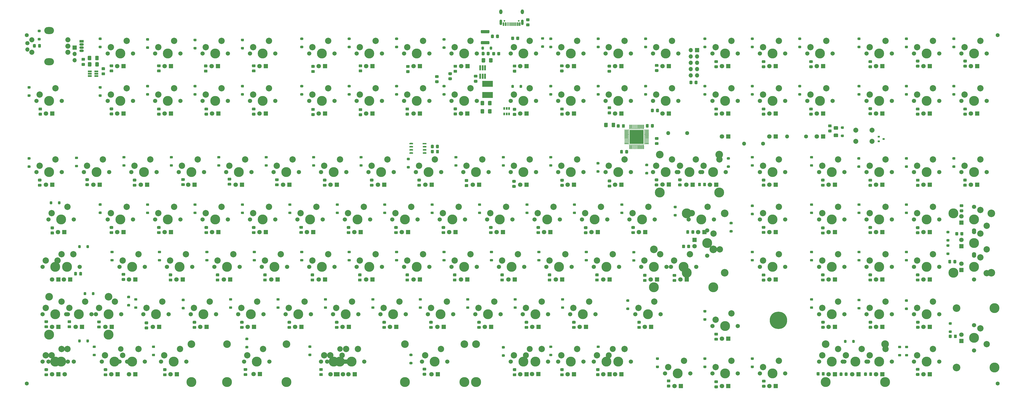
<source format=gbr>
G04 #@! TF.GenerationSoftware,KiCad,Pcbnew,(5.99.0-3379-gdb40e0c595)*
G04 #@! TF.CreationDate,2020-09-18T00:05:36-04:00*
G04 #@! TF.ProjectId,Boston-keyboard-S,426f7374-6f6e-42d6-9b65-79626f617264,rev?*
G04 #@! TF.SameCoordinates,Original*
G04 #@! TF.FileFunction,Soldermask,Bot*
G04 #@! TF.FilePolarity,Negative*
%FSLAX46Y46*%
G04 Gerber Fmt 4.6, Leading zero omitted, Abs format (unit mm)*
G04 Created by KiCad (PCBNEW (5.99.0-3379-gdb40e0c595)) date 2020-09-18 00:05:36*
%MOMM*%
%LPD*%
G01*
G04 APERTURE LIST*
%ADD10R,1.800000X1.800000*%
%ADD11C,1.800000*%
%ADD12R,2.200000X1.800000*%
%ADD13R,1.700000X1.700000*%
%ADD14O,1.700000X1.700000*%
%ADD15C,0.800000*%
%ADD16C,7.000000*%
%ADD17C,1.600000*%
%ADD18O,1.600000X1.600000*%
%ADD19C,1.596000*%
%ADD20C,1.700000*%
%ADD21O,2.768600X1.651000*%
%ADD22C,1.016000*%
%ADD23C,2.032000*%
%ADD24O,3.900000X2.799999*%
%ADD25R,1.800000X1.070000*%
%ADD26O,1.800000X1.070000*%
%ADD27C,3.987800*%
%ADD28C,1.701800*%
%ADD29C,2.540000*%
%ADD30C,3.048000*%
%ADD31C,2.400000*%
%ADD32R,1.550000X0.600000*%
%ADD33C,2.200000*%
%ADD34R,4.200000X2.400000*%
%ADD35C,0.650000*%
%ADD36O,1.300000X1.900000*%
%ADD37O,1.100000X2.200000*%
%ADD38C,2.000000*%
%ADD39O,5.000000X1.701800*%
%ADD40R,0.650000X1.060000*%
%ADD41R,0.650000X2.000000*%
%ADD42R,1.560000X0.650000*%
%ADD43R,5.600000X5.600000*%
%ADD44R,0.900000X0.800000*%
G04 APERTURE END LIST*
G36*
G01*
X381375001Y-71575000D02*
X382624999Y-71575000D01*
G75*
G02*
X382875000Y-71825001I0J-250001D01*
G01*
X382875000Y-72749999D01*
G75*
G02*
X382624999Y-73000000I-250001J0D01*
G01*
X381375001Y-73000000D01*
G75*
G02*
X381125000Y-72749999I0J250001D01*
G01*
X381125000Y-71825001D01*
G75*
G02*
X381375001Y-71575000I250001J0D01*
G01*
G37*
G36*
G01*
X381375001Y-68600000D02*
X382624999Y-68600000D01*
G75*
G02*
X382875000Y-68850001I0J-250001D01*
G01*
X382875000Y-69774999D01*
G75*
G02*
X382624999Y-70025000I-250001J0D01*
G01*
X381375001Y-70025000D01*
G75*
G02*
X381125000Y-69774999I0J250001D01*
G01*
X381125000Y-68850001D01*
G75*
G02*
X381375001Y-68600000I250001J0D01*
G01*
G37*
G36*
G01*
X84500000Y-44349999D02*
X84500000Y-43100001D01*
G75*
G02*
X84750001Y-42850000I250001J0D01*
G01*
X85674999Y-42850000D01*
G75*
G02*
X85925000Y-43100001I0J-250001D01*
G01*
X85925000Y-44349999D01*
G75*
G02*
X85674999Y-44600000I-250001J0D01*
G01*
X84750001Y-44600000D01*
G75*
G02*
X84500000Y-44349999I0J250001D01*
G01*
G37*
G36*
G01*
X81525000Y-44349999D02*
X81525000Y-43100001D01*
G75*
G02*
X81775001Y-42850000I250001J0D01*
G01*
X82699999Y-42850000D01*
G75*
G02*
X82950000Y-43100001I0J-250001D01*
G01*
X82950000Y-44349999D01*
G75*
G02*
X82699999Y-44600000I-250001J0D01*
G01*
X81775001Y-44600000D01*
G75*
G02*
X81525000Y-44349999I0J250001D01*
G01*
G37*
G36*
G01*
X84475000Y-41799999D02*
X84475000Y-40550001D01*
G75*
G02*
X84725001Y-40300000I250001J0D01*
G01*
X85649999Y-40300000D01*
G75*
G02*
X85900000Y-40550001I0J-250001D01*
G01*
X85900000Y-41799999D01*
G75*
G02*
X85649999Y-42050000I-250001J0D01*
G01*
X84725001Y-42050000D01*
G75*
G02*
X84475000Y-41799999I0J250001D01*
G01*
G37*
G36*
G01*
X81500000Y-41799999D02*
X81500000Y-40550001D01*
G75*
G02*
X81750001Y-40300000I250001J0D01*
G01*
X82674999Y-40300000D01*
G75*
G02*
X82925000Y-40550001I0J-250001D01*
G01*
X82925000Y-41799999D01*
G75*
G02*
X82674999Y-42050000I-250001J0D01*
G01*
X81750001Y-42050000D01*
G75*
G02*
X81500000Y-41799999I0J250001D01*
G01*
G37*
D10*
X69657600Y-168280000D03*
D11*
X72197600Y-168280000D03*
D12*
X181420000Y-168280000D03*
D11*
X183960000Y-168280000D03*
D10*
X381595000Y-130180000D03*
D11*
X379055000Y-130180000D03*
D13*
X76225000Y-36975000D03*
D14*
X76225000Y-39515000D03*
X76225000Y-42055000D03*
D10*
X181570000Y-92080000D03*
D11*
X179030000Y-92080000D03*
D10*
X419695000Y-168280000D03*
D11*
X417155000Y-168280000D03*
D15*
X360749655Y-144793345D03*
X358893500Y-149274500D03*
X361518500Y-146649500D03*
X357037345Y-148505655D03*
X357037345Y-144793345D03*
X358893500Y-144024500D03*
X360749655Y-148505655D03*
D16*
X358893500Y-146649500D03*
D15*
X356268500Y-146649500D03*
D10*
X253007500Y-130180000D03*
D11*
X250467500Y-130180000D03*
D10*
X69657600Y-168280000D03*
D11*
X67117600Y-168280000D03*
D10*
X238720000Y-92080000D03*
D11*
X236180000Y-92080000D03*
D10*
X152995000Y-111130000D03*
D11*
X150455000Y-111130000D03*
D10*
X333970000Y-92080000D03*
D11*
X331430000Y-92080000D03*
D10*
X167282500Y-149230000D03*
D11*
X164742500Y-149230000D03*
D10*
X233957500Y-63505000D03*
D11*
X231417500Y-63505000D03*
D10*
X338732500Y-153992500D03*
D11*
X336192500Y-153992500D03*
D10*
X419695000Y-92080000D03*
D11*
X417155000Y-92080000D03*
D10*
X438745000Y-44429600D03*
D11*
X436205000Y-44429600D03*
D10*
X114895000Y-63505000D03*
D11*
X112355000Y-63505000D03*
D10*
X195857500Y-44455000D03*
D11*
X193317500Y-44455000D03*
D10*
X114895000Y-111130000D03*
D11*
X112355000Y-111130000D03*
D10*
X400645000Y-63530400D03*
D11*
X398105000Y-63530400D03*
D10*
X419695000Y-44429600D03*
D11*
X417155000Y-44429600D03*
D10*
X381595000Y-149230000D03*
D11*
X379055000Y-149230000D03*
D10*
X276820000Y-168280000D03*
D11*
X274280000Y-168280000D03*
D10*
X233995600Y-44455000D03*
D11*
X231455600Y-44455000D03*
D10*
X432395000Y-107320000D03*
D11*
X432395000Y-104780000D03*
D10*
X138707500Y-130180000D03*
D11*
X136167500Y-130180000D03*
D10*
X210145000Y-111130000D03*
D11*
X207605000Y-111130000D03*
D10*
X314915000Y-92062500D03*
D11*
X312375000Y-92062500D03*
D10*
X257770000Y-44455000D03*
D11*
X255230000Y-44455000D03*
D10*
X329207500Y-111130000D03*
D11*
X326667500Y-111130000D03*
D10*
X67270000Y-92080000D03*
D11*
X64730000Y-92080000D03*
D10*
X357782500Y-111130000D03*
D11*
X355242500Y-111130000D03*
D10*
X91082500Y-149230000D03*
D11*
X88542500Y-149230000D03*
D10*
X381595000Y-92080000D03*
D11*
X379055000Y-92080000D03*
D10*
X119657500Y-130180000D03*
D11*
X117117500Y-130180000D03*
D10*
X419695000Y-149230000D03*
D11*
X417155000Y-149230000D03*
D10*
X257770000Y-63505000D03*
D11*
X255230000Y-63505000D03*
D10*
X314920000Y-63500000D03*
D11*
X312380000Y-63500000D03*
D10*
X438745000Y-63479600D03*
D11*
X436205000Y-63479600D03*
D10*
X338732500Y-72712500D03*
D11*
X336192500Y-72712500D03*
D10*
X432395000Y-116845000D03*
D11*
X432395000Y-114305000D03*
D10*
X219670000Y-92080000D03*
D11*
X217130000Y-92080000D03*
D10*
X69651250Y-130180000D03*
D11*
X67111250Y-130180000D03*
D10*
X114895000Y-44455000D03*
D11*
X112355000Y-44455000D03*
D10*
X432395000Y-154945000D03*
D11*
X432395000Y-152405000D03*
D10*
X152995000Y-44455000D03*
D11*
X150455000Y-44455000D03*
D10*
X205382500Y-149230000D03*
D11*
X202842500Y-149230000D03*
D10*
X214907500Y-44455000D03*
D11*
X212367500Y-44455000D03*
D10*
X105370000Y-92080000D03*
D11*
X102830000Y-92080000D03*
D10*
X295870000Y-63505000D03*
D11*
X293330000Y-63505000D03*
D17*
X352700000Y-75600000D03*
D18*
X345080000Y-75600000D03*
D10*
X338745200Y-44455000D03*
D11*
X336205200Y-44455000D03*
D10*
X200620000Y-92080000D03*
D11*
X198080000Y-92080000D03*
D10*
X419695000Y-63530400D03*
D11*
X417155000Y-63530400D03*
D10*
X93463750Y-168280000D03*
D11*
X90923750Y-168280000D03*
D10*
X438745000Y-92080000D03*
D11*
X436205000Y-92080000D03*
D10*
X186332500Y-149230000D03*
D11*
X183792500Y-149230000D03*
D10*
X276820000Y-92080000D03*
D11*
X274280000Y-92080000D03*
D12*
X181570000Y-168280000D03*
D11*
X179030000Y-168280000D03*
D10*
X357782500Y-130180000D03*
D11*
X355242500Y-130180000D03*
D19*
X447000000Y-32000000D03*
D10*
X357782500Y-72712500D03*
D11*
X355242500Y-72712500D03*
D10*
X338732500Y-63500000D03*
D11*
X336192500Y-63500000D03*
D10*
X95845000Y-63505000D03*
D11*
X93305000Y-63505000D03*
D10*
X176807500Y-44455000D03*
D11*
X174267500Y-44455000D03*
D10*
X172045000Y-111130000D03*
D11*
X169505000Y-111130000D03*
D10*
X176807500Y-63505000D03*
D11*
X174267500Y-63505000D03*
D10*
X176807500Y-130180000D03*
D11*
X174267500Y-130180000D03*
D10*
X381595000Y-168280000D03*
D11*
X379055000Y-168280000D03*
D10*
X276820000Y-63505000D03*
D11*
X274280000Y-63505000D03*
D10*
X325238750Y-114305000D03*
D11*
X325238750Y-116845000D03*
D10*
X100594800Y-168305400D03*
D11*
X98054800Y-168305400D03*
D10*
X69651250Y-149230000D03*
D11*
X67111250Y-149230000D03*
D10*
X400645000Y-130180000D03*
D11*
X398105000Y-130180000D03*
D10*
X150609000Y-168262000D03*
D11*
X148069000Y-168262000D03*
D10*
X222060000Y-168265000D03*
D11*
X219520000Y-168265000D03*
D10*
X162520000Y-92080000D03*
D11*
X159980000Y-92080000D03*
D10*
X248245000Y-111130000D03*
D11*
X245705000Y-111130000D03*
D10*
X400645000Y-149230000D03*
D11*
X398105000Y-149230000D03*
D10*
X400645000Y-92080000D03*
D11*
X398105000Y-92080000D03*
D10*
X95845000Y-44455000D03*
D11*
X93305000Y-44455000D03*
D19*
X57000000Y-172000000D03*
D10*
X257770000Y-92080000D03*
D11*
X255230000Y-92080000D03*
D10*
X291094800Y-168280000D03*
D11*
X288554800Y-168280000D03*
D10*
X157757500Y-130180000D03*
D11*
X155217500Y-130180000D03*
D10*
X191095000Y-111130000D03*
D11*
X188555000Y-111130000D03*
D10*
X400645000Y-44480400D03*
D11*
X398105000Y-44480400D03*
D10*
X110132500Y-149230000D03*
D11*
X107592500Y-149230000D03*
D10*
X67270000Y-63530400D03*
D11*
X64730000Y-63530400D03*
D10*
X357800000Y-63500000D03*
D11*
X355260000Y-63500000D03*
D10*
X319682500Y-173042500D03*
D11*
X317142500Y-173042500D03*
D20*
X57255000Y-35175000D03*
D14*
X57255000Y-37715000D03*
D10*
X262519800Y-168254600D03*
D11*
X259979800Y-168254600D03*
D10*
X295870000Y-168280000D03*
D11*
X293330000Y-168280000D03*
D10*
X322063750Y-130180000D03*
D11*
X319523750Y-130180000D03*
D10*
X276820000Y-44455000D03*
D11*
X274280000Y-44455000D03*
D10*
X357782500Y-92080000D03*
D11*
X355242500Y-92080000D03*
D10*
X224432500Y-149230000D03*
D11*
X221892500Y-149230000D03*
D10*
X229195000Y-111130000D03*
D11*
X226655000Y-111130000D03*
D10*
X357782500Y-173042500D03*
D11*
X355242500Y-173042500D03*
D10*
X133818000Y-44455000D03*
D11*
X131278000Y-44455000D03*
D19*
X57000000Y-32000000D03*
D10*
X262532500Y-149230000D03*
D11*
X259992500Y-149230000D03*
D10*
X432395000Y-126370000D03*
D11*
X432395000Y-123830000D03*
D10*
X188707400Y-168280000D03*
D11*
X186167400Y-168280000D03*
D10*
X324445000Y-92080000D03*
D11*
X321905000Y-92080000D03*
D10*
X100607500Y-130180000D03*
D11*
X98067500Y-130180000D03*
D10*
X376832500Y-63500000D03*
D11*
X374292500Y-63500000D03*
D10*
X419695000Y-130180000D03*
D11*
X417155000Y-130180000D03*
D10*
X419695000Y-111130000D03*
D11*
X417155000Y-111130000D03*
D10*
X72032500Y-111130000D03*
D11*
X69492500Y-111130000D03*
D10*
X291107500Y-130180000D03*
D11*
X288567500Y-130180000D03*
D10*
X338732500Y-173042500D03*
D11*
X336192500Y-173042500D03*
D10*
X286345000Y-111130000D03*
D11*
X283805000Y-111130000D03*
D21*
X66000000Y-30125000D03*
D22*
X59000000Y-38875000D03*
X73500000Y-33875000D03*
X73500000Y-38875000D03*
X73500000Y-36375000D03*
D21*
X66000000Y-42625000D03*
D22*
X59000000Y-33875000D03*
D23*
X73500000Y-38875000D03*
X73500000Y-33875000D03*
X73500000Y-36375000D03*
D24*
X66000000Y-30125000D03*
X66000000Y-42625000D03*
D23*
X59000000Y-38875000D03*
X59000000Y-33875000D03*
D10*
X307776250Y-149230000D03*
D11*
X305236250Y-149230000D03*
D10*
X152995000Y-63505000D03*
D11*
X150455000Y-63505000D03*
D10*
X272057500Y-130180000D03*
D11*
X269517500Y-130180000D03*
D10*
X124420000Y-92080000D03*
D11*
X121880000Y-92080000D03*
D10*
X233957500Y-130180000D03*
D11*
X231417500Y-130180000D03*
D10*
X117282600Y-168280000D03*
D11*
X114742600Y-168280000D03*
D10*
X314920000Y-44455000D03*
D11*
X312380000Y-44455000D03*
D10*
X257770000Y-168280000D03*
D11*
X255230000Y-168280000D03*
D10*
X133945000Y-63505000D03*
D11*
X131405000Y-63505000D03*
D10*
X129182500Y-149230000D03*
D11*
X126642500Y-149230000D03*
D10*
X305395000Y-111130000D03*
D11*
X302855000Y-111130000D03*
D10*
X295870000Y-44455000D03*
D11*
X293330000Y-44455000D03*
D17*
X370000000Y-72700000D03*
D18*
X362380000Y-72700000D03*
D10*
X214907500Y-130180000D03*
D11*
X212367500Y-130180000D03*
D10*
X79176250Y-149230000D03*
D11*
X76636250Y-149230000D03*
D10*
X400645000Y-168280000D03*
D11*
X398105000Y-168280000D03*
D10*
X281582500Y-149230000D03*
D11*
X279042500Y-149230000D03*
D10*
X357782500Y-44429600D03*
D11*
X355242500Y-44429600D03*
D10*
X143470000Y-92080000D03*
D11*
X140930000Y-92080000D03*
D10*
X391120000Y-168280000D03*
D11*
X388580000Y-168280000D03*
D10*
X310157500Y-130180000D03*
D11*
X307617500Y-130180000D03*
D10*
X295870000Y-92080000D03*
D11*
X293330000Y-92080000D03*
D10*
X95845000Y-111130000D03*
D11*
X93305000Y-111130000D03*
D13*
X326250000Y-38000000D03*
D14*
X323710000Y-38000000D03*
X326250000Y-40540000D03*
X323710000Y-40540000D03*
X326250000Y-43080000D03*
X323710000Y-43080000D03*
X326250000Y-45620000D03*
X323710000Y-45620000D03*
X326250000Y-48160000D03*
X323710000Y-48160000D03*
D25*
X79000000Y-34470000D03*
D26*
X79000000Y-35740000D03*
X79000000Y-37010000D03*
X79000000Y-38280000D03*
D10*
X74413750Y-130180000D03*
D11*
X71873750Y-130180000D03*
D10*
X214907500Y-63505000D03*
D11*
X212367500Y-63505000D03*
D10*
X376832500Y-72712500D03*
D11*
X374292500Y-72712500D03*
D17*
X322220000Y-71400000D03*
D18*
X314600000Y-71400000D03*
D10*
X376832500Y-44480400D03*
D11*
X374292500Y-44480400D03*
D10*
X86320000Y-92080000D03*
D11*
X83780000Y-92080000D03*
D10*
X267295000Y-111130000D03*
D11*
X264755000Y-111130000D03*
D10*
X243482500Y-149230000D03*
D11*
X240942500Y-149230000D03*
D10*
X133945000Y-111130000D03*
D11*
X131405000Y-111130000D03*
D10*
X195857500Y-130180000D03*
D11*
X193317500Y-130180000D03*
D10*
X381595000Y-111130000D03*
D11*
X379055000Y-111130000D03*
D19*
X447000000Y-172000000D03*
D10*
X148232500Y-149230000D03*
D11*
X145692500Y-149230000D03*
D10*
X195857500Y-63505000D03*
D11*
X193317500Y-63505000D03*
D10*
X400645000Y-111130000D03*
D11*
X398105000Y-111130000D03*
G36*
G01*
X374280000Y-168571251D02*
X374280000Y-167671249D01*
G75*
G02*
X374529999Y-167421250I249999J0D01*
G01*
X375180001Y-167421250D01*
G75*
G02*
X375430000Y-167671249I0J-249999D01*
G01*
X375430000Y-168571251D01*
G75*
G02*
X375180001Y-168821250I-249999J0D01*
G01*
X374529999Y-168821250D01*
G75*
G02*
X374280000Y-168571251I0J249999D01*
G01*
G37*
G36*
G01*
X376330000Y-168571251D02*
X376330000Y-167671249D01*
G75*
G02*
X376579999Y-167421250I249999J0D01*
G01*
X377230001Y-167421250D01*
G75*
G02*
X377480000Y-167671249I0J-249999D01*
G01*
X377480000Y-168571251D01*
G75*
G02*
X377230001Y-168821250I-249999J0D01*
G01*
X376579999Y-168821250D01*
G75*
G02*
X376330000Y-168571251I0J249999D01*
G01*
G37*
G36*
G01*
X124228750Y-99613750D02*
X124928750Y-99613750D01*
G75*
G02*
X125178750Y-99863750I0J-250000D01*
G01*
X125178750Y-100363750D01*
G75*
G02*
X124928750Y-100613750I-250000J0D01*
G01*
X124228750Y-100613750D01*
G75*
G02*
X123978750Y-100363750I0J250000D01*
G01*
X123978750Y-99863750D01*
G75*
G02*
X124228750Y-99613750I250000J0D01*
G01*
G37*
G36*
G01*
X124228750Y-102913750D02*
X124928750Y-102913750D01*
G75*
G02*
X125178750Y-103163750I0J-250000D01*
G01*
X125178750Y-103663750D01*
G75*
G02*
X124928750Y-103913750I-250000J0D01*
G01*
X124228750Y-103913750D01*
G75*
G02*
X123978750Y-103663750I0J250000D01*
G01*
X123978750Y-103163750D01*
G75*
G02*
X124228750Y-102913750I250000J0D01*
G01*
G37*
D27*
X275550000Y-87000000D03*
D28*
X280630000Y-87000000D03*
X270470000Y-87000000D03*
D29*
X278090000Y-81920000D03*
X271740000Y-84460000D03*
G36*
G01*
X79200000Y-127449999D02*
X79200000Y-128350001D01*
G75*
G02*
X78950001Y-128600000I-249999J0D01*
G01*
X78299999Y-128600000D01*
G75*
G02*
X78050000Y-128350001I0J249999D01*
G01*
X78050000Y-127449999D01*
G75*
G02*
X78299999Y-127200000I249999J0D01*
G01*
X78950001Y-127200000D01*
G75*
G02*
X79200000Y-127449999I0J-249999D01*
G01*
G37*
G36*
G01*
X77150000Y-127449999D02*
X77150000Y-128350001D01*
G75*
G02*
X76900001Y-128600000I-249999J0D01*
G01*
X76249999Y-128600000D01*
G75*
G02*
X76000000Y-128350001I0J249999D01*
G01*
X76000000Y-127449999D01*
G75*
G02*
X76249999Y-127200000I249999J0D01*
G01*
X76900001Y-127200000D01*
G75*
G02*
X77150000Y-127449999I0J-249999D01*
G01*
G37*
G36*
G01*
X147703124Y-108736250D02*
X148603126Y-108736250D01*
G75*
G02*
X148853125Y-108986249I0J-249999D01*
G01*
X148853125Y-109636251D01*
G75*
G02*
X148603126Y-109886250I-249999J0D01*
G01*
X147703124Y-109886250D01*
G75*
G02*
X147453125Y-109636251I0J249999D01*
G01*
X147453125Y-108986249D01*
G75*
G02*
X147703124Y-108736250I249999J0D01*
G01*
G37*
G36*
G01*
X147703124Y-110786250D02*
X148603126Y-110786250D01*
G75*
G02*
X148853125Y-111036249I0J-249999D01*
G01*
X148853125Y-111686251D01*
G75*
G02*
X148603126Y-111936250I-249999J0D01*
G01*
X147703124Y-111936250D01*
G75*
G02*
X147453125Y-111686251I0J249999D01*
G01*
X147453125Y-111036249D01*
G75*
G02*
X147703124Y-110786250I249999J0D01*
G01*
G37*
D30*
X401788000Y-156215000D03*
D27*
X401788000Y-171455000D03*
D30*
X377912000Y-156215000D03*
D28*
X394930000Y-163200000D03*
X384770000Y-163200000D03*
D27*
X377912000Y-171455000D03*
X389850000Y-163200000D03*
D29*
X392390000Y-158120000D03*
X386040000Y-160660000D03*
G36*
G01*
X238528750Y-99613750D02*
X239228750Y-99613750D01*
G75*
G02*
X239478750Y-99863750I0J-250000D01*
G01*
X239478750Y-100363750D01*
G75*
G02*
X239228750Y-100613750I-250000J0D01*
G01*
X238528750Y-100613750D01*
G75*
G02*
X238278750Y-100363750I0J250000D01*
G01*
X238278750Y-99863750D01*
G75*
G02*
X238528750Y-99613750I250000J0D01*
G01*
G37*
G36*
G01*
X238528750Y-102913750D02*
X239228750Y-102913750D01*
G75*
G02*
X239478750Y-103163750I0J-250000D01*
G01*
X239478750Y-103663750D01*
G75*
G02*
X239228750Y-103913750I-250000J0D01*
G01*
X238528750Y-103913750D01*
G75*
G02*
X238278750Y-103663750I0J250000D01*
G01*
X238278750Y-103163750D01*
G75*
G02*
X238528750Y-102913750I250000J0D01*
G01*
G37*
G36*
G01*
X257800000Y-25225000D02*
X258700000Y-25225000D01*
G75*
G02*
X258950000Y-25475000I0J-250000D01*
G01*
X258950000Y-26125000D01*
G75*
G02*
X258700000Y-26375000I-250000J0D01*
G01*
X257800000Y-26375000D01*
G75*
G02*
X257550000Y-26125000I0J250000D01*
G01*
X257550000Y-25475000D01*
G75*
G02*
X257800000Y-25225000I250000J0D01*
G01*
G37*
G36*
G01*
X257800000Y-27275000D02*
X258700000Y-27275000D01*
G75*
G02*
X258950000Y-27525000I0J-250000D01*
G01*
X258950000Y-28175000D01*
G75*
G02*
X258700000Y-28425000I-250000J0D01*
G01*
X257800000Y-28425000D01*
G75*
G02*
X257550000Y-28175000I0J250000D01*
G01*
X257550000Y-27525000D01*
G75*
G02*
X257800000Y-27275000I250000J0D01*
G01*
G37*
G36*
G01*
X255950000Y-52250000D02*
X255950000Y-52950000D01*
G75*
G02*
X255700000Y-53200000I-250000J0D01*
G01*
X255200000Y-53200000D01*
G75*
G02*
X254950000Y-52950000I0J250000D01*
G01*
X254950000Y-52250000D01*
G75*
G02*
X255200000Y-52000000I250000J0D01*
G01*
X255700000Y-52000000D01*
G75*
G02*
X255950000Y-52250000I0J-250000D01*
G01*
G37*
G36*
G01*
X252650000Y-52250000D02*
X252650000Y-52950000D01*
G75*
G02*
X252400000Y-53200000I-250000J0D01*
G01*
X251900000Y-53200000D01*
G75*
G02*
X251650000Y-52950000I0J250000D01*
G01*
X251650000Y-52250000D01*
G75*
G02*
X251900000Y-52000000I250000J0D01*
G01*
X252400000Y-52000000D01*
G75*
G02*
X252650000Y-52250000I0J-250000D01*
G01*
G37*
G36*
G01*
X222530000Y-78350000D02*
X222530000Y-79250000D01*
G75*
G02*
X222280000Y-79500000I-250000J0D01*
G01*
X221630000Y-79500000D01*
G75*
G02*
X221380000Y-79250000I0J250000D01*
G01*
X221380000Y-78350000D01*
G75*
G02*
X221630000Y-78100000I250000J0D01*
G01*
X222280000Y-78100000D01*
G75*
G02*
X222530000Y-78350000I0J-250000D01*
G01*
G37*
G36*
G01*
X220480000Y-78350000D02*
X220480000Y-79250000D01*
G75*
G02*
X220230000Y-79500000I-250000J0D01*
G01*
X219580000Y-79500000D01*
G75*
G02*
X219330000Y-79250000I0J250000D01*
G01*
X219330000Y-78350000D01*
G75*
G02*
X219580000Y-78100000I250000J0D01*
G01*
X220230000Y-78100000D01*
G75*
G02*
X220480000Y-78350000I0J-250000D01*
G01*
G37*
G36*
G01*
X97558750Y-136761250D02*
X98258750Y-136761250D01*
G75*
G02*
X98508750Y-137011250I0J-250000D01*
G01*
X98508750Y-137511250D01*
G75*
G02*
X98258750Y-137761250I-250000J0D01*
G01*
X97558750Y-137761250D01*
G75*
G02*
X97308750Y-137511250I0J250000D01*
G01*
X97308750Y-137011250D01*
G75*
G02*
X97558750Y-136761250I250000J0D01*
G01*
G37*
G36*
G01*
X97558750Y-140061250D02*
X98258750Y-140061250D01*
G75*
G02*
X98508750Y-140311250I0J-250000D01*
G01*
X98508750Y-140811250D01*
G75*
G02*
X98258750Y-141061250I-250000J0D01*
G01*
X97558750Y-141061250D01*
G75*
G02*
X97308750Y-140811250I0J250000D01*
G01*
X97308750Y-140311250D01*
G75*
G02*
X97558750Y-140061250I250000J0D01*
G01*
G37*
D28*
X256817500Y-125100000D03*
D27*
X251737500Y-125100000D03*
D28*
X246657500Y-125100000D03*
D29*
X254277500Y-120020000D03*
X247927500Y-122560000D03*
G36*
G01*
X262003124Y-108736250D02*
X262903126Y-108736250D01*
G75*
G02*
X263153125Y-108986249I0J-249999D01*
G01*
X263153125Y-109636251D01*
G75*
G02*
X262903126Y-109886250I-249999J0D01*
G01*
X262003124Y-109886250D01*
G75*
G02*
X261753125Y-109636251I0J249999D01*
G01*
X261753125Y-108986249D01*
G75*
G02*
X262003124Y-108736250I249999J0D01*
G01*
G37*
G36*
G01*
X262003124Y-110786250D02*
X262903126Y-110786250D01*
G75*
G02*
X263153125Y-111036249I0J-249999D01*
G01*
X263153125Y-111686251D01*
G75*
G02*
X262903126Y-111936250I-249999J0D01*
G01*
X262003124Y-111936250D01*
G75*
G02*
X261753125Y-111686251I0J249999D01*
G01*
X261753125Y-111036249D01*
G75*
G02*
X262003124Y-110786250I249999J0D01*
G01*
G37*
G36*
G01*
X286153750Y-51988750D02*
X286853750Y-51988750D01*
G75*
G02*
X287103750Y-52238750I0J-250000D01*
G01*
X287103750Y-52738750D01*
G75*
G02*
X286853750Y-52988750I-250000J0D01*
G01*
X286153750Y-52988750D01*
G75*
G02*
X285903750Y-52738750I0J250000D01*
G01*
X285903750Y-52238750D01*
G75*
G02*
X286153750Y-51988750I250000J0D01*
G01*
G37*
G36*
G01*
X286153750Y-55288750D02*
X286853750Y-55288750D01*
G75*
G02*
X287103750Y-55538750I0J-250000D01*
G01*
X287103750Y-56038750D01*
G75*
G02*
X286853750Y-56288750I-250000J0D01*
G01*
X286153750Y-56288750D01*
G75*
G02*
X285903750Y-56038750I0J250000D01*
G01*
X285903750Y-55538750D01*
G75*
G02*
X286153750Y-55288750I250000J0D01*
G01*
G37*
G36*
G01*
X239300000Y-63224999D02*
X239300000Y-61975001D01*
G75*
G02*
X239550001Y-61725000I250001J0D01*
G01*
X240474999Y-61725000D01*
G75*
G02*
X240725000Y-61975001I0J-250001D01*
G01*
X240725000Y-63224999D01*
G75*
G02*
X240474999Y-63475000I-250001J0D01*
G01*
X239550001Y-63475000D01*
G75*
G02*
X239300000Y-63224999I0J250001D01*
G01*
G37*
G36*
G01*
X242275000Y-63224999D02*
X242275000Y-61975001D01*
G75*
G02*
X242525001Y-61725000I250001J0D01*
G01*
X243449999Y-61725000D01*
G75*
G02*
X243700000Y-61975001I0J-250001D01*
G01*
X243700000Y-63224999D01*
G75*
G02*
X243449999Y-63475000I-250001J0D01*
G01*
X242525001Y-63475000D01*
G75*
G02*
X242275000Y-63224999I0J250001D01*
G01*
G37*
G36*
G01*
X156989999Y-89527500D02*
X157890001Y-89527500D01*
G75*
G02*
X158140000Y-89777499I0J-249999D01*
G01*
X158140000Y-90427501D01*
G75*
G02*
X157890001Y-90677500I-249999J0D01*
G01*
X156989999Y-90677500D01*
G75*
G02*
X156740000Y-90427501I0J249999D01*
G01*
X156740000Y-89777499D01*
G75*
G02*
X156989999Y-89527500I249999J0D01*
G01*
G37*
G36*
G01*
X156989999Y-91577500D02*
X157890001Y-91577500D01*
G75*
G02*
X158140000Y-91827499I0J-249999D01*
G01*
X158140000Y-92477501D01*
G75*
G02*
X157890001Y-92727500I-249999J0D01*
G01*
X156989999Y-92727500D01*
G75*
G02*
X156740000Y-92477501I0J249999D01*
G01*
X156740000Y-91827499D01*
G75*
G02*
X156989999Y-91577500I249999J0D01*
G01*
G37*
D28*
X413345000Y-163200000D03*
X423505000Y-163200000D03*
D27*
X418425000Y-163200000D03*
D29*
X420965000Y-158120000D03*
X414615000Y-160660000D03*
G36*
G01*
X66769999Y-108895000D02*
X67670001Y-108895000D01*
G75*
G02*
X67920000Y-109144999I0J-249999D01*
G01*
X67920000Y-109795001D01*
G75*
G02*
X67670001Y-110045000I-249999J0D01*
G01*
X66769999Y-110045000D01*
G75*
G02*
X66520000Y-109795001I0J249999D01*
G01*
X66520000Y-109144999D01*
G75*
G02*
X66769999Y-108895000I249999J0D01*
G01*
G37*
G36*
G01*
X66769999Y-110945000D02*
X67670001Y-110945000D01*
G75*
G02*
X67920000Y-111194999I0J-249999D01*
G01*
X67920000Y-111845001D01*
G75*
G02*
X67670001Y-112095000I-249999J0D01*
G01*
X66769999Y-112095000D01*
G75*
G02*
X66520000Y-111845001I0J249999D01*
G01*
X66520000Y-111194999D01*
G75*
G02*
X66769999Y-110945000I249999J0D01*
G01*
G37*
G36*
G01*
X252239999Y-90162500D02*
X253140001Y-90162500D01*
G75*
G02*
X253390000Y-90412499I0J-249999D01*
G01*
X253390000Y-91062501D01*
G75*
G02*
X253140001Y-91312500I-249999J0D01*
G01*
X252239999Y-91312500D01*
G75*
G02*
X251990000Y-91062501I0J249999D01*
G01*
X251990000Y-90412499D01*
G75*
G02*
X252239999Y-90162500I249999J0D01*
G01*
G37*
G36*
G01*
X252239999Y-92212500D02*
X253140001Y-92212500D01*
G75*
G02*
X253390000Y-92462499I0J-249999D01*
G01*
X253390000Y-93112501D01*
G75*
G02*
X253140001Y-93362500I-249999J0D01*
G01*
X252239999Y-93362500D01*
G75*
G02*
X251990000Y-93112501I0J249999D01*
G01*
X251990000Y-92462499D01*
G75*
G02*
X252239999Y-92212500I249999J0D01*
G01*
G37*
D28*
X261580000Y-163200000D03*
D27*
X256500000Y-163200000D03*
D28*
X251420000Y-163200000D03*
D31*
X259040000Y-158120000D03*
D29*
X252690000Y-160660000D03*
G36*
G01*
X291425001Y-47075000D02*
X290524999Y-47075000D01*
G75*
G02*
X290275000Y-46825001I0J249999D01*
G01*
X290275000Y-46174999D01*
G75*
G02*
X290524999Y-45925000I249999J0D01*
G01*
X291425001Y-45925000D01*
G75*
G02*
X291675000Y-46174999I0J-249999D01*
G01*
X291675000Y-46825001D01*
G75*
G02*
X291425001Y-47075000I-249999J0D01*
G01*
G37*
G36*
G01*
X291425001Y-45025000D02*
X290524999Y-45025000D01*
G75*
G02*
X290275000Y-44775001I0J249999D01*
G01*
X290275000Y-44124999D01*
G75*
G02*
X290524999Y-43875000I249999J0D01*
G01*
X291425001Y-43875000D01*
G75*
G02*
X291675000Y-44124999I0J-249999D01*
G01*
X291675000Y-44775001D01*
G75*
G02*
X291425001Y-45025000I-249999J0D01*
G01*
G37*
G36*
G01*
X190327499Y-127786250D02*
X191227501Y-127786250D01*
G75*
G02*
X191477500Y-128036249I0J-249999D01*
G01*
X191477500Y-128686251D01*
G75*
G02*
X191227501Y-128936250I-249999J0D01*
G01*
X190327499Y-128936250D01*
G75*
G02*
X190077500Y-128686251I0J249999D01*
G01*
X190077500Y-128036249D01*
G75*
G02*
X190327499Y-127786250I249999J0D01*
G01*
G37*
G36*
G01*
X190327499Y-129836250D02*
X191227501Y-129836250D01*
G75*
G02*
X191477500Y-130086249I0J-249999D01*
G01*
X191477500Y-130736251D01*
G75*
G02*
X191227501Y-130986250I-249999J0D01*
G01*
X190327499Y-130986250D01*
G75*
G02*
X190077500Y-130736251I0J249999D01*
G01*
X190077500Y-130086249D01*
G75*
G02*
X190327499Y-129836250I249999J0D01*
G01*
G37*
G36*
G01*
X224241250Y-51988750D02*
X224941250Y-51988750D01*
G75*
G02*
X225191250Y-52238750I0J-250000D01*
G01*
X225191250Y-52738750D01*
G75*
G02*
X224941250Y-52988750I-250000J0D01*
G01*
X224241250Y-52988750D01*
G75*
G02*
X223991250Y-52738750I0J250000D01*
G01*
X223991250Y-52238750D01*
G75*
G02*
X224241250Y-51988750I250000J0D01*
G01*
G37*
G36*
G01*
X224241250Y-55288750D02*
X224941250Y-55288750D01*
G75*
G02*
X225191250Y-55538750I0J-250000D01*
G01*
X225191250Y-56038750D01*
G75*
G02*
X224941250Y-56288750I-250000J0D01*
G01*
X224241250Y-56288750D01*
G75*
G02*
X223991250Y-56038750I0J250000D01*
G01*
X223991250Y-55538750D01*
G75*
G02*
X224241250Y-55288750I250000J0D01*
G01*
G37*
G36*
G01*
X253375001Y-47025000D02*
X252474999Y-47025000D01*
G75*
G02*
X252225000Y-46775001I0J249999D01*
G01*
X252225000Y-46124999D01*
G75*
G02*
X252474999Y-45875000I249999J0D01*
G01*
X253375001Y-45875000D01*
G75*
G02*
X253625000Y-46124999I0J-249999D01*
G01*
X253625000Y-46775001D01*
G75*
G02*
X253375001Y-47025000I-249999J0D01*
G01*
G37*
G36*
G01*
X253375001Y-44975000D02*
X252474999Y-44975000D01*
G75*
G02*
X252225000Y-44725001I0J249999D01*
G01*
X252225000Y-44074999D01*
G75*
G02*
X252474999Y-43825000I249999J0D01*
G01*
X253375001Y-43825000D01*
G75*
G02*
X253625000Y-44074999I0J-249999D01*
G01*
X253625000Y-44725001D01*
G75*
G02*
X253375001Y-44975000I-249999J0D01*
G01*
G37*
G36*
G01*
X276290624Y-146836250D02*
X277190626Y-146836250D01*
G75*
G02*
X277440625Y-147086249I0J-249999D01*
G01*
X277440625Y-147736251D01*
G75*
G02*
X277190626Y-147986250I-249999J0D01*
G01*
X276290624Y-147986250D01*
G75*
G02*
X276040625Y-147736251I0J249999D01*
G01*
X276040625Y-147086249D01*
G75*
G02*
X276290624Y-146836250I249999J0D01*
G01*
G37*
G36*
G01*
X276290624Y-148886250D02*
X277190626Y-148886250D01*
G75*
G02*
X277440625Y-149136249I0J-249999D01*
G01*
X277440625Y-149786251D01*
G75*
G02*
X277190626Y-150036250I-249999J0D01*
G01*
X276290624Y-150036250D01*
G75*
G02*
X276040625Y-149786251I0J249999D01*
G01*
X276040625Y-149136249D01*
G75*
G02*
X276290624Y-148886250I249999J0D01*
G01*
G37*
D28*
X99655000Y-58425000D03*
X89495000Y-58425000D03*
D27*
X94575000Y-58425000D03*
D29*
X97115000Y-53345000D03*
X90765000Y-55885000D03*
D28*
X299045000Y-106050000D03*
X309205000Y-106050000D03*
D27*
X304125000Y-106050000D03*
D29*
X306665000Y-100970000D03*
X300315000Y-103510000D03*
G36*
G01*
X276628750Y-99613750D02*
X277328750Y-99613750D01*
G75*
G02*
X277578750Y-99863750I0J-250000D01*
G01*
X277578750Y-100363750D01*
G75*
G02*
X277328750Y-100613750I-250000J0D01*
G01*
X276628750Y-100613750D01*
G75*
G02*
X276378750Y-100363750I0J250000D01*
G01*
X276378750Y-99863750D01*
G75*
G02*
X276628750Y-99613750I250000J0D01*
G01*
G37*
G36*
G01*
X276628750Y-102913750D02*
X277328750Y-102913750D01*
G75*
G02*
X277578750Y-103163750I0J-250000D01*
G01*
X277578750Y-103663750D01*
G75*
G02*
X277328750Y-103913750I-250000J0D01*
G01*
X276628750Y-103913750D01*
G75*
G02*
X276378750Y-103663750I0J250000D01*
G01*
X276378750Y-103163750D01*
G75*
G02*
X276628750Y-102913750I250000J0D01*
G01*
G37*
D28*
X218717500Y-39375000D03*
D27*
X213637500Y-39375000D03*
D28*
X208557500Y-39375000D03*
D29*
X216177500Y-34295000D03*
X209827500Y-36835000D03*
G36*
G01*
X414403124Y-61111250D02*
X415303126Y-61111250D01*
G75*
G02*
X415553125Y-61361249I0J-249999D01*
G01*
X415553125Y-62011251D01*
G75*
G02*
X415303126Y-62261250I-249999J0D01*
G01*
X414403124Y-62261250D01*
G75*
G02*
X414153125Y-62011251I0J249999D01*
G01*
X414153125Y-61361249D01*
G75*
G02*
X414403124Y-61111250I249999J0D01*
G01*
G37*
G36*
G01*
X414403124Y-63161250D02*
X415303126Y-63161250D01*
G75*
G02*
X415553125Y-63411249I0J-249999D01*
G01*
X415553125Y-64061251D01*
G75*
G02*
X415303126Y-64311250I-249999J0D01*
G01*
X414403124Y-64311250D01*
G75*
G02*
X414153125Y-64061251I0J249999D01*
G01*
X414153125Y-63411249D01*
G75*
G02*
X414403124Y-63161250I249999J0D01*
G01*
G37*
G36*
G01*
X348066250Y-80563750D02*
X348766250Y-80563750D01*
G75*
G02*
X349016250Y-80813750I0J-250000D01*
G01*
X349016250Y-81313750D01*
G75*
G02*
X348766250Y-81563750I-250000J0D01*
G01*
X348066250Y-81563750D01*
G75*
G02*
X347816250Y-81313750I0J250000D01*
G01*
X347816250Y-80813750D01*
G75*
G02*
X348066250Y-80563750I250000J0D01*
G01*
G37*
G36*
G01*
X348066250Y-83863750D02*
X348766250Y-83863750D01*
G75*
G02*
X349016250Y-84113750I0J-250000D01*
G01*
X349016250Y-84613750D01*
G75*
G02*
X348766250Y-84863750I-250000J0D01*
G01*
X348066250Y-84863750D01*
G75*
G02*
X347816250Y-84613750I0J250000D01*
G01*
X347816250Y-84113750D01*
G75*
G02*
X348066250Y-83863750I250000J0D01*
G01*
G37*
G36*
G01*
X171277499Y-127786250D02*
X172177501Y-127786250D01*
G75*
G02*
X172427500Y-128036249I0J-249999D01*
G01*
X172427500Y-128686251D01*
G75*
G02*
X172177501Y-128936250I-249999J0D01*
G01*
X171277499Y-128936250D01*
G75*
G02*
X171027500Y-128686251I0J249999D01*
G01*
X171027500Y-128036249D01*
G75*
G02*
X171277499Y-127786250I249999J0D01*
G01*
G37*
G36*
G01*
X171277499Y-129836250D02*
X172177501Y-129836250D01*
G75*
G02*
X172427500Y-130086249I0J-249999D01*
G01*
X172427500Y-130736251D01*
G75*
G02*
X172177501Y-130986250I-249999J0D01*
G01*
X171277499Y-130986250D01*
G75*
G02*
X171027500Y-130736251I0J249999D01*
G01*
X171027500Y-130086249D01*
G75*
G02*
X171277499Y-129836250I249999J0D01*
G01*
G37*
G36*
G01*
X209377499Y-127786250D02*
X210277501Y-127786250D01*
G75*
G02*
X210527500Y-128036249I0J-249999D01*
G01*
X210527500Y-128686251D01*
G75*
G02*
X210277501Y-128936250I-249999J0D01*
G01*
X209377499Y-128936250D01*
G75*
G02*
X209127500Y-128686251I0J249999D01*
G01*
X209127500Y-128036249D01*
G75*
G02*
X209377499Y-127786250I249999J0D01*
G01*
G37*
G36*
G01*
X209377499Y-129836250D02*
X210277501Y-129836250D01*
G75*
G02*
X210527500Y-130086249I0J-249999D01*
G01*
X210527500Y-130736251D01*
G75*
G02*
X210277501Y-130986250I-249999J0D01*
G01*
X209377499Y-130986250D01*
G75*
G02*
X209127500Y-130736251I0J249999D01*
G01*
X209127500Y-130086249D01*
G75*
G02*
X209377499Y-129836250I249999J0D01*
G01*
G37*
G36*
G01*
X57553750Y-52465000D02*
X58253750Y-52465000D01*
G75*
G02*
X58503750Y-52715000I0J-250000D01*
G01*
X58503750Y-53215000D01*
G75*
G02*
X58253750Y-53465000I-250000J0D01*
G01*
X57553750Y-53465000D01*
G75*
G02*
X57303750Y-53215000I0J250000D01*
G01*
X57303750Y-52715000D01*
G75*
G02*
X57553750Y-52465000I250000J0D01*
G01*
G37*
G36*
G01*
X57553750Y-55765000D02*
X58253750Y-55765000D01*
G75*
G02*
X58503750Y-56015000I0J-250000D01*
G01*
X58503750Y-56515000D01*
G75*
G02*
X58253750Y-56765000I-250000J0D01*
G01*
X57553750Y-56765000D01*
G75*
G02*
X57303750Y-56515000I0J250000D01*
G01*
X57303750Y-56015000D01*
G75*
G02*
X57553750Y-55765000I250000J0D01*
G01*
G37*
D32*
X216800000Y-75585000D03*
G36*
G01*
X217575000Y-76855000D02*
X217575000Y-76855000D01*
G75*
G02*
X217275000Y-77155000I-300000J0D01*
G01*
X216325000Y-77155000D01*
G75*
G02*
X216025000Y-76855000I0J300000D01*
G01*
X216025000Y-76855000D01*
G75*
G02*
X216325000Y-76555000I300000J0D01*
G01*
X217275000Y-76555000D01*
G75*
G02*
X217575000Y-76855000I0J-300000D01*
G01*
G37*
G36*
G01*
X217575000Y-78125000D02*
X217575000Y-78125000D01*
G75*
G02*
X217275000Y-78425000I-300000J0D01*
G01*
X216325000Y-78425000D01*
G75*
G02*
X216025000Y-78125000I0J300000D01*
G01*
X216025000Y-78125000D01*
G75*
G02*
X216325000Y-77825000I300000J0D01*
G01*
X217275000Y-77825000D01*
G75*
G02*
X217575000Y-78125000I0J-300000D01*
G01*
G37*
G36*
G01*
X217575000Y-79395000D02*
X217575000Y-79395000D01*
G75*
G02*
X217275000Y-79695000I-300000J0D01*
G01*
X216325000Y-79695000D01*
G75*
G02*
X216025000Y-79395000I0J300000D01*
G01*
X216025000Y-79395000D01*
G75*
G02*
X216325000Y-79095000I300000J0D01*
G01*
X217275000Y-79095000D01*
G75*
G02*
X217575000Y-79395000I0J-300000D01*
G01*
G37*
G36*
G01*
X212175000Y-79395000D02*
X212175000Y-79395000D01*
G75*
G02*
X211875000Y-79695000I-300000J0D01*
G01*
X210925000Y-79695000D01*
G75*
G02*
X210625000Y-79395000I0J300000D01*
G01*
X210625000Y-79395000D01*
G75*
G02*
X210925000Y-79095000I300000J0D01*
G01*
X211875000Y-79095000D01*
G75*
G02*
X212175000Y-79395000I0J-300000D01*
G01*
G37*
G36*
G01*
X212175000Y-78125000D02*
X212175000Y-78125000D01*
G75*
G02*
X211875000Y-78425000I-300000J0D01*
G01*
X210925000Y-78425000D01*
G75*
G02*
X210625000Y-78125000I0J300000D01*
G01*
X210625000Y-78125000D01*
G75*
G02*
X210925000Y-77825000I300000J0D01*
G01*
X211875000Y-77825000D01*
G75*
G02*
X212175000Y-78125000I0J-300000D01*
G01*
G37*
G36*
G01*
X212175000Y-76855000D02*
X212175000Y-76855000D01*
G75*
G02*
X211875000Y-77155000I-300000J0D01*
G01*
X210925000Y-77155000D01*
G75*
G02*
X210625000Y-76855000I0J300000D01*
G01*
X210625000Y-76855000D01*
G75*
G02*
X210925000Y-76555000I300000J0D01*
G01*
X211875000Y-76555000D01*
G75*
G02*
X212175000Y-76855000I0J-300000D01*
G01*
G37*
G36*
G01*
X212175000Y-75585000D02*
X212175000Y-75585000D01*
G75*
G02*
X211875000Y-75885000I-300000J0D01*
G01*
X210925000Y-75885000D01*
G75*
G02*
X210625000Y-75585000I0J300000D01*
G01*
X210625000Y-75585000D01*
G75*
G02*
X210925000Y-75285000I300000J0D01*
G01*
X211875000Y-75285000D01*
G75*
G02*
X212175000Y-75585000I0J-300000D01*
G01*
G37*
D28*
X437475000Y-111130000D03*
D27*
X437475000Y-106050000D03*
D28*
X437475000Y-100970000D03*
D29*
X442555000Y-108590000D03*
X440015000Y-102240000D03*
G36*
G01*
X87275000Y-44900000D02*
X88175000Y-44900000D01*
G75*
G02*
X88425000Y-45150000I0J-250000D01*
G01*
X88425000Y-45800000D01*
G75*
G02*
X88175000Y-46050000I-250000J0D01*
G01*
X87275000Y-46050000D01*
G75*
G02*
X87025000Y-45800000I0J250000D01*
G01*
X87025000Y-45150000D01*
G75*
G02*
X87275000Y-44900000I250000J0D01*
G01*
G37*
G36*
G01*
X87275000Y-46950000D02*
X88175000Y-46950000D01*
G75*
G02*
X88425000Y-47200000I0J-250000D01*
G01*
X88425000Y-47850000D01*
G75*
G02*
X88175000Y-48100000I-250000J0D01*
G01*
X87275000Y-48100000D01*
G75*
G02*
X87025000Y-47850000I0J250000D01*
G01*
X87025000Y-47200000D01*
G75*
G02*
X87275000Y-46950000I250000J0D01*
G01*
G37*
D28*
X342542500Y-58425000D03*
X332382500Y-58425000D03*
D27*
X337462500Y-58425000D03*
D29*
X340002500Y-53345000D03*
X333652500Y-55885000D03*
D28*
X351432500Y-125100000D03*
D27*
X356512500Y-125100000D03*
D28*
X361592500Y-125100000D03*
D29*
X359052500Y-120020000D03*
X352702500Y-122560000D03*
G36*
G01*
X348066250Y-32938750D02*
X348766250Y-32938750D01*
G75*
G02*
X349016250Y-33188750I0J-250000D01*
G01*
X349016250Y-33688750D01*
G75*
G02*
X348766250Y-33938750I-250000J0D01*
G01*
X348066250Y-33938750D01*
G75*
G02*
X347816250Y-33688750I0J250000D01*
G01*
X347816250Y-33188750D01*
G75*
G02*
X348066250Y-32938750I250000J0D01*
G01*
G37*
G36*
G01*
X348066250Y-36238750D02*
X348766250Y-36238750D01*
G75*
G02*
X349016250Y-36488750I0J-250000D01*
G01*
X349016250Y-36988750D01*
G75*
G02*
X348766250Y-37238750I-250000J0D01*
G01*
X348066250Y-37238750D01*
G75*
G02*
X347816250Y-36988750I0J250000D01*
G01*
X347816250Y-36488750D01*
G75*
G02*
X348066250Y-36238750I250000J0D01*
G01*
G37*
D28*
X351432500Y-106050000D03*
X361592500Y-106050000D03*
D27*
X356512500Y-106050000D03*
D29*
X359052500Y-100970000D03*
X352702500Y-103510000D03*
G36*
G01*
X76603750Y-80818750D02*
X77303750Y-80818750D01*
G75*
G02*
X77553750Y-81068750I0J-250000D01*
G01*
X77553750Y-81568750D01*
G75*
G02*
X77303750Y-81818750I-250000J0D01*
G01*
X76603750Y-81818750D01*
G75*
G02*
X76353750Y-81568750I0J250000D01*
G01*
X76353750Y-81068750D01*
G75*
G02*
X76603750Y-80818750I250000J0D01*
G01*
G37*
G36*
G01*
X76603750Y-84118750D02*
X77303750Y-84118750D01*
G75*
G02*
X77553750Y-84368750I0J-250000D01*
G01*
X77553750Y-84868750D01*
G75*
G02*
X77303750Y-85118750I-250000J0D01*
G01*
X76603750Y-85118750D01*
G75*
G02*
X76353750Y-84868750I0J250000D01*
G01*
X76353750Y-84368750D01*
G75*
G02*
X76603750Y-84118750I250000J0D01*
G01*
G37*
G36*
G01*
X242953124Y-108736250D02*
X243853126Y-108736250D01*
G75*
G02*
X244103125Y-108986249I0J-249999D01*
G01*
X244103125Y-109636251D01*
G75*
G02*
X243853126Y-109886250I-249999J0D01*
G01*
X242953124Y-109886250D01*
G75*
G02*
X242703125Y-109636251I0J249999D01*
G01*
X242703125Y-108986249D01*
G75*
G02*
X242953124Y-108736250I249999J0D01*
G01*
G37*
G36*
G01*
X242953124Y-110786250D02*
X243853126Y-110786250D01*
G75*
G02*
X244103125Y-111036249I0J-249999D01*
G01*
X244103125Y-111686251D01*
G75*
G02*
X243853126Y-111936250I-249999J0D01*
G01*
X242953124Y-111936250D01*
G75*
G02*
X242703125Y-111686251I0J249999D01*
G01*
X242703125Y-111036249D01*
G75*
G02*
X242953124Y-110786250I249999J0D01*
G01*
G37*
G36*
G01*
X114703750Y-80563750D02*
X115403750Y-80563750D01*
G75*
G02*
X115653750Y-80813750I0J-250000D01*
G01*
X115653750Y-81313750D01*
G75*
G02*
X115403750Y-81563750I-250000J0D01*
G01*
X114703750Y-81563750D01*
G75*
G02*
X114453750Y-81313750I0J250000D01*
G01*
X114453750Y-80813750D01*
G75*
G02*
X114703750Y-80563750I250000J0D01*
G01*
G37*
G36*
G01*
X114703750Y-83863750D02*
X115403750Y-83863750D01*
G75*
G02*
X115653750Y-84113750I0J-250000D01*
G01*
X115653750Y-84613750D01*
G75*
G02*
X115403750Y-84863750I-250000J0D01*
G01*
X114703750Y-84863750D01*
G75*
G02*
X114453750Y-84613750I0J250000D01*
G01*
X114453750Y-84113750D01*
G75*
G02*
X114703750Y-83863750I250000J0D01*
G01*
G37*
G36*
G01*
X152227499Y-127786250D02*
X153127501Y-127786250D01*
G75*
G02*
X153377500Y-128036249I0J-249999D01*
G01*
X153377500Y-128686251D01*
G75*
G02*
X153127501Y-128936250I-249999J0D01*
G01*
X152227499Y-128936250D01*
G75*
G02*
X151977500Y-128686251I0J249999D01*
G01*
X151977500Y-128036249D01*
G75*
G02*
X152227499Y-127786250I249999J0D01*
G01*
G37*
G36*
G01*
X152227499Y-129836250D02*
X153127501Y-129836250D01*
G75*
G02*
X153377500Y-130086249I0J-249999D01*
G01*
X153377500Y-130736251D01*
G75*
G02*
X153127501Y-130986250I-249999J0D01*
G01*
X152227499Y-130986250D01*
G75*
G02*
X151977500Y-130736251I0J249999D01*
G01*
X151977500Y-130086249D01*
G75*
G02*
X152227499Y-129836250I249999J0D01*
G01*
G37*
G36*
G01*
X352490624Y-42061250D02*
X353390626Y-42061250D01*
G75*
G02*
X353640625Y-42311249I0J-249999D01*
G01*
X353640625Y-42961251D01*
G75*
G02*
X353390626Y-43211250I-249999J0D01*
G01*
X352490624Y-43211250D01*
G75*
G02*
X352240625Y-42961251I0J249999D01*
G01*
X352240625Y-42311249D01*
G75*
G02*
X352490624Y-42061250I249999J0D01*
G01*
G37*
G36*
G01*
X352490624Y-44111250D02*
X353390626Y-44111250D01*
G75*
G02*
X353640625Y-44361249I0J-249999D01*
G01*
X353640625Y-45011251D01*
G75*
G02*
X353390626Y-45261250I-249999J0D01*
G01*
X352490624Y-45261250D01*
G75*
G02*
X352240625Y-45011251I0J249999D01*
G01*
X352240625Y-44361249D01*
G75*
G02*
X352490624Y-44111250I249999J0D01*
G01*
G37*
G36*
G01*
X205191250Y-51988750D02*
X205891250Y-51988750D01*
G75*
G02*
X206141250Y-52238750I0J-250000D01*
G01*
X206141250Y-52738750D01*
G75*
G02*
X205891250Y-52988750I-250000J0D01*
G01*
X205191250Y-52988750D01*
G75*
G02*
X204941250Y-52738750I0J250000D01*
G01*
X204941250Y-52238750D01*
G75*
G02*
X205191250Y-51988750I250000J0D01*
G01*
G37*
G36*
G01*
X205191250Y-55288750D02*
X205891250Y-55288750D01*
G75*
G02*
X206141250Y-55538750I0J-250000D01*
G01*
X206141250Y-56038750D01*
G75*
G02*
X205891250Y-56288750I-250000J0D01*
G01*
X205191250Y-56288750D01*
G75*
G02*
X204941250Y-56038750I0J250000D01*
G01*
X204941250Y-55538750D01*
G75*
G02*
X205191250Y-55288750I250000J0D01*
G01*
G37*
D27*
X418425000Y-125100000D03*
D28*
X423505000Y-125100000D03*
X413345000Y-125100000D03*
D29*
X420965000Y-120020000D03*
X414615000Y-122560000D03*
D28*
X97273750Y-163200000D03*
D27*
X92193750Y-163200000D03*
D28*
X87113750Y-163200000D03*
D33*
X94733750Y-158120000D03*
D29*
X88383750Y-160660000D03*
D27*
X89844250Y-152405000D03*
D28*
X72826250Y-144150000D03*
D30*
X89844250Y-137165000D03*
D28*
X82986250Y-144150000D03*
D30*
X65968250Y-137165000D03*
D27*
X77906250Y-144150000D03*
X65968250Y-152405000D03*
D29*
X80446250Y-139070000D03*
X74096250Y-141610000D03*
G36*
G01*
X243291250Y-118663750D02*
X243991250Y-118663750D01*
G75*
G02*
X244241250Y-118913750I0J-250000D01*
G01*
X244241250Y-119413750D01*
G75*
G02*
X243991250Y-119663750I-250000J0D01*
G01*
X243291250Y-119663750D01*
G75*
G02*
X243041250Y-119413750I0J250000D01*
G01*
X243041250Y-118913750D01*
G75*
G02*
X243291250Y-118663750I250000J0D01*
G01*
G37*
G36*
G01*
X243291250Y-121963750D02*
X243991250Y-121963750D01*
G75*
G02*
X244241250Y-122213750I0J-250000D01*
G01*
X244241250Y-122713750D01*
G75*
G02*
X243991250Y-122963750I-250000J0D01*
G01*
X243291250Y-122963750D01*
G75*
G02*
X243041250Y-122713750I0J250000D01*
G01*
X243041250Y-122213750D01*
G75*
G02*
X243291250Y-121963750I250000J0D01*
G01*
G37*
D28*
X142517500Y-125100000D03*
D27*
X137437500Y-125100000D03*
D28*
X132357500Y-125100000D03*
D29*
X139977500Y-120020000D03*
X133627500Y-122560000D03*
G36*
G01*
X433453124Y-41823125D02*
X434353126Y-41823125D01*
G75*
G02*
X434603125Y-42073124I0J-249999D01*
G01*
X434603125Y-42723126D01*
G75*
G02*
X434353126Y-42973125I-249999J0D01*
G01*
X433453124Y-42973125D01*
G75*
G02*
X433203125Y-42723126I0J249999D01*
G01*
X433203125Y-42073124D01*
G75*
G02*
X433453124Y-41823125I249999J0D01*
G01*
G37*
G36*
G01*
X433453124Y-43873125D02*
X434353126Y-43873125D01*
G75*
G02*
X434603125Y-44123124I0J-249999D01*
G01*
X434603125Y-44773126D01*
G75*
G02*
X434353126Y-45023125I-249999J0D01*
G01*
X433453124Y-45023125D01*
G75*
G02*
X433203125Y-44773126I0J249999D01*
G01*
X433203125Y-44123124D01*
G75*
G02*
X433453124Y-43873125I249999J0D01*
G01*
G37*
D27*
X294600000Y-39375000D03*
D28*
X299680000Y-39375000D03*
X289520000Y-39375000D03*
D29*
X297140000Y-34295000D03*
X290790000Y-36835000D03*
G36*
G01*
X218902499Y-146836250D02*
X219802501Y-146836250D01*
G75*
G02*
X220052500Y-147086249I0J-249999D01*
G01*
X220052500Y-147736251D01*
G75*
G02*
X219802501Y-147986250I-249999J0D01*
G01*
X218902499Y-147986250D01*
G75*
G02*
X218652500Y-147736251I0J249999D01*
G01*
X218652500Y-147086249D01*
G75*
G02*
X218902499Y-146836250I249999J0D01*
G01*
G37*
G36*
G01*
X218902499Y-148886250D02*
X219802501Y-148886250D01*
G75*
G02*
X220052500Y-149136249I0J-249999D01*
G01*
X220052500Y-149786251D01*
G75*
G02*
X219802501Y-150036250I-249999J0D01*
G01*
X218902499Y-150036250D01*
G75*
G02*
X218652500Y-149786251I0J249999D01*
G01*
X218652500Y-149136249D01*
G75*
G02*
X218902499Y-148886250I249999J0D01*
G01*
G37*
D27*
X327937500Y-106050000D03*
D28*
X322857500Y-106050000D03*
X333017500Y-106050000D03*
D29*
X330477500Y-100970000D03*
X324127500Y-103510000D03*
D27*
X127912500Y-144150000D03*
D28*
X132992500Y-144150000D03*
X122832500Y-144150000D03*
D29*
X130452500Y-139070000D03*
X124102500Y-141610000D03*
G36*
G01*
X272350001Y-46950000D02*
X271449999Y-46950000D01*
G75*
G02*
X271200000Y-46700001I0J249999D01*
G01*
X271200000Y-46049999D01*
G75*
G02*
X271449999Y-45800000I249999J0D01*
G01*
X272350001Y-45800000D01*
G75*
G02*
X272600000Y-46049999I0J-249999D01*
G01*
X272600000Y-46700001D01*
G75*
G02*
X272350001Y-46950000I-249999J0D01*
G01*
G37*
G36*
G01*
X272350001Y-44900000D02*
X271449999Y-44900000D01*
G75*
G02*
X271200000Y-44650001I0J249999D01*
G01*
X271200000Y-43999999D01*
G75*
G02*
X271449999Y-43750000I249999J0D01*
G01*
X272350001Y-43750000D01*
G75*
G02*
X272600000Y-43999999I0J-249999D01*
G01*
X272600000Y-44650001D01*
G75*
G02*
X272350001Y-44900000I-249999J0D01*
G01*
G37*
G36*
G01*
X329016250Y-32938750D02*
X329716250Y-32938750D01*
G75*
G02*
X329966250Y-33188750I0J-250000D01*
G01*
X329966250Y-33688750D01*
G75*
G02*
X329716250Y-33938750I-250000J0D01*
G01*
X329016250Y-33938750D01*
G75*
G02*
X328766250Y-33688750I0J250000D01*
G01*
X328766250Y-33188750D01*
G75*
G02*
X329016250Y-32938750I250000J0D01*
G01*
G37*
G36*
G01*
X329016250Y-36238750D02*
X329716250Y-36238750D01*
G75*
G02*
X329966250Y-36488750I0J-250000D01*
G01*
X329966250Y-36988750D01*
G75*
G02*
X329716250Y-37238750I-250000J0D01*
G01*
X329016250Y-37238750D01*
G75*
G02*
X328766250Y-36988750I0J250000D01*
G01*
X328766250Y-36488750D01*
G75*
G02*
X329016250Y-36238750I250000J0D01*
G01*
G37*
D27*
X261262500Y-144150000D03*
D28*
X266342500Y-144150000D03*
X256182500Y-144150000D03*
D29*
X263802500Y-139070000D03*
X257452500Y-141610000D03*
D27*
X68381250Y-144150000D03*
D28*
X63301250Y-144150000D03*
X73461250Y-144150000D03*
D29*
X70921250Y-139070000D03*
X64571250Y-141610000D03*
D28*
X208557500Y-125100000D03*
X218717500Y-125100000D03*
D27*
X213637500Y-125100000D03*
D29*
X216177500Y-120020000D03*
X209827500Y-122560000D03*
G36*
G01*
X171853750Y-80563750D02*
X172553750Y-80563750D01*
G75*
G02*
X172803750Y-80813750I0J-250000D01*
G01*
X172803750Y-81313750D01*
G75*
G02*
X172553750Y-81563750I-250000J0D01*
G01*
X171853750Y-81563750D01*
G75*
G02*
X171603750Y-81313750I0J250000D01*
G01*
X171603750Y-80813750D01*
G75*
G02*
X171853750Y-80563750I250000J0D01*
G01*
G37*
G36*
G01*
X171853750Y-83863750D02*
X172553750Y-83863750D01*
G75*
G02*
X172803750Y-84113750I0J-250000D01*
G01*
X172803750Y-84613750D01*
G75*
G02*
X172553750Y-84863750I-250000J0D01*
G01*
X171853750Y-84863750D01*
G75*
G02*
X171603750Y-84613750I0J250000D01*
G01*
X171603750Y-84113750D01*
G75*
G02*
X171853750Y-83863750I250000J0D01*
G01*
G37*
D27*
X180300000Y-87000000D03*
D28*
X175220000Y-87000000D03*
X185380000Y-87000000D03*
D29*
X182840000Y-81920000D03*
X176490000Y-84460000D03*
G36*
G01*
X302484374Y-146836250D02*
X303384376Y-146836250D01*
G75*
G02*
X303634375Y-147086249I0J-249999D01*
G01*
X303634375Y-147736251D01*
G75*
G02*
X303384376Y-147986250I-249999J0D01*
G01*
X302484374Y-147986250D01*
G75*
G02*
X302234375Y-147736251I0J249999D01*
G01*
X302234375Y-147086249D01*
G75*
G02*
X302484374Y-146836250I249999J0D01*
G01*
G37*
G36*
G01*
X302484374Y-148886250D02*
X303384376Y-148886250D01*
G75*
G02*
X303634375Y-149136249I0J-249999D01*
G01*
X303634375Y-149786251D01*
G75*
G02*
X303384376Y-150036250I-249999J0D01*
G01*
X302484374Y-150036250D01*
G75*
G02*
X302234375Y-149786251I0J249999D01*
G01*
X302234375Y-149136249D01*
G75*
G02*
X302484374Y-148886250I249999J0D01*
G01*
G37*
D27*
X332731964Y-133355000D03*
X308855964Y-133355000D03*
D28*
X325873964Y-125100000D03*
X315713964Y-125100000D03*
D30*
X332731964Y-118115000D03*
D27*
X320793964Y-125100000D03*
D30*
X308855964Y-118115000D03*
D29*
X323333964Y-120020000D03*
X316983964Y-122560000D03*
G36*
G01*
X80789999Y-89500000D02*
X81690001Y-89500000D01*
G75*
G02*
X81940000Y-89749999I0J-249999D01*
G01*
X81940000Y-90400001D01*
G75*
G02*
X81690001Y-90650000I-249999J0D01*
G01*
X80789999Y-90650000D01*
G75*
G02*
X80540000Y-90400001I0J249999D01*
G01*
X80540000Y-89749999D01*
G75*
G02*
X80789999Y-89500000I249999J0D01*
G01*
G37*
G36*
G01*
X80789999Y-91550000D02*
X81690001Y-91550000D01*
G75*
G02*
X81940000Y-91799999I0J-249999D01*
G01*
X81940000Y-92450001D01*
G75*
G02*
X81690001Y-92700000I-249999J0D01*
G01*
X80789999Y-92700000D01*
G75*
G02*
X80540000Y-92450001I0J249999D01*
G01*
X80540000Y-91799999D01*
G75*
G02*
X80789999Y-91550000I249999J0D01*
G01*
G37*
G36*
G01*
X219478750Y-99613750D02*
X220178750Y-99613750D01*
G75*
G02*
X220428750Y-99863750I0J-250000D01*
G01*
X220428750Y-100363750D01*
G75*
G02*
X220178750Y-100613750I-250000J0D01*
G01*
X219478750Y-100613750D01*
G75*
G02*
X219228750Y-100363750I0J250000D01*
G01*
X219228750Y-99863750D01*
G75*
G02*
X219478750Y-99613750I250000J0D01*
G01*
G37*
G36*
G01*
X219478750Y-102913750D02*
X220178750Y-102913750D01*
G75*
G02*
X220428750Y-103163750I0J-250000D01*
G01*
X220428750Y-103663750D01*
G75*
G02*
X220178750Y-103913750I-250000J0D01*
G01*
X219478750Y-103913750D01*
G75*
G02*
X219228750Y-103663750I0J250000D01*
G01*
X219228750Y-103163750D01*
G75*
G02*
X219478750Y-102913750I250000J0D01*
G01*
G37*
D28*
X289520000Y-87000000D03*
D27*
X294600000Y-87000000D03*
D28*
X299680000Y-87000000D03*
D29*
X297140000Y-81920000D03*
X290790000Y-84460000D03*
G36*
G01*
X228427499Y-127786250D02*
X229327501Y-127786250D01*
G75*
G02*
X229577500Y-128036249I0J-249999D01*
G01*
X229577500Y-128686251D01*
G75*
G02*
X229327501Y-128936250I-249999J0D01*
G01*
X228427499Y-128936250D01*
G75*
G02*
X228177500Y-128686251I0J249999D01*
G01*
X228177500Y-128036249D01*
G75*
G02*
X228427499Y-127786250I249999J0D01*
G01*
G37*
G36*
G01*
X228427499Y-129836250D02*
X229327501Y-129836250D01*
G75*
G02*
X229577500Y-130086249I0J-249999D01*
G01*
X229577500Y-130736251D01*
G75*
G02*
X229327501Y-130986250I-249999J0D01*
G01*
X228427499Y-130986250D01*
G75*
G02*
X228177500Y-130736251I0J249999D01*
G01*
X228177500Y-130086249D01*
G75*
G02*
X228427499Y-129836250I249999J0D01*
G01*
G37*
G36*
G01*
X309500000Y-89590000D02*
X310400000Y-89590000D01*
G75*
G02*
X310650000Y-89840000I0J-250000D01*
G01*
X310650000Y-90490000D01*
G75*
G02*
X310400000Y-90740000I-250000J0D01*
G01*
X309500000Y-90740000D01*
G75*
G02*
X309250000Y-90490000I0J250000D01*
G01*
X309250000Y-89840000D01*
G75*
G02*
X309500000Y-89590000I250000J0D01*
G01*
G37*
G36*
G01*
X309500000Y-91640000D02*
X310400000Y-91640000D01*
G75*
G02*
X310650000Y-91890000I0J-250000D01*
G01*
X310650000Y-92540000D01*
G75*
G02*
X310400000Y-92790000I-250000J0D01*
G01*
X309500000Y-92790000D01*
G75*
G02*
X309250000Y-92540000I0J250000D01*
G01*
X309250000Y-91890000D01*
G75*
G02*
X309500000Y-91640000I250000J0D01*
G01*
G37*
G36*
G01*
X254775000Y-32800000D02*
X254775000Y-33700000D01*
G75*
G02*
X254525000Y-33950000I-250000J0D01*
G01*
X253875000Y-33950000D01*
G75*
G02*
X253625000Y-33700000I0J250000D01*
G01*
X253625000Y-32800000D01*
G75*
G02*
X253875000Y-32550000I250000J0D01*
G01*
X254525000Y-32550000D01*
G75*
G02*
X254775000Y-32800000I0J-250000D01*
G01*
G37*
G36*
G01*
X252725000Y-32800000D02*
X252725000Y-33700000D01*
G75*
G02*
X252475000Y-33950000I-250000J0D01*
G01*
X251825000Y-33950000D01*
G75*
G02*
X251575000Y-33700000I0J250000D01*
G01*
X251575000Y-32800000D01*
G75*
G02*
X251825000Y-32550000I250000J0D01*
G01*
X252475000Y-32550000D01*
G75*
G02*
X252725000Y-32800000I0J-250000D01*
G01*
G37*
D27*
X151725000Y-58425000D03*
D28*
X156805000Y-58425000D03*
X146645000Y-58425000D03*
D29*
X154265000Y-53345000D03*
X147915000Y-55885000D03*
G36*
G01*
X109603124Y-108736250D02*
X110503126Y-108736250D01*
G75*
G02*
X110753125Y-108986249I0J-249999D01*
G01*
X110753125Y-109636251D01*
G75*
G02*
X110503126Y-109886250I-249999J0D01*
G01*
X109603124Y-109886250D01*
G75*
G02*
X109353125Y-109636251I0J249999D01*
G01*
X109353125Y-108986249D01*
G75*
G02*
X109603124Y-108736250I249999J0D01*
G01*
G37*
G36*
G01*
X109603124Y-110786250D02*
X110503126Y-110786250D01*
G75*
G02*
X110753125Y-111036249I0J-249999D01*
G01*
X110753125Y-111686251D01*
G75*
G02*
X110503126Y-111936250I-249999J0D01*
G01*
X109603124Y-111936250D01*
G75*
G02*
X109353125Y-111686251I0J249999D01*
G01*
X109353125Y-111036249D01*
G75*
G02*
X109603124Y-110786250I249999J0D01*
G01*
G37*
D28*
X199667500Y-125100000D03*
D27*
X194587500Y-125100000D03*
D28*
X189507500Y-125100000D03*
D29*
X197127500Y-120020000D03*
X190777500Y-122560000D03*
G36*
G01*
X333449999Y-170750000D02*
X334350001Y-170750000D01*
G75*
G02*
X334600000Y-170999999I0J-249999D01*
G01*
X334600000Y-171650001D01*
G75*
G02*
X334350001Y-171900000I-249999J0D01*
G01*
X333449999Y-171900000D01*
G75*
G02*
X333200000Y-171650001I0J249999D01*
G01*
X333200000Y-170999999D01*
G75*
G02*
X333449999Y-170750000I249999J0D01*
G01*
G37*
G36*
G01*
X333449999Y-172800000D02*
X334350001Y-172800000D01*
G75*
G02*
X334600000Y-173049999I0J-249999D01*
G01*
X334600000Y-173700001D01*
G75*
G02*
X334350001Y-173950000I-249999J0D01*
G01*
X333449999Y-173950000D01*
G75*
G02*
X333200000Y-173700001I0J249999D01*
G01*
X333200000Y-173049999D01*
G75*
G02*
X333449999Y-172800000I249999J0D01*
G01*
G37*
G36*
G01*
X137939999Y-89282500D02*
X138840001Y-89282500D01*
G75*
G02*
X139090000Y-89532499I0J-249999D01*
G01*
X139090000Y-90182501D01*
G75*
G02*
X138840001Y-90432500I-249999J0D01*
G01*
X137939999Y-90432500D01*
G75*
G02*
X137690000Y-90182501I0J249999D01*
G01*
X137690000Y-89532499D01*
G75*
G02*
X137939999Y-89282500I249999J0D01*
G01*
G37*
G36*
G01*
X137939999Y-91332500D02*
X138840001Y-91332500D01*
G75*
G02*
X139090000Y-91582499I0J-249999D01*
G01*
X139090000Y-92232501D01*
G75*
G02*
X138840001Y-92482500I-249999J0D01*
G01*
X137939999Y-92482500D01*
G75*
G02*
X137690000Y-92232501I0J249999D01*
G01*
X137690000Y-91582499D01*
G75*
G02*
X137939999Y-91332500I249999J0D01*
G01*
G37*
G36*
G01*
X57553750Y-81040000D02*
X58253750Y-81040000D01*
G75*
G02*
X58503750Y-81290000I0J-250000D01*
G01*
X58503750Y-81790000D01*
G75*
G02*
X58253750Y-82040000I-250000J0D01*
G01*
X57553750Y-82040000D01*
G75*
G02*
X57303750Y-81790000I0J250000D01*
G01*
X57303750Y-81290000D01*
G75*
G02*
X57553750Y-81040000I250000J0D01*
G01*
G37*
G36*
G01*
X57553750Y-84340000D02*
X58253750Y-84340000D01*
G75*
G02*
X58503750Y-84590000I0J-250000D01*
G01*
X58503750Y-85090000D01*
G75*
G02*
X58253750Y-85340000I-250000J0D01*
G01*
X57553750Y-85340000D01*
G75*
G02*
X57303750Y-85090000I0J250000D01*
G01*
X57303750Y-84590000D01*
G75*
G02*
X57553750Y-84340000I250000J0D01*
G01*
G37*
G36*
G01*
X64359374Y-146598125D02*
X65259376Y-146598125D01*
G75*
G02*
X65509375Y-146848124I0J-249999D01*
G01*
X65509375Y-147498126D01*
G75*
G02*
X65259376Y-147748125I-249999J0D01*
G01*
X64359374Y-147748125D01*
G75*
G02*
X64109375Y-147498126I0J249999D01*
G01*
X64109375Y-146848124D01*
G75*
G02*
X64359374Y-146598125I249999J0D01*
G01*
G37*
G36*
G01*
X64359374Y-148648125D02*
X65259376Y-148648125D01*
G75*
G02*
X65509375Y-148898124I0J-249999D01*
G01*
X65509375Y-149548126D01*
G75*
G02*
X65259376Y-149798125I-249999J0D01*
G01*
X64359374Y-149798125D01*
G75*
G02*
X64109375Y-149548126I0J249999D01*
G01*
X64109375Y-148898124D01*
G75*
G02*
X64359374Y-148648125I249999J0D01*
G01*
G37*
G36*
G01*
X236850000Y-47900000D02*
X237750000Y-47900000D01*
G75*
G02*
X238000000Y-48150000I0J-250000D01*
G01*
X238000000Y-48800000D01*
G75*
G02*
X237750000Y-49050000I-250000J0D01*
G01*
X236850000Y-49050000D01*
G75*
G02*
X236600000Y-48800000I0J250000D01*
G01*
X236600000Y-48150000D01*
G75*
G02*
X236850000Y-47900000I250000J0D01*
G01*
G37*
G36*
G01*
X236850000Y-49950000D02*
X237750000Y-49950000D01*
G75*
G02*
X238000000Y-50200000I0J-250000D01*
G01*
X238000000Y-50850000D01*
G75*
G02*
X237750000Y-51100000I-250000J0D01*
G01*
X236850000Y-51100000D01*
G75*
G02*
X236600000Y-50850000I0J250000D01*
G01*
X236600000Y-50200000D01*
G75*
G02*
X236850000Y-49950000I250000J0D01*
G01*
G37*
D28*
X251420160Y-39375000D03*
X261580160Y-39375000D03*
D27*
X256500160Y-39375000D03*
D29*
X259040160Y-34295000D03*
X252690160Y-36835000D03*
G36*
G01*
X414399999Y-165750000D02*
X415300001Y-165750000D01*
G75*
G02*
X415550000Y-165999999I0J-249999D01*
G01*
X415550000Y-166650001D01*
G75*
G02*
X415300001Y-166900000I-249999J0D01*
G01*
X414399999Y-166900000D01*
G75*
G02*
X414150000Y-166650001I0J249999D01*
G01*
X414150000Y-165999999D01*
G75*
G02*
X414399999Y-165750000I249999J0D01*
G01*
G37*
G36*
G01*
X414399999Y-167800000D02*
X415300001Y-167800000D01*
G75*
G02*
X415550000Y-168049999I0J-249999D01*
G01*
X415550000Y-168700001D01*
G75*
G02*
X415300001Y-168950000I-249999J0D01*
G01*
X414399999Y-168950000D01*
G75*
G02*
X414150000Y-168700001I0J249999D01*
G01*
X414150000Y-168049999D01*
G75*
G02*
X414399999Y-167800000I249999J0D01*
G01*
G37*
G36*
G01*
X167091250Y-118663750D02*
X167791250Y-118663750D01*
G75*
G02*
X168041250Y-118913750I0J-250000D01*
G01*
X168041250Y-119413750D01*
G75*
G02*
X167791250Y-119663750I-250000J0D01*
G01*
X167091250Y-119663750D01*
G75*
G02*
X166841250Y-119413750I0J250000D01*
G01*
X166841250Y-118913750D01*
G75*
G02*
X167091250Y-118663750I250000J0D01*
G01*
G37*
G36*
G01*
X167091250Y-121963750D02*
X167791250Y-121963750D01*
G75*
G02*
X168041250Y-122213750I0J-250000D01*
G01*
X168041250Y-122713750D01*
G75*
G02*
X167791250Y-122963750I-250000J0D01*
G01*
X167091250Y-122963750D01*
G75*
G02*
X166841250Y-122713750I0J250000D01*
G01*
X166841250Y-122213750D01*
G75*
G02*
X167091250Y-121963750I250000J0D01*
G01*
G37*
D27*
X218400000Y-87000000D03*
D28*
X223480000Y-87000000D03*
X213320000Y-87000000D03*
D29*
X220940000Y-81920000D03*
X214590000Y-84460000D03*
D28*
X442555000Y-87000000D03*
D27*
X437475000Y-87000000D03*
D28*
X432395000Y-87000000D03*
D29*
X440015000Y-81920000D03*
X433665000Y-84460000D03*
G36*
G01*
X298060000Y-138190000D02*
X298760000Y-138190000D01*
G75*
G02*
X299010000Y-138440000I0J-250000D01*
G01*
X299010000Y-138940000D01*
G75*
G02*
X298760000Y-139190000I-250000J0D01*
G01*
X298060000Y-139190000D01*
G75*
G02*
X297810000Y-138940000I0J250000D01*
G01*
X297810000Y-138440000D01*
G75*
G02*
X298060000Y-138190000I250000J0D01*
G01*
G37*
G36*
G01*
X298060000Y-141490000D02*
X298760000Y-141490000D01*
G75*
G02*
X299010000Y-141740000I0J-250000D01*
G01*
X299010000Y-142240000D01*
G75*
G02*
X298760000Y-142490000I-250000J0D01*
G01*
X298060000Y-142490000D01*
G75*
G02*
X297810000Y-142240000I0J250000D01*
G01*
X297810000Y-141740000D01*
G75*
G02*
X298060000Y-141490000I250000J0D01*
G01*
G37*
G36*
G01*
X110503126Y-46928125D02*
X109603124Y-46928125D01*
G75*
G02*
X109353125Y-46678126I0J249999D01*
G01*
X109353125Y-46028124D01*
G75*
G02*
X109603124Y-45778125I249999J0D01*
G01*
X110503126Y-45778125D01*
G75*
G02*
X110753125Y-46028124I0J-249999D01*
G01*
X110753125Y-46678126D01*
G75*
G02*
X110503126Y-46928125I-249999J0D01*
G01*
G37*
G36*
G01*
X110503126Y-44878125D02*
X109603124Y-44878125D01*
G75*
G02*
X109353125Y-44628126I0J249999D01*
G01*
X109353125Y-43978124D01*
G75*
G02*
X109603124Y-43728125I249999J0D01*
G01*
X110503126Y-43728125D01*
G75*
G02*
X110753125Y-43978124I0J-249999D01*
G01*
X110753125Y-44628126D01*
G75*
G02*
X110503126Y-44878125I-249999J0D01*
G01*
G37*
D34*
X242100000Y-51550000D03*
X242100000Y-56050000D03*
G36*
G01*
X409978750Y-99613750D02*
X410678750Y-99613750D01*
G75*
G02*
X410928750Y-99863750I0J-250000D01*
G01*
X410928750Y-100363750D01*
G75*
G02*
X410678750Y-100613750I-250000J0D01*
G01*
X409978750Y-100613750D01*
G75*
G02*
X409728750Y-100363750I0J250000D01*
G01*
X409728750Y-99863750D01*
G75*
G02*
X409978750Y-99613750I250000J0D01*
G01*
G37*
G36*
G01*
X409978750Y-102913750D02*
X410678750Y-102913750D01*
G75*
G02*
X410928750Y-103163750I0J-250000D01*
G01*
X410928750Y-103663750D01*
G75*
G02*
X410678750Y-103913750I-250000J0D01*
G01*
X409978750Y-103913750D01*
G75*
G02*
X409728750Y-103663750I0J250000D01*
G01*
X409728750Y-103163750D01*
G75*
G02*
X409978750Y-102913750I250000J0D01*
G01*
G37*
G36*
G01*
X320225625Y-117374376D02*
X320225625Y-116474374D01*
G75*
G02*
X320475624Y-116224375I249999J0D01*
G01*
X321125626Y-116224375D01*
G75*
G02*
X321375625Y-116474374I0J-249999D01*
G01*
X321375625Y-117374376D01*
G75*
G02*
X321125626Y-117624375I-249999J0D01*
G01*
X320475624Y-117624375D01*
G75*
G02*
X320225625Y-117374376I0J249999D01*
G01*
G37*
G36*
G01*
X322275625Y-117374376D02*
X322275625Y-116474374D01*
G75*
G02*
X322525624Y-116224375I249999J0D01*
G01*
X323175626Y-116224375D01*
G75*
G02*
X323425625Y-116474374I0J-249999D01*
G01*
X323425625Y-117374376D01*
G75*
G02*
X323175626Y-117624375I-249999J0D01*
G01*
X322525624Y-117624375D01*
G75*
G02*
X322275625Y-117374376I0J249999D01*
G01*
G37*
G36*
G01*
X297200000Y-68050000D02*
X297200000Y-68950000D01*
G75*
G02*
X296950000Y-69200000I-250000J0D01*
G01*
X296300000Y-69200000D01*
G75*
G02*
X296050000Y-68950000I0J250000D01*
G01*
X296050000Y-68050000D01*
G75*
G02*
X296300000Y-67800000I250000J0D01*
G01*
X296950000Y-67800000D01*
G75*
G02*
X297200000Y-68050000I0J-250000D01*
G01*
G37*
G36*
G01*
X295150000Y-68050000D02*
X295150000Y-68950000D01*
G75*
G02*
X294900000Y-69200000I-250000J0D01*
G01*
X294250000Y-69200000D01*
G75*
G02*
X294000000Y-68950000I0J250000D01*
G01*
X294000000Y-68050000D01*
G75*
G02*
X294250000Y-67800000I250000J0D01*
G01*
X294900000Y-67800000D01*
G75*
G02*
X295150000Y-68050000I0J-250000D01*
G01*
G37*
G36*
G01*
X210510001Y-47205000D02*
X209609999Y-47205000D01*
G75*
G02*
X209360000Y-46955001I0J249999D01*
G01*
X209360000Y-46304999D01*
G75*
G02*
X209609999Y-46055000I249999J0D01*
G01*
X210510001Y-46055000D01*
G75*
G02*
X210760000Y-46304999I0J-249999D01*
G01*
X210760000Y-46955001D01*
G75*
G02*
X210510001Y-47205000I-249999J0D01*
G01*
G37*
G36*
G01*
X210510001Y-45155000D02*
X209609999Y-45155000D01*
G75*
G02*
X209360000Y-44905001I0J249999D01*
G01*
X209360000Y-44254999D01*
G75*
G02*
X209609999Y-44005000I249999J0D01*
G01*
X210510001Y-44005000D01*
G75*
G02*
X210760000Y-44254999I0J-249999D01*
G01*
X210760000Y-44905001D01*
G75*
G02*
X210510001Y-45155000I-249999J0D01*
G01*
G37*
D28*
X108545000Y-106050000D03*
D27*
X113625000Y-106050000D03*
D28*
X118705000Y-106050000D03*
D29*
X116165000Y-100970000D03*
X109815000Y-103510000D03*
G36*
G01*
X352490624Y-108663750D02*
X353390626Y-108663750D01*
G75*
G02*
X353640625Y-108913749I0J-249999D01*
G01*
X353640625Y-109563751D01*
G75*
G02*
X353390626Y-109813750I-249999J0D01*
G01*
X352490624Y-109813750D01*
G75*
G02*
X352240625Y-109563751I0J249999D01*
G01*
X352240625Y-108913749D01*
G75*
G02*
X352490624Y-108663750I249999J0D01*
G01*
G37*
G36*
G01*
X352490624Y-110713750D02*
X353390626Y-110713750D01*
G75*
G02*
X353640625Y-110963749I0J-249999D01*
G01*
X353640625Y-111613751D01*
G75*
G02*
X353390626Y-111863750I-249999J0D01*
G01*
X352490624Y-111863750D01*
G75*
G02*
X352240625Y-111613751I0J249999D01*
G01*
X352240625Y-110963749D01*
G75*
G02*
X352490624Y-110713750I249999J0D01*
G01*
G37*
D28*
X284757500Y-163200000D03*
X294917500Y-163200000D03*
D27*
X289837500Y-163200000D03*
D31*
X292377500Y-158120000D03*
D29*
X286027500Y-160660000D03*
D27*
X189825000Y-106050000D03*
D28*
X194905000Y-106050000D03*
X184745000Y-106050000D03*
D29*
X192365000Y-100970000D03*
X186015000Y-103510000D03*
G36*
G01*
X61625000Y-29800000D02*
X62325000Y-29800000D01*
G75*
G02*
X62575000Y-30050000I0J-250000D01*
G01*
X62575000Y-30550000D01*
G75*
G02*
X62325000Y-30800000I-250000J0D01*
G01*
X61625000Y-30800000D01*
G75*
G02*
X61375000Y-30550000I0J250000D01*
G01*
X61375000Y-30050000D01*
G75*
G02*
X61625000Y-29800000I250000J0D01*
G01*
G37*
G36*
G01*
X61625000Y-33100000D02*
X62325000Y-33100000D01*
G75*
G02*
X62575000Y-33350000I0J-250000D01*
G01*
X62575000Y-33850000D01*
G75*
G02*
X62325000Y-34100000I-250000J0D01*
G01*
X61625000Y-34100000D01*
G75*
G02*
X61375000Y-33850000I0J250000D01*
G01*
X61375000Y-33350000D01*
G75*
G02*
X61625000Y-33100000I250000J0D01*
G01*
G37*
G36*
G01*
X281053124Y-108808750D02*
X281953126Y-108808750D01*
G75*
G02*
X282203125Y-109058749I0J-249999D01*
G01*
X282203125Y-109708751D01*
G75*
G02*
X281953126Y-109958750I-249999J0D01*
G01*
X281053124Y-109958750D01*
G75*
G02*
X280803125Y-109708751I0J249999D01*
G01*
X280803125Y-109058749D01*
G75*
G02*
X281053124Y-108808750I249999J0D01*
G01*
G37*
G36*
G01*
X281053124Y-110858750D02*
X281953126Y-110858750D01*
G75*
G02*
X282203125Y-111108749I0J-249999D01*
G01*
X282203125Y-111758751D01*
G75*
G02*
X281953126Y-112008750I-249999J0D01*
G01*
X281053124Y-112008750D01*
G75*
G02*
X280803125Y-111758751I0J249999D01*
G01*
X280803125Y-111108749D01*
G75*
G02*
X281053124Y-110858750I249999J0D01*
G01*
G37*
D28*
X113942500Y-144150000D03*
X103782500Y-144150000D03*
D27*
X108862500Y-144150000D03*
D29*
X111402500Y-139070000D03*
X105052500Y-141610000D03*
D28*
X404455000Y-144150000D03*
D27*
X399375000Y-144150000D03*
D28*
X394295000Y-144150000D03*
D29*
X401915000Y-139070000D03*
X395565000Y-141610000D03*
G36*
G01*
X128653124Y-61111250D02*
X129553126Y-61111250D01*
G75*
G02*
X129803125Y-61361249I0J-249999D01*
G01*
X129803125Y-62011251D01*
G75*
G02*
X129553126Y-62261250I-249999J0D01*
G01*
X128653124Y-62261250D01*
G75*
G02*
X128403125Y-62011251I0J249999D01*
G01*
X128403125Y-61361249D01*
G75*
G02*
X128653124Y-61111250I249999J0D01*
G01*
G37*
G36*
G01*
X128653124Y-63161250D02*
X129553126Y-63161250D01*
G75*
G02*
X129803125Y-63411249I0J-249999D01*
G01*
X129803125Y-64061251D01*
G75*
G02*
X129553126Y-64311250I-249999J0D01*
G01*
X128653124Y-64311250D01*
G75*
G02*
X128403125Y-64061251I0J249999D01*
G01*
X128403125Y-63411249D01*
G75*
G02*
X128653124Y-63161250I249999J0D01*
G01*
G37*
G36*
G01*
X352569999Y-170500000D02*
X353470001Y-170500000D01*
G75*
G02*
X353720000Y-170749999I0J-249999D01*
G01*
X353720000Y-171400001D01*
G75*
G02*
X353470001Y-171650000I-249999J0D01*
G01*
X352569999Y-171650000D01*
G75*
G02*
X352320000Y-171400001I0J249999D01*
G01*
X352320000Y-170749999D01*
G75*
G02*
X352569999Y-170500000I249999J0D01*
G01*
G37*
G36*
G01*
X352569999Y-172550000D02*
X353470001Y-172550000D01*
G75*
G02*
X353720000Y-172799999I0J-249999D01*
G01*
X353720000Y-173450001D01*
G75*
G02*
X353470001Y-173700000I-249999J0D01*
G01*
X352569999Y-173700000D01*
G75*
G02*
X352320000Y-173450001I0J249999D01*
G01*
X352320000Y-172799999D01*
G75*
G02*
X352569999Y-172550000I249999J0D01*
G01*
G37*
D28*
X179982500Y-144150000D03*
D27*
X185062500Y-144150000D03*
D28*
X190142500Y-144150000D03*
D29*
X187602500Y-139070000D03*
X181252500Y-141610000D03*
G36*
G01*
X367116250Y-32938750D02*
X367816250Y-32938750D01*
G75*
G02*
X368066250Y-33188750I0J-250000D01*
G01*
X368066250Y-33688750D01*
G75*
G02*
X367816250Y-33938750I-250000J0D01*
G01*
X367116250Y-33938750D01*
G75*
G02*
X366866250Y-33688750I0J250000D01*
G01*
X366866250Y-33188750D01*
G75*
G02*
X367116250Y-32938750I250000J0D01*
G01*
G37*
G36*
G01*
X367116250Y-36238750D02*
X367816250Y-36238750D01*
G75*
G02*
X368066250Y-36488750I0J-250000D01*
G01*
X368066250Y-36988750D01*
G75*
G02*
X367816250Y-37238750I-250000J0D01*
G01*
X367116250Y-37238750D01*
G75*
G02*
X366866250Y-36988750I0J250000D01*
G01*
X366866250Y-36488750D01*
G75*
G02*
X367116250Y-36238750I250000J0D01*
G01*
G37*
D28*
X79970000Y-87000000D03*
X90130000Y-87000000D03*
D27*
X85050000Y-87000000D03*
D29*
X87590000Y-81920000D03*
X81240000Y-84460000D03*
G36*
G01*
X95369599Y-127564000D02*
X96269601Y-127564000D01*
G75*
G02*
X96519600Y-127813999I0J-249999D01*
G01*
X96519600Y-128464001D01*
G75*
G02*
X96269601Y-128714000I-249999J0D01*
G01*
X95369599Y-128714000D01*
G75*
G02*
X95119600Y-128464001I0J249999D01*
G01*
X95119600Y-127813999D01*
G75*
G02*
X95369599Y-127564000I249999J0D01*
G01*
G37*
G36*
G01*
X95369599Y-129614000D02*
X96269601Y-129614000D01*
G75*
G02*
X96519600Y-129863999I0J-249999D01*
G01*
X96519600Y-130514001D01*
G75*
G02*
X96269601Y-130764000I-249999J0D01*
G01*
X95369599Y-130764000D01*
G75*
G02*
X95119600Y-130514001I0J249999D01*
G01*
X95119600Y-129863999D01*
G75*
G02*
X95369599Y-129614000I249999J0D01*
G01*
G37*
D28*
X318730000Y-87000000D03*
D27*
X313650000Y-87000000D03*
D28*
X308570000Y-87000000D03*
D29*
X316190000Y-81920000D03*
X309840000Y-84460000D03*
G36*
G01*
X143278750Y-33415000D02*
X143978750Y-33415000D01*
G75*
G02*
X144228750Y-33665000I0J-250000D01*
G01*
X144228750Y-34165000D01*
G75*
G02*
X143978750Y-34415000I-250000J0D01*
G01*
X143278750Y-34415000D01*
G75*
G02*
X143028750Y-34165000I0J250000D01*
G01*
X143028750Y-33665000D01*
G75*
G02*
X143278750Y-33415000I250000J0D01*
G01*
G37*
G36*
G01*
X143278750Y-36715000D02*
X143978750Y-36715000D01*
G75*
G02*
X144228750Y-36965000I0J-250000D01*
G01*
X144228750Y-37465000D01*
G75*
G02*
X143978750Y-37715000I-250000J0D01*
G01*
X143278750Y-37715000D01*
G75*
G02*
X143028750Y-37465000I0J250000D01*
G01*
X143028750Y-36965000D01*
G75*
G02*
X143278750Y-36715000I250000J0D01*
G01*
G37*
G36*
G01*
X352499999Y-89675000D02*
X353400001Y-89675000D01*
G75*
G02*
X353650000Y-89924999I0J-249999D01*
G01*
X353650000Y-90575001D01*
G75*
G02*
X353400001Y-90825000I-249999J0D01*
G01*
X352499999Y-90825000D01*
G75*
G02*
X352250000Y-90575001I0J249999D01*
G01*
X352250000Y-89924999D01*
G75*
G02*
X352499999Y-89675000I249999J0D01*
G01*
G37*
G36*
G01*
X352499999Y-91725000D02*
X353400001Y-91725000D01*
G75*
G02*
X353650000Y-91974999I0J-249999D01*
G01*
X353650000Y-92625001D01*
G75*
G02*
X353400001Y-92875000I-249999J0D01*
G01*
X352499999Y-92875000D01*
G75*
G02*
X352250000Y-92625001I0J249999D01*
G01*
X352250000Y-91974999D01*
G75*
G02*
X352499999Y-91725000I249999J0D01*
G01*
G37*
G36*
G01*
X395353124Y-60945625D02*
X396253126Y-60945625D01*
G75*
G02*
X396503125Y-61195624I0J-249999D01*
G01*
X396503125Y-61845626D01*
G75*
G02*
X396253126Y-62095625I-249999J0D01*
G01*
X395353124Y-62095625D01*
G75*
G02*
X395103125Y-61845626I0J249999D01*
G01*
X395103125Y-61195624D01*
G75*
G02*
X395353124Y-60945625I249999J0D01*
G01*
G37*
G36*
G01*
X395353124Y-62995625D02*
X396253126Y-62995625D01*
G75*
G02*
X396503125Y-63245624I0J-249999D01*
G01*
X396503125Y-63895626D01*
G75*
G02*
X396253126Y-64145625I-249999J0D01*
G01*
X395353124Y-64145625D01*
G75*
G02*
X395103125Y-63895626I0J249999D01*
G01*
X395103125Y-63245624D01*
G75*
G02*
X395353124Y-62995625I249999J0D01*
G01*
G37*
D28*
X128230000Y-87000000D03*
D27*
X123150000Y-87000000D03*
D28*
X118070000Y-87000000D03*
D29*
X125690000Y-81920000D03*
X119340000Y-84460000D03*
G36*
G01*
X90553124Y-61038750D02*
X91453126Y-61038750D01*
G75*
G02*
X91703125Y-61288749I0J-249999D01*
G01*
X91703125Y-61938751D01*
G75*
G02*
X91453126Y-62188750I-249999J0D01*
G01*
X90553124Y-62188750D01*
G75*
G02*
X90303125Y-61938751I0J249999D01*
G01*
X90303125Y-61288749D01*
G75*
G02*
X90553124Y-61038750I249999J0D01*
G01*
G37*
G36*
G01*
X90553124Y-63088750D02*
X91453126Y-63088750D01*
G75*
G02*
X91703125Y-63338749I0J-249999D01*
G01*
X91703125Y-63988751D01*
G75*
G02*
X91453126Y-64238750I-249999J0D01*
G01*
X90553124Y-64238750D01*
G75*
G02*
X90303125Y-63988751I0J249999D01*
G01*
X90303125Y-63338749D01*
G75*
G02*
X90553124Y-63088750I249999J0D01*
G01*
G37*
G36*
G01*
X333440624Y-42061250D02*
X334340626Y-42061250D01*
G75*
G02*
X334590625Y-42311249I0J-249999D01*
G01*
X334590625Y-42961251D01*
G75*
G02*
X334340626Y-43211250I-249999J0D01*
G01*
X333440624Y-43211250D01*
G75*
G02*
X333190625Y-42961251I0J249999D01*
G01*
X333190625Y-42311249D01*
G75*
G02*
X333440624Y-42061250I249999J0D01*
G01*
G37*
G36*
G01*
X333440624Y-44111250D02*
X334340626Y-44111250D01*
G75*
G02*
X334590625Y-44361249I0J-249999D01*
G01*
X334590625Y-45011251D01*
G75*
G02*
X334340626Y-45261250I-249999J0D01*
G01*
X333440624Y-45261250D01*
G75*
G02*
X333190625Y-45011251I0J249999D01*
G01*
X333190625Y-44361249D01*
G75*
G02*
X333440624Y-44111250I249999J0D01*
G01*
G37*
G36*
G01*
X427580000Y-147390000D02*
X428280000Y-147390000D01*
G75*
G02*
X428530000Y-147640000I0J-250000D01*
G01*
X428530000Y-148140000D01*
G75*
G02*
X428280000Y-148390000I-250000J0D01*
G01*
X427580000Y-148390000D01*
G75*
G02*
X427330000Y-148140000I0J250000D01*
G01*
X427330000Y-147640000D01*
G75*
G02*
X427580000Y-147390000I250000J0D01*
G01*
G37*
G36*
G01*
X427580000Y-150690000D02*
X428280000Y-150690000D01*
G75*
G02*
X428530000Y-150940000I0J-250000D01*
G01*
X428530000Y-151440000D01*
G75*
G02*
X428280000Y-151690000I-250000J0D01*
G01*
X427580000Y-151690000D01*
G75*
G02*
X427330000Y-151440000I0J250000D01*
G01*
X427330000Y-150940000D01*
G75*
G02*
X427580000Y-150690000I250000J0D01*
G01*
G37*
D28*
X413345000Y-87000000D03*
X423505000Y-87000000D03*
D27*
X418425000Y-87000000D03*
D29*
X420965000Y-81920000D03*
X414615000Y-84460000D03*
D27*
X437475000Y-58425000D03*
D28*
X432395000Y-58425000D03*
X442555000Y-58425000D03*
D29*
X440015000Y-53345000D03*
X433665000Y-55885000D03*
D28*
X199667606Y-39375000D03*
D27*
X194587606Y-39375000D03*
D28*
X189507606Y-39375000D03*
D29*
X197127606Y-34295000D03*
X190777606Y-36835000D03*
G36*
G01*
X266527499Y-127786250D02*
X267427501Y-127786250D01*
G75*
G02*
X267677500Y-128036249I0J-249999D01*
G01*
X267677500Y-128686251D01*
G75*
G02*
X267427501Y-128936250I-249999J0D01*
G01*
X266527499Y-128936250D01*
G75*
G02*
X266277500Y-128686251I0J249999D01*
G01*
X266277500Y-128036249D01*
G75*
G02*
X266527499Y-127786250I249999J0D01*
G01*
G37*
G36*
G01*
X266527499Y-129836250D02*
X267427501Y-129836250D01*
G75*
G02*
X267677500Y-130086249I0J-249999D01*
G01*
X267677500Y-130736251D01*
G75*
G02*
X267427501Y-130986250I-249999J0D01*
G01*
X266527499Y-130986250D01*
G75*
G02*
X266277500Y-130736251I0J249999D01*
G01*
X266277500Y-130086249D01*
G75*
G02*
X266527499Y-129836250I249999J0D01*
G01*
G37*
D28*
X404455000Y-39375000D03*
D27*
X399375000Y-39375000D03*
D28*
X394295000Y-39375000D03*
D29*
X401915000Y-34295000D03*
X395565000Y-36835000D03*
G36*
G01*
X85552499Y-146677500D02*
X86452501Y-146677500D01*
G75*
G02*
X86702500Y-146927499I0J-249999D01*
G01*
X86702500Y-147577501D01*
G75*
G02*
X86452501Y-147827500I-249999J0D01*
G01*
X85552499Y-147827500D01*
G75*
G02*
X85302500Y-147577501I0J249999D01*
G01*
X85302500Y-146927499D01*
G75*
G02*
X85552499Y-146677500I249999J0D01*
G01*
G37*
G36*
G01*
X85552499Y-148727500D02*
X86452501Y-148727500D01*
G75*
G02*
X86702500Y-148977499I0J-249999D01*
G01*
X86702500Y-149627501D01*
G75*
G02*
X86452501Y-149877500I-249999J0D01*
G01*
X85552499Y-149877500D01*
G75*
G02*
X85302500Y-149627501I0J249999D01*
G01*
X85302500Y-148977499D01*
G75*
G02*
X85552499Y-148727500I249999J0D01*
G01*
G37*
G36*
G01*
X414449999Y-146800000D02*
X415350001Y-146800000D01*
G75*
G02*
X415600000Y-147049999I0J-249999D01*
G01*
X415600000Y-147700001D01*
G75*
G02*
X415350001Y-147950000I-249999J0D01*
G01*
X414449999Y-147950000D01*
G75*
G02*
X414200000Y-147700001I0J249999D01*
G01*
X414200000Y-147049999D01*
G75*
G02*
X414449999Y-146800000I249999J0D01*
G01*
G37*
G36*
G01*
X414449999Y-148850000D02*
X415350001Y-148850000D01*
G75*
G02*
X415600000Y-149099999I0J-249999D01*
G01*
X415600000Y-149750001D01*
G75*
G02*
X415350001Y-150000000I-249999J0D01*
G01*
X414449999Y-150000000D01*
G75*
G02*
X414200000Y-149750001I0J249999D01*
G01*
X414200000Y-149099999D01*
G75*
G02*
X414449999Y-148850000I249999J0D01*
G01*
G37*
G36*
G01*
X205191250Y-32938750D02*
X205891250Y-32938750D01*
G75*
G02*
X206141250Y-33188750I0J-250000D01*
G01*
X206141250Y-33688750D01*
G75*
G02*
X205891250Y-33938750I-250000J0D01*
G01*
X205191250Y-33938750D01*
G75*
G02*
X204941250Y-33688750I0J250000D01*
G01*
X204941250Y-33188750D01*
G75*
G02*
X205191250Y-32938750I250000J0D01*
G01*
G37*
G36*
G01*
X205191250Y-36238750D02*
X205891250Y-36238750D01*
G75*
G02*
X206141250Y-36488750I0J-250000D01*
G01*
X206141250Y-36988750D01*
G75*
G02*
X205891250Y-37238750I-250000J0D01*
G01*
X205191250Y-37238750D01*
G75*
G02*
X204941250Y-36988750I0J250000D01*
G01*
X204941250Y-36488750D01*
G75*
G02*
X205191250Y-36238750I250000J0D01*
G01*
G37*
G36*
G01*
X352490624Y-61111250D02*
X353390626Y-61111250D01*
G75*
G02*
X353640625Y-61361249I0J-249999D01*
G01*
X353640625Y-62011251D01*
G75*
G02*
X353390626Y-62261250I-249999J0D01*
G01*
X352490624Y-62261250D01*
G75*
G02*
X352240625Y-62011251I0J249999D01*
G01*
X352240625Y-61361249D01*
G75*
G02*
X352490624Y-61111250I249999J0D01*
G01*
G37*
G36*
G01*
X352490624Y-63161250D02*
X353390626Y-63161250D01*
G75*
G02*
X353640625Y-63411249I0J-249999D01*
G01*
X353640625Y-64061251D01*
G75*
G02*
X353390626Y-64311250I-249999J0D01*
G01*
X352490624Y-64311250D01*
G75*
G02*
X352240625Y-64061251I0J249999D01*
G01*
X352240625Y-63411249D01*
G75*
G02*
X352490624Y-63161250I249999J0D01*
G01*
G37*
D28*
X385405000Y-163200000D03*
X375245000Y-163200000D03*
D27*
X380325000Y-163200000D03*
D29*
X382865000Y-158120000D03*
X376515000Y-160660000D03*
D27*
X151725000Y-39375000D03*
D28*
X156805000Y-39375000D03*
X146645000Y-39375000D03*
D29*
X154265000Y-34295000D03*
X147915000Y-36835000D03*
G36*
G01*
X317110000Y-100566250D02*
X317810000Y-100566250D01*
G75*
G02*
X318060000Y-100816250I0J-250000D01*
G01*
X318060000Y-101316250D01*
G75*
G02*
X317810000Y-101566250I-250000J0D01*
G01*
X317110000Y-101566250D01*
G75*
G02*
X316860000Y-101316250I0J250000D01*
G01*
X316860000Y-100816250D01*
G75*
G02*
X317110000Y-100566250I250000J0D01*
G01*
G37*
G36*
G01*
X317110000Y-103866250D02*
X317810000Y-103866250D01*
G75*
G02*
X318060000Y-104116250I0J-250000D01*
G01*
X318060000Y-104616250D01*
G75*
G02*
X317810000Y-104866250I-250000J0D01*
G01*
X317110000Y-104866250D01*
G75*
G02*
X316860000Y-104616250I0J250000D01*
G01*
X316860000Y-104116250D01*
G75*
G02*
X317110000Y-103866250I250000J0D01*
G01*
G37*
G36*
G01*
X123890624Y-146836250D02*
X124790626Y-146836250D01*
G75*
G02*
X125040625Y-147086249I0J-249999D01*
G01*
X125040625Y-147736251D01*
G75*
G02*
X124790626Y-147986250I-249999J0D01*
G01*
X123890624Y-147986250D01*
G75*
G02*
X123640625Y-147736251I0J249999D01*
G01*
X123640625Y-147086249D01*
G75*
G02*
X123890624Y-146836250I249999J0D01*
G01*
G37*
G36*
G01*
X123890624Y-148886250D02*
X124790626Y-148886250D01*
G75*
G02*
X125040625Y-149136249I0J-249999D01*
G01*
X125040625Y-149786251D01*
G75*
G02*
X124790626Y-150036250I-249999J0D01*
G01*
X123890624Y-150036250D01*
G75*
G02*
X123640625Y-149786251I0J249999D01*
G01*
X123640625Y-149136249D01*
G75*
G02*
X123890624Y-148886250I249999J0D01*
G01*
G37*
G36*
G01*
X124228750Y-51988750D02*
X124928750Y-51988750D01*
G75*
G02*
X125178750Y-52238750I0J-250000D01*
G01*
X125178750Y-52738750D01*
G75*
G02*
X124928750Y-52988750I-250000J0D01*
G01*
X124228750Y-52988750D01*
G75*
G02*
X123978750Y-52738750I0J250000D01*
G01*
X123978750Y-52238750D01*
G75*
G02*
X124228750Y-51988750I250000J0D01*
G01*
G37*
G36*
G01*
X124228750Y-55288750D02*
X124928750Y-55288750D01*
G75*
G02*
X125178750Y-55538750I0J-250000D01*
G01*
X125178750Y-56038750D01*
G75*
G02*
X124928750Y-56288750I-250000J0D01*
G01*
X124228750Y-56288750D01*
G75*
G02*
X123978750Y-56038750I0J250000D01*
G01*
X123978750Y-55538750D01*
G75*
G02*
X124228750Y-55288750I250000J0D01*
G01*
G37*
G36*
G01*
X79225000Y-41125000D02*
X80125000Y-41125000D01*
G75*
G02*
X80375000Y-41375000I0J-250000D01*
G01*
X80375000Y-42025000D01*
G75*
G02*
X80125000Y-42275000I-250000J0D01*
G01*
X79225000Y-42275000D01*
G75*
G02*
X78975000Y-42025000I0J250000D01*
G01*
X78975000Y-41375000D01*
G75*
G02*
X79225000Y-41125000I250000J0D01*
G01*
G37*
G36*
G01*
X79225000Y-43175000D02*
X80125000Y-43175000D01*
G75*
G02*
X80375000Y-43425000I0J-250000D01*
G01*
X80375000Y-44075000D01*
G75*
G02*
X80125000Y-44325000I-250000J0D01*
G01*
X79225000Y-44325000D01*
G75*
G02*
X78975000Y-44075000I0J250000D01*
G01*
X78975000Y-43425000D01*
G75*
G02*
X79225000Y-43175000I250000J0D01*
G01*
G37*
G36*
G01*
X83747500Y-156763750D02*
X84447500Y-156763750D01*
G75*
G02*
X84697500Y-157013750I0J-250000D01*
G01*
X84697500Y-157513750D01*
G75*
G02*
X84447500Y-157763750I-250000J0D01*
G01*
X83747500Y-157763750D01*
G75*
G02*
X83497500Y-157513750I0J250000D01*
G01*
X83497500Y-157013750D01*
G75*
G02*
X83747500Y-156763750I250000J0D01*
G01*
G37*
G36*
G01*
X83747500Y-160063750D02*
X84447500Y-160063750D01*
G75*
G02*
X84697500Y-160313750I0J-250000D01*
G01*
X84697500Y-160813750D01*
G75*
G02*
X84447500Y-161063750I-250000J0D01*
G01*
X83747500Y-161063750D01*
G75*
G02*
X83497500Y-160813750I0J250000D01*
G01*
X83497500Y-160313750D01*
G75*
G02*
X83747500Y-160063750I250000J0D01*
G01*
G37*
G36*
G01*
X228665624Y-61038750D02*
X229565626Y-61038750D01*
G75*
G02*
X229815625Y-61288749I0J-249999D01*
G01*
X229815625Y-61938751D01*
G75*
G02*
X229565626Y-62188750I-249999J0D01*
G01*
X228665624Y-62188750D01*
G75*
G02*
X228415625Y-61938751I0J249999D01*
G01*
X228415625Y-61288749D01*
G75*
G02*
X228665624Y-61038750I249999J0D01*
G01*
G37*
G36*
G01*
X228665624Y-63088750D02*
X229565626Y-63088750D01*
G75*
G02*
X229815625Y-63338749I0J-249999D01*
G01*
X229815625Y-63988751D01*
G75*
G02*
X229565626Y-64238750I-249999J0D01*
G01*
X228665624Y-64238750D01*
G75*
G02*
X228415625Y-63988751I0J249999D01*
G01*
X228415625Y-63338749D01*
G75*
G02*
X228665624Y-63088750I249999J0D01*
G01*
G37*
D27*
X270787500Y-125100000D03*
D28*
X275867500Y-125100000D03*
X265707500Y-125100000D03*
D29*
X273327500Y-120020000D03*
X266977500Y-122560000D03*
G36*
G01*
X333449999Y-151600000D02*
X334350001Y-151600000D01*
G75*
G02*
X334600000Y-151849999I0J-249999D01*
G01*
X334600000Y-152500001D01*
G75*
G02*
X334350001Y-152750000I-249999J0D01*
G01*
X333449999Y-152750000D01*
G75*
G02*
X333200000Y-152500001I0J249999D01*
G01*
X333200000Y-151849999D01*
G75*
G02*
X333449999Y-151600000I249999J0D01*
G01*
G37*
G36*
G01*
X333449999Y-153650000D02*
X334350001Y-153650000D01*
G75*
G02*
X334600000Y-153899999I0J-249999D01*
G01*
X334600000Y-154550001D01*
G75*
G02*
X334350001Y-154800000I-249999J0D01*
G01*
X333449999Y-154800000D01*
G75*
G02*
X333200000Y-154550001I0J249999D01*
G01*
X333200000Y-153899999D01*
G75*
G02*
X333449999Y-153650000I249999J0D01*
G01*
G37*
D28*
X237767500Y-58425000D03*
X227607500Y-58425000D03*
D27*
X232687500Y-58425000D03*
D29*
X235227500Y-53345000D03*
X228877500Y-55885000D03*
D35*
X254627000Y-26249000D03*
X248847000Y-26249000D03*
G36*
G01*
X248187000Y-28150000D02*
X248187000Y-27000000D01*
G75*
G02*
X248337000Y-26850000I150000J0D01*
G01*
X248637000Y-26850000D01*
G75*
G02*
X248787000Y-27000000I0J-150000D01*
G01*
X248787000Y-28150000D01*
G75*
G02*
X248637000Y-28300000I-150000J0D01*
G01*
X248337000Y-28300000D01*
G75*
G02*
X248187000Y-28150000I0J150000D01*
G01*
G37*
G36*
G01*
X248987000Y-28150000D02*
X248987000Y-27000000D01*
G75*
G02*
X249137000Y-26850000I150000J0D01*
G01*
X249437000Y-26850000D01*
G75*
G02*
X249587000Y-27000000I0J-150000D01*
G01*
X249587000Y-28150000D01*
G75*
G02*
X249437000Y-28300000I-150000J0D01*
G01*
X249137000Y-28300000D01*
G75*
G02*
X248987000Y-28150000I0J150000D01*
G01*
G37*
G36*
G01*
X250337000Y-28225000D02*
X250337000Y-26925000D01*
G75*
G02*
X250412000Y-26850000I75000J0D01*
G01*
X250562000Y-26850000D01*
G75*
G02*
X250637000Y-26925000I0J-75000D01*
G01*
X250637000Y-28225000D01*
G75*
G02*
X250562000Y-28300000I-75000J0D01*
G01*
X250412000Y-28300000D01*
G75*
G02*
X250337000Y-28225000I0J75000D01*
G01*
G37*
G36*
G01*
X251333000Y-28225000D02*
X251333000Y-26925000D01*
G75*
G02*
X251408000Y-26850000I75000J0D01*
G01*
X251558000Y-26850000D01*
G75*
G02*
X251633000Y-26925000I0J-75000D01*
G01*
X251633000Y-28225000D01*
G75*
G02*
X251558000Y-28300000I-75000J0D01*
G01*
X251408000Y-28300000D01*
G75*
G02*
X251333000Y-28225000I0J75000D01*
G01*
G37*
G36*
G01*
X251837000Y-28225000D02*
X251837000Y-26925000D01*
G75*
G02*
X251912000Y-26850000I75000J0D01*
G01*
X252062000Y-26850000D01*
G75*
G02*
X252137000Y-26925000I0J-75000D01*
G01*
X252137000Y-28225000D01*
G75*
G02*
X252062000Y-28300000I-75000J0D01*
G01*
X251912000Y-28300000D01*
G75*
G02*
X251837000Y-28225000I0J75000D01*
G01*
G37*
G36*
G01*
X252837000Y-28225000D02*
X252837000Y-26925000D01*
G75*
G02*
X252912000Y-26850000I75000J0D01*
G01*
X253062000Y-26850000D01*
G75*
G02*
X253137000Y-26925000I0J-75000D01*
G01*
X253137000Y-28225000D01*
G75*
G02*
X253062000Y-28300000I-75000J0D01*
G01*
X252912000Y-28300000D01*
G75*
G02*
X252837000Y-28225000I0J75000D01*
G01*
G37*
G36*
G01*
X254687000Y-28150000D02*
X254687000Y-27000000D01*
G75*
G02*
X254837000Y-26850000I150000J0D01*
G01*
X255137000Y-26850000D01*
G75*
G02*
X255287000Y-27000000I0J-150000D01*
G01*
X255287000Y-28150000D01*
G75*
G02*
X255137000Y-28300000I-150000J0D01*
G01*
X254837000Y-28300000D01*
G75*
G02*
X254687000Y-28150000I0J150000D01*
G01*
G37*
G36*
G01*
X253887000Y-28150000D02*
X253887000Y-27000000D01*
G75*
G02*
X254037000Y-26850000I150000J0D01*
G01*
X254337000Y-26850000D01*
G75*
G02*
X254487000Y-27000000I0J-150000D01*
G01*
X254487000Y-28150000D01*
G75*
G02*
X254337000Y-28300000I-150000J0D01*
G01*
X254037000Y-28300000D01*
G75*
G02*
X253887000Y-28150000I0J150000D01*
G01*
G37*
G36*
G01*
X253337000Y-28225000D02*
X253337000Y-26925000D01*
G75*
G02*
X253412000Y-26850000I75000J0D01*
G01*
X253562000Y-26850000D01*
G75*
G02*
X253637000Y-26925000I0J-75000D01*
G01*
X253637000Y-28225000D01*
G75*
G02*
X253562000Y-28300000I-75000J0D01*
G01*
X253412000Y-28300000D01*
G75*
G02*
X253337000Y-28225000I0J75000D01*
G01*
G37*
G36*
G01*
X252337000Y-28225000D02*
X252337000Y-26925000D01*
G75*
G02*
X252412000Y-26850000I75000J0D01*
G01*
X252562000Y-26850000D01*
G75*
G02*
X252637000Y-26925000I0J-75000D01*
G01*
X252637000Y-28225000D01*
G75*
G02*
X252562000Y-28300000I-75000J0D01*
G01*
X252412000Y-28300000D01*
G75*
G02*
X252337000Y-28225000I0J75000D01*
G01*
G37*
G36*
G01*
X250837000Y-28225000D02*
X250837000Y-26925000D01*
G75*
G02*
X250912000Y-26850000I75000J0D01*
G01*
X251062000Y-26850000D01*
G75*
G02*
X251137000Y-26925000I0J-75000D01*
G01*
X251137000Y-28225000D01*
G75*
G02*
X251062000Y-28300000I-75000J0D01*
G01*
X250912000Y-28300000D01*
G75*
G02*
X250837000Y-28225000I0J75000D01*
G01*
G37*
G36*
G01*
X249837000Y-28225000D02*
X249837000Y-26925000D01*
G75*
G02*
X249912000Y-26850000I75000J0D01*
G01*
X250062000Y-26850000D01*
G75*
G02*
X250137000Y-26925000I0J-75000D01*
G01*
X250137000Y-28225000D01*
G75*
G02*
X250062000Y-28300000I-75000J0D01*
G01*
X249912000Y-28300000D01*
G75*
G02*
X249837000Y-28225000I0J75000D01*
G01*
G37*
D36*
X256037000Y-22600000D03*
D37*
X247437000Y-26800000D03*
D36*
X247437000Y-22600000D03*
D37*
X256037000Y-26800000D03*
D27*
X399375000Y-125100000D03*
D28*
X404455000Y-125100000D03*
X394295000Y-125100000D03*
D29*
X401915000Y-120020000D03*
X395565000Y-122560000D03*
G36*
G01*
X61978124Y-61111250D02*
X62878126Y-61111250D01*
G75*
G02*
X63128125Y-61361249I0J-249999D01*
G01*
X63128125Y-62011251D01*
G75*
G02*
X62878126Y-62261250I-249999J0D01*
G01*
X61978124Y-62261250D01*
G75*
G02*
X61728125Y-62011251I0J249999D01*
G01*
X61728125Y-61361249D01*
G75*
G02*
X61978124Y-61111250I249999J0D01*
G01*
G37*
G36*
G01*
X61978124Y-63161250D02*
X62878126Y-63161250D01*
G75*
G02*
X63128125Y-63411249I0J-249999D01*
G01*
X63128125Y-64061251D01*
G75*
G02*
X62878126Y-64311250I-249999J0D01*
G01*
X61978124Y-64311250D01*
G75*
G02*
X61728125Y-64061251I0J249999D01*
G01*
X61728125Y-63411249D01*
G75*
G02*
X61978124Y-63161250I249999J0D01*
G01*
G37*
D27*
X275550000Y-39375000D03*
D28*
X280630000Y-39375000D03*
X270470000Y-39375000D03*
D29*
X278090000Y-34295000D03*
X271740000Y-36835000D03*
D27*
X337462500Y-148912500D03*
D28*
X342542500Y-148912500D03*
X332382500Y-148912500D03*
D29*
X340002500Y-143832500D03*
X333652500Y-146372500D03*
G36*
G01*
X185803124Y-108736250D02*
X186703126Y-108736250D01*
G75*
G02*
X186953125Y-108986249I0J-249999D01*
G01*
X186953125Y-109636251D01*
G75*
G02*
X186703126Y-109886250I-249999J0D01*
G01*
X185803124Y-109886250D01*
G75*
G02*
X185553125Y-109636251I0J249999D01*
G01*
X185553125Y-108986249D01*
G75*
G02*
X185803124Y-108736250I249999J0D01*
G01*
G37*
G36*
G01*
X185803124Y-110786250D02*
X186703126Y-110786250D01*
G75*
G02*
X186953125Y-111036249I0J-249999D01*
G01*
X186953125Y-111686251D01*
G75*
G02*
X186703126Y-111936250I-249999J0D01*
G01*
X185803124Y-111936250D01*
G75*
G02*
X185553125Y-111686251I0J249999D01*
G01*
X185553125Y-111036249D01*
G75*
G02*
X185803124Y-110786250I249999J0D01*
G01*
G37*
G36*
G01*
X81961250Y-116653750D02*
X81961250Y-117353750D01*
G75*
G02*
X81711250Y-117603750I-250000J0D01*
G01*
X81211250Y-117603750D01*
G75*
G02*
X80961250Y-117353750I0J250000D01*
G01*
X80961250Y-116653750D01*
G75*
G02*
X81211250Y-116403750I250000J0D01*
G01*
X81711250Y-116403750D01*
G75*
G02*
X81961250Y-116653750I0J-250000D01*
G01*
G37*
G36*
G01*
X78661250Y-116653750D02*
X78661250Y-117353750D01*
G75*
G02*
X78411250Y-117603750I-250000J0D01*
G01*
X77911250Y-117603750D01*
G75*
G02*
X77661250Y-117353750I0J250000D01*
G01*
X77661250Y-116653750D01*
G75*
G02*
X77911250Y-116403750I250000J0D01*
G01*
X78411250Y-116403750D01*
G75*
G02*
X78661250Y-116653750I0J-250000D01*
G01*
G37*
G36*
G01*
X214139999Y-89686250D02*
X215040001Y-89686250D01*
G75*
G02*
X215290000Y-89936249I0J-249999D01*
G01*
X215290000Y-90586251D01*
G75*
G02*
X215040001Y-90836250I-249999J0D01*
G01*
X214139999Y-90836250D01*
G75*
G02*
X213890000Y-90586251I0J249999D01*
G01*
X213890000Y-89936249D01*
G75*
G02*
X214139999Y-89686250I249999J0D01*
G01*
G37*
G36*
G01*
X214139999Y-91736250D02*
X215040001Y-91736250D01*
G75*
G02*
X215290000Y-91986249I0J-249999D01*
G01*
X215290000Y-92636251D01*
G75*
G02*
X215040001Y-92886250I-249999J0D01*
G01*
X214139999Y-92886250D01*
G75*
G02*
X213890000Y-92636251I0J249999D01*
G01*
X213890000Y-91986249D01*
G75*
G02*
X214139999Y-91736250I249999J0D01*
G01*
G37*
G36*
G01*
X348066250Y-161526250D02*
X348766250Y-161526250D01*
G75*
G02*
X349016250Y-161776250I0J-250000D01*
G01*
X349016250Y-162276250D01*
G75*
G02*
X348766250Y-162526250I-250000J0D01*
G01*
X348066250Y-162526250D01*
G75*
G02*
X347816250Y-162276250I0J250000D01*
G01*
X347816250Y-161776250D01*
G75*
G02*
X348066250Y-161526250I250000J0D01*
G01*
G37*
G36*
G01*
X348066250Y-164826250D02*
X348766250Y-164826250D01*
G75*
G02*
X349016250Y-165076250I0J-250000D01*
G01*
X349016250Y-165576250D01*
G75*
G02*
X348766250Y-165826250I-250000J0D01*
G01*
X348066250Y-165826250D01*
G75*
G02*
X347816250Y-165576250I0J250000D01*
G01*
X347816250Y-165076250D01*
G75*
G02*
X348066250Y-164826250I250000J0D01*
G01*
G37*
D28*
X209192500Y-144150000D03*
D27*
X204112500Y-144150000D03*
D28*
X199032500Y-144150000D03*
D29*
X206652500Y-139070000D03*
X200302500Y-141610000D03*
D30*
X208843250Y-156215000D03*
X232719250Y-156215000D03*
D28*
X225861250Y-163200000D03*
D27*
X208843250Y-171455000D03*
X220781250Y-163200000D03*
D28*
X215701250Y-163200000D03*
D27*
X232719250Y-171455000D03*
D29*
X223321250Y-158120000D03*
X216971250Y-160660000D03*
G36*
G01*
X124228750Y-33415000D02*
X124928750Y-33415000D01*
G75*
G02*
X125178750Y-33665000I0J-250000D01*
G01*
X125178750Y-34165000D01*
G75*
G02*
X124928750Y-34415000I-250000J0D01*
G01*
X124228750Y-34415000D01*
G75*
G02*
X123978750Y-34165000I0J250000D01*
G01*
X123978750Y-33665000D01*
G75*
G02*
X124228750Y-33415000I250000J0D01*
G01*
G37*
G36*
G01*
X124228750Y-36715000D02*
X124928750Y-36715000D01*
G75*
G02*
X125178750Y-36965000I0J-250000D01*
G01*
X125178750Y-37465000D01*
G75*
G02*
X124928750Y-37715000I-250000J0D01*
G01*
X124228750Y-37715000D01*
G75*
G02*
X123978750Y-37465000I0J250000D01*
G01*
X123978750Y-36965000D01*
G75*
G02*
X124228750Y-36715000I250000J0D01*
G01*
G37*
G36*
G01*
X242900000Y-38950000D02*
X242900000Y-39850000D01*
G75*
G02*
X242650000Y-40100000I-250000J0D01*
G01*
X242000000Y-40100000D01*
G75*
G02*
X241750000Y-39850000I0J250000D01*
G01*
X241750000Y-38950000D01*
G75*
G02*
X242000000Y-38700000I250000J0D01*
G01*
X242650000Y-38700000D01*
G75*
G02*
X242900000Y-38950000I0J-250000D01*
G01*
G37*
G36*
G01*
X240850000Y-38950000D02*
X240850000Y-39850000D01*
G75*
G02*
X240600000Y-40100000I-250000J0D01*
G01*
X239950000Y-40100000D01*
G75*
G02*
X239700000Y-39850000I0J250000D01*
G01*
X239700000Y-38950000D01*
G75*
G02*
X239950000Y-38700000I250000J0D01*
G01*
X240600000Y-38700000D01*
G75*
G02*
X240850000Y-38950000I0J-250000D01*
G01*
G37*
D30*
X337303750Y-127513000D03*
D27*
X330318750Y-115575000D03*
D30*
X337303750Y-103637000D03*
D27*
X322063750Y-127513000D03*
D28*
X330318750Y-120655000D03*
X330318750Y-110495000D03*
D27*
X322063750Y-103637000D03*
D29*
X335398750Y-118115000D03*
X332858750Y-111765000D03*
G36*
G01*
X271528124Y-61111250D02*
X272428126Y-61111250D01*
G75*
G02*
X272678125Y-61361249I0J-249999D01*
G01*
X272678125Y-62011251D01*
G75*
G02*
X272428126Y-62261250I-249999J0D01*
G01*
X271528124Y-62261250D01*
G75*
G02*
X271278125Y-62011251I0J249999D01*
G01*
X271278125Y-61361249D01*
G75*
G02*
X271528124Y-61111250I249999J0D01*
G01*
G37*
G36*
G01*
X271528124Y-63161250D02*
X272428126Y-63161250D01*
G75*
G02*
X272678125Y-63411249I0J-249999D01*
G01*
X272678125Y-64061251D01*
G75*
G02*
X272428126Y-64311250I-249999J0D01*
G01*
X271528124Y-64311250D01*
G75*
G02*
X271278125Y-64061251I0J249999D01*
G01*
X271278125Y-63411249D01*
G75*
G02*
X271528124Y-63161250I249999J0D01*
G01*
G37*
G36*
G01*
X427143750Y-123486251D02*
X427143750Y-122586249D01*
G75*
G02*
X427393749Y-122336250I249999J0D01*
G01*
X428043751Y-122336250D01*
G75*
G02*
X428293750Y-122586249I0J-249999D01*
G01*
X428293750Y-123486251D01*
G75*
G02*
X428043751Y-123736250I-249999J0D01*
G01*
X427393749Y-123736250D01*
G75*
G02*
X427143750Y-123486251I0J249999D01*
G01*
G37*
G36*
G01*
X429193750Y-123486251D02*
X429193750Y-122586249D01*
G75*
G02*
X429443749Y-122336250I249999J0D01*
G01*
X430093751Y-122336250D01*
G75*
G02*
X430343750Y-122586249I0J-249999D01*
G01*
X430343750Y-123486251D01*
G75*
G02*
X430093751Y-123736250I-249999J0D01*
G01*
X429443749Y-123736250D01*
G75*
G02*
X429193750Y-123486251I0J249999D01*
G01*
G37*
G36*
G01*
X90891250Y-118663750D02*
X91591250Y-118663750D01*
G75*
G02*
X91841250Y-118913750I0J-250000D01*
G01*
X91841250Y-119413750D01*
G75*
G02*
X91591250Y-119663750I-250000J0D01*
G01*
X90891250Y-119663750D01*
G75*
G02*
X90641250Y-119413750I0J250000D01*
G01*
X90641250Y-118913750D01*
G75*
G02*
X90891250Y-118663750I250000J0D01*
G01*
G37*
G36*
G01*
X90891250Y-121963750D02*
X91591250Y-121963750D01*
G75*
G02*
X91841250Y-122213750I0J-250000D01*
G01*
X91841250Y-122713750D01*
G75*
G02*
X91591250Y-122963750I-250000J0D01*
G01*
X90891250Y-122963750D01*
G75*
G02*
X90641250Y-122713750I0J250000D01*
G01*
X90641250Y-122213750D01*
G75*
G02*
X90891250Y-121963750I250000J0D01*
G01*
G37*
G36*
G01*
X321892500Y-111580001D02*
X321892500Y-110679999D01*
G75*
G02*
X322142499Y-110430000I249999J0D01*
G01*
X322792501Y-110430000D01*
G75*
G02*
X323042500Y-110679999I0J-249999D01*
G01*
X323042500Y-111580001D01*
G75*
G02*
X322792501Y-111830000I-249999J0D01*
G01*
X322142499Y-111830000D01*
G75*
G02*
X321892500Y-111580001I0J249999D01*
G01*
G37*
G36*
G01*
X323942500Y-111580001D02*
X323942500Y-110679999D01*
G75*
G02*
X324192499Y-110430000I249999J0D01*
G01*
X324842501Y-110430000D01*
G75*
G02*
X325092500Y-110679999I0J-249999D01*
G01*
X325092500Y-111580001D01*
G75*
G02*
X324842501Y-111830000I-249999J0D01*
G01*
X324192499Y-111830000D01*
G75*
G02*
X323942500Y-111580001I0J249999D01*
G01*
G37*
G36*
G01*
X433399999Y-89675000D02*
X434300001Y-89675000D01*
G75*
G02*
X434550000Y-89924999I0J-249999D01*
G01*
X434550000Y-90575001D01*
G75*
G02*
X434300001Y-90825000I-249999J0D01*
G01*
X433399999Y-90825000D01*
G75*
G02*
X433150000Y-90575001I0J249999D01*
G01*
X433150000Y-89924999D01*
G75*
G02*
X433399999Y-89675000I249999J0D01*
G01*
G37*
G36*
G01*
X433399999Y-91725000D02*
X434300001Y-91725000D01*
G75*
G02*
X434550000Y-91974999I0J-249999D01*
G01*
X434550000Y-92625001D01*
G75*
G02*
X434300001Y-92875000I-249999J0D01*
G01*
X433399999Y-92875000D01*
G75*
G02*
X433150000Y-92625001I0J249999D01*
G01*
X433150000Y-91974999D01*
G75*
G02*
X433399999Y-91725000I249999J0D01*
G01*
G37*
G36*
G01*
X339550000Y-107050000D02*
X340250000Y-107050000D01*
G75*
G02*
X340500000Y-107300000I0J-250000D01*
G01*
X340500000Y-107800000D01*
G75*
G02*
X340250000Y-108050000I-250000J0D01*
G01*
X339550000Y-108050000D01*
G75*
G02*
X339300000Y-107800000I0J250000D01*
G01*
X339300000Y-107300000D01*
G75*
G02*
X339550000Y-107050000I250000J0D01*
G01*
G37*
G36*
G01*
X339550000Y-110350000D02*
X340250000Y-110350000D01*
G75*
G02*
X340500000Y-110600000I0J-250000D01*
G01*
X340500000Y-111100000D01*
G75*
G02*
X340250000Y-111350000I-250000J0D01*
G01*
X339550000Y-111350000D01*
G75*
G02*
X339300000Y-111100000I0J250000D01*
G01*
X339300000Y-110600000D01*
G75*
G02*
X339550000Y-110350000I250000J0D01*
G01*
G37*
D28*
X170457500Y-58425000D03*
D27*
X175537500Y-58425000D03*
D28*
X180617500Y-58425000D03*
D29*
X178077500Y-53345000D03*
X171727500Y-55885000D03*
D28*
X437475000Y-120020000D03*
D27*
X437475000Y-125100000D03*
D28*
X437475000Y-130180000D03*
D29*
X442555000Y-127640000D03*
X440015000Y-121290000D03*
D28*
X327620000Y-87000000D03*
D27*
X332700000Y-87000000D03*
D28*
X337780000Y-87000000D03*
D29*
X335240000Y-81920000D03*
X328890000Y-84460000D03*
G36*
G01*
X119466250Y-137935000D02*
X120166250Y-137935000D01*
G75*
G02*
X120416250Y-138185000I0J-250000D01*
G01*
X120416250Y-138685000D01*
G75*
G02*
X120166250Y-138935000I-250000J0D01*
G01*
X119466250Y-138935000D01*
G75*
G02*
X119216250Y-138685000I0J250000D01*
G01*
X119216250Y-138185000D01*
G75*
G02*
X119466250Y-137935000I250000J0D01*
G01*
G37*
G36*
G01*
X119466250Y-141235000D02*
X120166250Y-141235000D01*
G75*
G02*
X120416250Y-141485000I0J-250000D01*
G01*
X120416250Y-141985000D01*
G75*
G02*
X120166250Y-142235000I-250000J0D01*
G01*
X119466250Y-142235000D01*
G75*
G02*
X119216250Y-141985000I0J250000D01*
G01*
X119216250Y-141485000D01*
G75*
G02*
X119466250Y-141235000I250000J0D01*
G01*
G37*
G36*
G01*
X352474999Y-127825000D02*
X353375001Y-127825000D01*
G75*
G02*
X353625000Y-128074999I0J-249999D01*
G01*
X353625000Y-128725001D01*
G75*
G02*
X353375001Y-128975000I-249999J0D01*
G01*
X352474999Y-128975000D01*
G75*
G02*
X352225000Y-128725001I0J249999D01*
G01*
X352225000Y-128074999D01*
G75*
G02*
X352474999Y-127825000I249999J0D01*
G01*
G37*
G36*
G01*
X352474999Y-129875000D02*
X353375001Y-129875000D01*
G75*
G02*
X353625000Y-130124999I0J-249999D01*
G01*
X353625000Y-130775001D01*
G75*
G02*
X353375001Y-131025000I-249999J0D01*
G01*
X352474999Y-131025000D01*
G75*
G02*
X352225000Y-130775001I0J249999D01*
G01*
X352225000Y-130124999D01*
G75*
G02*
X352474999Y-129875000I249999J0D01*
G01*
G37*
G36*
G01*
X128653124Y-108736250D02*
X129553126Y-108736250D01*
G75*
G02*
X129803125Y-108986249I0J-249999D01*
G01*
X129803125Y-109636251D01*
G75*
G02*
X129553126Y-109886250I-249999J0D01*
G01*
X128653124Y-109886250D01*
G75*
G02*
X128403125Y-109636251I0J249999D01*
G01*
X128403125Y-108986249D01*
G75*
G02*
X128653124Y-108736250I249999J0D01*
G01*
G37*
G36*
G01*
X128653124Y-110786250D02*
X129553126Y-110786250D01*
G75*
G02*
X129803125Y-111036249I0J-249999D01*
G01*
X129803125Y-111686251D01*
G75*
G02*
X129553126Y-111936250I-249999J0D01*
G01*
X128653124Y-111936250D01*
G75*
G02*
X128403125Y-111686251I0J249999D01*
G01*
X128403125Y-111036249D01*
G75*
G02*
X128653124Y-110786250I249999J0D01*
G01*
G37*
D28*
X187761250Y-163200000D03*
D27*
X182681250Y-163200000D03*
D28*
X177601250Y-163200000D03*
D29*
X185221250Y-158120000D03*
X178871250Y-160660000D03*
G36*
G01*
X295678750Y-99613750D02*
X296378750Y-99613750D01*
G75*
G02*
X296628750Y-99863750I0J-250000D01*
G01*
X296628750Y-100363750D01*
G75*
G02*
X296378750Y-100613750I-250000J0D01*
G01*
X295678750Y-100613750D01*
G75*
G02*
X295428750Y-100363750I0J250000D01*
G01*
X295428750Y-99863750D01*
G75*
G02*
X295678750Y-99613750I250000J0D01*
G01*
G37*
G36*
G01*
X295678750Y-102913750D02*
X296378750Y-102913750D01*
G75*
G02*
X296628750Y-103163750I0J-250000D01*
G01*
X296628750Y-103663750D01*
G75*
G02*
X296378750Y-103913750I-250000J0D01*
G01*
X295678750Y-103913750D01*
G75*
G02*
X295428750Y-103663750I0J250000D01*
G01*
X295428750Y-103163750D01*
G75*
G02*
X295678750Y-102913750I250000J0D01*
G01*
G37*
G36*
G01*
X64359374Y-165886250D02*
X65259376Y-165886250D01*
G75*
G02*
X65509375Y-166136249I0J-249999D01*
G01*
X65509375Y-166786251D01*
G75*
G02*
X65259376Y-167036250I-249999J0D01*
G01*
X64359374Y-167036250D01*
G75*
G02*
X64109375Y-166786251I0J249999D01*
G01*
X64109375Y-166136249D01*
G75*
G02*
X64359374Y-165886250I249999J0D01*
G01*
G37*
G36*
G01*
X64359374Y-167936250D02*
X65259376Y-167936250D01*
G75*
G02*
X65509375Y-168186249I0J-249999D01*
G01*
X65509375Y-168836251D01*
G75*
G02*
X65259376Y-169086250I-249999J0D01*
G01*
X64359374Y-169086250D01*
G75*
G02*
X64109375Y-168836251I0J249999D01*
G01*
X64109375Y-168186249D01*
G75*
G02*
X64359374Y-167936250I249999J0D01*
G01*
G37*
G36*
G01*
X86128750Y-52465000D02*
X86828750Y-52465000D01*
G75*
G02*
X87078750Y-52715000I0J-250000D01*
G01*
X87078750Y-53215000D01*
G75*
G02*
X86828750Y-53465000I-250000J0D01*
G01*
X86128750Y-53465000D01*
G75*
G02*
X85878750Y-53215000I0J250000D01*
G01*
X85878750Y-52715000D01*
G75*
G02*
X86128750Y-52465000I250000J0D01*
G01*
G37*
G36*
G01*
X86128750Y-55765000D02*
X86828750Y-55765000D01*
G75*
G02*
X87078750Y-56015000I0J-250000D01*
G01*
X87078750Y-56515000D01*
G75*
G02*
X86828750Y-56765000I-250000J0D01*
G01*
X86128750Y-56765000D01*
G75*
G02*
X85878750Y-56515000I0J250000D01*
G01*
X85878750Y-56015000D01*
G75*
G02*
X86128750Y-55765000I250000J0D01*
G01*
G37*
D28*
X170457590Y-39375000D03*
D27*
X175537590Y-39375000D03*
D28*
X180617590Y-39375000D03*
D29*
X178077590Y-34295000D03*
X171727590Y-36835000D03*
D27*
X285075000Y-106050000D03*
D28*
X290155000Y-106050000D03*
X279995000Y-106050000D03*
D29*
X287615000Y-100970000D03*
X281265000Y-103510000D03*
G36*
G01*
X307700000Y-62725001D02*
X307700000Y-61824999D01*
G75*
G02*
X307949999Y-61575000I249999J0D01*
G01*
X308600001Y-61575000D01*
G75*
G02*
X308850000Y-61824999I0J-249999D01*
G01*
X308850000Y-62725001D01*
G75*
G02*
X308600001Y-62975000I-249999J0D01*
G01*
X307949999Y-62975000D01*
G75*
G02*
X307700000Y-62725001I0J249999D01*
G01*
G37*
G36*
G01*
X309750000Y-62725001D02*
X309750000Y-61824999D01*
G75*
G02*
X309999999Y-61575000I249999J0D01*
G01*
X310650001Y-61575000D01*
G75*
G02*
X310900000Y-61824999I0J-249999D01*
G01*
X310900000Y-62725001D01*
G75*
G02*
X310650001Y-62975000I-249999J0D01*
G01*
X309999999Y-62975000D01*
G75*
G02*
X309750000Y-62725001I0J249999D01*
G01*
G37*
G36*
G01*
X395353124Y-108736250D02*
X396253126Y-108736250D01*
G75*
G02*
X396503125Y-108986249I0J-249999D01*
G01*
X396503125Y-109636251D01*
G75*
G02*
X396253126Y-109886250I-249999J0D01*
G01*
X395353124Y-109886250D01*
G75*
G02*
X395103125Y-109636251I0J249999D01*
G01*
X395103125Y-108986249D01*
G75*
G02*
X395353124Y-108736250I249999J0D01*
G01*
G37*
G36*
G01*
X395353124Y-110786250D02*
X396253126Y-110786250D01*
G75*
G02*
X396503125Y-111036249I0J-249999D01*
G01*
X396503125Y-111686251D01*
G75*
G02*
X396253126Y-111936250I-249999J0D01*
G01*
X395353124Y-111936250D01*
G75*
G02*
X395103125Y-111686251I0J249999D01*
G01*
X395103125Y-111036249D01*
G75*
G02*
X395353124Y-110786250I249999J0D01*
G01*
G37*
G36*
G01*
X316689999Y-127970000D02*
X317590001Y-127970000D01*
G75*
G02*
X317840000Y-128219999I0J-249999D01*
G01*
X317840000Y-128870001D01*
G75*
G02*
X317590001Y-129120000I-249999J0D01*
G01*
X316689999Y-129120000D01*
G75*
G02*
X316440000Y-128870001I0J249999D01*
G01*
X316440000Y-128219999D01*
G75*
G02*
X316689999Y-127970000I249999J0D01*
G01*
G37*
G36*
G01*
X316689999Y-130020000D02*
X317590001Y-130020000D01*
G75*
G02*
X317840000Y-130269999I0J-249999D01*
G01*
X317840000Y-130920001D01*
G75*
G02*
X317590001Y-131170000I-249999J0D01*
G01*
X316689999Y-131170000D01*
G75*
G02*
X316440000Y-130920001I0J249999D01*
G01*
X316440000Y-130269999D01*
G75*
G02*
X316689999Y-130020000I249999J0D01*
G01*
G37*
D28*
X394295000Y-106050000D03*
D27*
X399375000Y-106050000D03*
D28*
X404455000Y-106050000D03*
D29*
X401915000Y-100970000D03*
X395565000Y-103510000D03*
G36*
G01*
X329016250Y-142476250D02*
X329716250Y-142476250D01*
G75*
G02*
X329966250Y-142726250I0J-250000D01*
G01*
X329966250Y-143226250D01*
G75*
G02*
X329716250Y-143476250I-250000J0D01*
G01*
X329016250Y-143476250D01*
G75*
G02*
X328766250Y-143226250I0J250000D01*
G01*
X328766250Y-142726250D01*
G75*
G02*
X329016250Y-142476250I250000J0D01*
G01*
G37*
G36*
G01*
X329016250Y-145776250D02*
X329716250Y-145776250D01*
G75*
G02*
X329966250Y-146026250I0J-250000D01*
G01*
X329966250Y-146526250D01*
G75*
G02*
X329716250Y-146776250I-250000J0D01*
G01*
X329016250Y-146776250D01*
G75*
G02*
X328766250Y-146526250I0J250000D01*
G01*
X328766250Y-146026250D01*
G75*
G02*
X329016250Y-145776250I250000J0D01*
G01*
G37*
D28*
X118705000Y-39375000D03*
D27*
X113625000Y-39375000D03*
D28*
X108545000Y-39375000D03*
D29*
X116165000Y-34295000D03*
X109815000Y-36835000D03*
D28*
X227607500Y-125100000D03*
X237767500Y-125100000D03*
D27*
X232687500Y-125100000D03*
D29*
X235227500Y-120020000D03*
X228877500Y-122560000D03*
G36*
G01*
X348066250Y-118663750D02*
X348766250Y-118663750D01*
G75*
G02*
X349016250Y-118913750I0J-250000D01*
G01*
X349016250Y-119413750D01*
G75*
G02*
X348766250Y-119663750I-250000J0D01*
G01*
X348066250Y-119663750D01*
G75*
G02*
X347816250Y-119413750I0J250000D01*
G01*
X347816250Y-118913750D01*
G75*
G02*
X348066250Y-118663750I250000J0D01*
G01*
G37*
G36*
G01*
X348066250Y-121963750D02*
X348766250Y-121963750D01*
G75*
G02*
X349016250Y-122213750I0J-250000D01*
G01*
X349016250Y-122713750D01*
G75*
G02*
X348766250Y-122963750I-250000J0D01*
G01*
X348066250Y-122963750D01*
G75*
G02*
X347816250Y-122713750I0J250000D01*
G01*
X347816250Y-122213750D01*
G75*
G02*
X348066250Y-121963750I250000J0D01*
G01*
G37*
D28*
X127595000Y-106050000D03*
X137755000Y-106050000D03*
D27*
X132675000Y-106050000D03*
D29*
X135215000Y-100970000D03*
X128865000Y-103510000D03*
D28*
X189507500Y-58425000D03*
X199667500Y-58425000D03*
D27*
X194587500Y-58425000D03*
D29*
X197127500Y-53345000D03*
X190777500Y-55885000D03*
D38*
X396500000Y-70170000D03*
X390000000Y-70170000D03*
X390000000Y-74670000D03*
X396500000Y-74670000D03*
G36*
G01*
X429028750Y-51988750D02*
X429728750Y-51988750D01*
G75*
G02*
X429978750Y-52238750I0J-250000D01*
G01*
X429978750Y-52738750D01*
G75*
G02*
X429728750Y-52988750I-250000J0D01*
G01*
X429028750Y-52988750D01*
G75*
G02*
X428778750Y-52738750I0J250000D01*
G01*
X428778750Y-52238750D01*
G75*
G02*
X429028750Y-51988750I250000J0D01*
G01*
G37*
G36*
G01*
X429028750Y-55288750D02*
X429728750Y-55288750D01*
G75*
G02*
X429978750Y-55538750I0J-250000D01*
G01*
X429978750Y-56038750D01*
G75*
G02*
X429728750Y-56288750I-250000J0D01*
G01*
X429028750Y-56288750D01*
G75*
G02*
X428778750Y-56038750I0J250000D01*
G01*
X428778750Y-55538750D01*
G75*
G02*
X429028750Y-55288750I250000J0D01*
G01*
G37*
D27*
X137405750Y-171455000D03*
D28*
X154423750Y-163200000D03*
D27*
X161281750Y-171455000D03*
D30*
X137405750Y-156215000D03*
X161281750Y-156215000D03*
D27*
X149343750Y-163200000D03*
D28*
X144263750Y-163200000D03*
D29*
X151883750Y-158120000D03*
X145533750Y-160660000D03*
G36*
G01*
X171515624Y-61276875D02*
X172415626Y-61276875D01*
G75*
G02*
X172665625Y-61526874I0J-249999D01*
G01*
X172665625Y-62176876D01*
G75*
G02*
X172415626Y-62426875I-249999J0D01*
G01*
X171515624Y-62426875D01*
G75*
G02*
X171265625Y-62176876I0J249999D01*
G01*
X171265625Y-61526874D01*
G75*
G02*
X171515624Y-61276875I249999J0D01*
G01*
G37*
G36*
G01*
X171515624Y-63326875D02*
X172415626Y-63326875D01*
G75*
G02*
X172665625Y-63576874I0J-249999D01*
G01*
X172665625Y-64226876D01*
G75*
G02*
X172415626Y-64476875I-249999J0D01*
G01*
X171515624Y-64476875D01*
G75*
G02*
X171265625Y-64226876I0J249999D01*
G01*
X171265625Y-63576874D01*
G75*
G02*
X171515624Y-63326875I249999J0D01*
G01*
G37*
G36*
G01*
X161990624Y-146836250D02*
X162890626Y-146836250D01*
G75*
G02*
X163140625Y-147086249I0J-249999D01*
G01*
X163140625Y-147736251D01*
G75*
G02*
X162890626Y-147986250I-249999J0D01*
G01*
X161990624Y-147986250D01*
G75*
G02*
X161740625Y-147736251I0J249999D01*
G01*
X161740625Y-147086249D01*
G75*
G02*
X161990624Y-146836250I249999J0D01*
G01*
G37*
G36*
G01*
X161990624Y-148886250D02*
X162890626Y-148886250D01*
G75*
G02*
X163140625Y-149136249I0J-249999D01*
G01*
X163140625Y-149786251D01*
G75*
G02*
X162890626Y-150036250I-249999J0D01*
G01*
X161990624Y-150036250D01*
G75*
G02*
X161740625Y-149786251I0J249999D01*
G01*
X161740625Y-149136249D01*
G75*
G02*
X161990624Y-148886250I249999J0D01*
G01*
G37*
G36*
G01*
X376303124Y-89686250D02*
X377203126Y-89686250D01*
G75*
G02*
X377453125Y-89936249I0J-249999D01*
G01*
X377453125Y-90586251D01*
G75*
G02*
X377203126Y-90836250I-249999J0D01*
G01*
X376303124Y-90836250D01*
G75*
G02*
X376053125Y-90586251I0J249999D01*
G01*
X376053125Y-89936249D01*
G75*
G02*
X376303124Y-89686250I249999J0D01*
G01*
G37*
G36*
G01*
X376303124Y-91736250D02*
X377203126Y-91736250D01*
G75*
G02*
X377453125Y-91986249I0J-249999D01*
G01*
X377453125Y-92636251D01*
G75*
G02*
X377203126Y-92886250I-249999J0D01*
G01*
X376303124Y-92886250D01*
G75*
G02*
X376053125Y-92636251I0J249999D01*
G01*
X376053125Y-91986249D01*
G75*
G02*
X376303124Y-91736250I249999J0D01*
G01*
G37*
G36*
G01*
X247477499Y-127786250D02*
X248377501Y-127786250D01*
G75*
G02*
X248627500Y-128036249I0J-249999D01*
G01*
X248627500Y-128686251D01*
G75*
G02*
X248377501Y-128936250I-249999J0D01*
G01*
X247477499Y-128936250D01*
G75*
G02*
X247227500Y-128686251I0J249999D01*
G01*
X247227500Y-128036249D01*
G75*
G02*
X247477499Y-127786250I249999J0D01*
G01*
G37*
G36*
G01*
X247477499Y-129836250D02*
X248377501Y-129836250D01*
G75*
G02*
X248627500Y-130086249I0J-249999D01*
G01*
X248627500Y-130736251D01*
G75*
G02*
X248377501Y-130986250I-249999J0D01*
G01*
X247477499Y-130986250D01*
G75*
G02*
X247227500Y-130736251I0J249999D01*
G01*
X247227500Y-130086249D01*
G75*
G02*
X247477499Y-129836250I249999J0D01*
G01*
G37*
D27*
X237450000Y-171455000D03*
D39*
X185380000Y-163200000D03*
D28*
X175220000Y-163200000D03*
D30*
X123150000Y-156215000D03*
D27*
X180300000Y-163200000D03*
D30*
X237450000Y-156215000D03*
D27*
X123150000Y-171455000D03*
D33*
X182840000Y-158120000D03*
D29*
X176490000Y-160660000D03*
G36*
G01*
X200090624Y-146836250D02*
X200990626Y-146836250D01*
G75*
G02*
X201240625Y-147086249I0J-249999D01*
G01*
X201240625Y-147736251D01*
G75*
G02*
X200990626Y-147986250I-249999J0D01*
G01*
X200090624Y-147986250D01*
G75*
G02*
X199840625Y-147736251I0J249999D01*
G01*
X199840625Y-147086249D01*
G75*
G02*
X200090624Y-146836250I249999J0D01*
G01*
G37*
G36*
G01*
X200090624Y-148886250D02*
X200990626Y-148886250D01*
G75*
G02*
X201240625Y-149136249I0J-249999D01*
G01*
X201240625Y-149786251D01*
G75*
G02*
X200990626Y-150036250I-249999J0D01*
G01*
X200090624Y-150036250D01*
G75*
G02*
X199840625Y-149786251I0J249999D01*
G01*
X199840625Y-149136249D01*
G75*
G02*
X200090624Y-148886250I249999J0D01*
G01*
G37*
G36*
G01*
X305670000Y-83680000D02*
X306370000Y-83680000D01*
G75*
G02*
X306620000Y-83930000I0J-250000D01*
G01*
X306620000Y-84430000D01*
G75*
G02*
X306370000Y-84680000I-250000J0D01*
G01*
X305670000Y-84680000D01*
G75*
G02*
X305420000Y-84430000I0J250000D01*
G01*
X305420000Y-83930000D01*
G75*
G02*
X305670000Y-83680000I250000J0D01*
G01*
G37*
G36*
G01*
X305670000Y-86980000D02*
X306370000Y-86980000D01*
G75*
G02*
X306620000Y-87230000I0J-250000D01*
G01*
X306620000Y-87730000D01*
G75*
G02*
X306370000Y-87980000I-250000J0D01*
G01*
X305670000Y-87980000D01*
G75*
G02*
X305420000Y-87730000I0J250000D01*
G01*
X305420000Y-87230000D01*
G75*
G02*
X305670000Y-86980000I250000J0D01*
G01*
G37*
G36*
G01*
X128991250Y-118663750D02*
X129691250Y-118663750D01*
G75*
G02*
X129941250Y-118913750I0J-250000D01*
G01*
X129941250Y-119413750D01*
G75*
G02*
X129691250Y-119663750I-250000J0D01*
G01*
X128991250Y-119663750D01*
G75*
G02*
X128741250Y-119413750I0J250000D01*
G01*
X128741250Y-118913750D01*
G75*
G02*
X128991250Y-118663750I250000J0D01*
G01*
G37*
G36*
G01*
X128991250Y-121963750D02*
X129691250Y-121963750D01*
G75*
G02*
X129941250Y-122213750I0J-250000D01*
G01*
X129941250Y-122713750D01*
G75*
G02*
X129691250Y-122963750I-250000J0D01*
G01*
X128991250Y-122963750D01*
G75*
G02*
X128741250Y-122713750I0J250000D01*
G01*
X128741250Y-122213750D01*
G75*
G02*
X128991250Y-121963750I250000J0D01*
G01*
G37*
D28*
X394295000Y-163200000D03*
X404455000Y-163200000D03*
D27*
X399375000Y-163200000D03*
D29*
X401915000Y-158120000D03*
X395565000Y-160660000D03*
G36*
G01*
X310480000Y-76135000D02*
X309580000Y-76135000D01*
G75*
G02*
X309330000Y-75885000I0J250000D01*
G01*
X309330000Y-75235000D01*
G75*
G02*
X309580000Y-74985000I250000J0D01*
G01*
X310480000Y-74985000D01*
G75*
G02*
X310730000Y-75235000I0J-250000D01*
G01*
X310730000Y-75885000D01*
G75*
G02*
X310480000Y-76135000I-250000J0D01*
G01*
G37*
G36*
G01*
X310480000Y-74085000D02*
X309580000Y-74085000D01*
G75*
G02*
X309330000Y-73835000I0J250000D01*
G01*
X309330000Y-73185000D01*
G75*
G02*
X309580000Y-72935000I250000J0D01*
G01*
X310480000Y-72935000D01*
G75*
G02*
X310730000Y-73185000I0J-250000D01*
G01*
X310730000Y-73835000D01*
G75*
G02*
X310480000Y-74085000I-250000J0D01*
G01*
G37*
G36*
G01*
X114267199Y-127786250D02*
X115167201Y-127786250D01*
G75*
G02*
X115417200Y-128036249I0J-249999D01*
G01*
X115417200Y-128686251D01*
G75*
G02*
X115167201Y-128936250I-249999J0D01*
G01*
X114267199Y-128936250D01*
G75*
G02*
X114017200Y-128686251I0J249999D01*
G01*
X114017200Y-128036249D01*
G75*
G02*
X114267199Y-127786250I249999J0D01*
G01*
G37*
G36*
G01*
X114267199Y-129836250D02*
X115167201Y-129836250D01*
G75*
G02*
X115417200Y-130086249I0J-249999D01*
G01*
X115417200Y-130736251D01*
G75*
G02*
X115167201Y-130986250I-249999J0D01*
G01*
X114267199Y-130986250D01*
G75*
G02*
X114017200Y-130736251I0J249999D01*
G01*
X114017200Y-130086249D01*
G75*
G02*
X114267199Y-129836250I249999J0D01*
G01*
G37*
D28*
X160932500Y-144150000D03*
X171092500Y-144150000D03*
D27*
X166012500Y-144150000D03*
D29*
X168552500Y-139070000D03*
X162202500Y-141610000D03*
D27*
X337462500Y-167962500D03*
D28*
X332382500Y-167962500D03*
X342542500Y-167962500D03*
D29*
X340002500Y-162882500D03*
X333652500Y-165422500D03*
D28*
X65682500Y-106050000D03*
D27*
X70762500Y-106050000D03*
D28*
X75842500Y-106050000D03*
D29*
X73302500Y-100970000D03*
X66952500Y-103510000D03*
G36*
G01*
X395353124Y-127786250D02*
X396253126Y-127786250D01*
G75*
G02*
X396503125Y-128036249I0J-249999D01*
G01*
X396503125Y-128686251D01*
G75*
G02*
X396253126Y-128936250I-249999J0D01*
G01*
X395353124Y-128936250D01*
G75*
G02*
X395103125Y-128686251I0J249999D01*
G01*
X395103125Y-128036249D01*
G75*
G02*
X395353124Y-127786250I249999J0D01*
G01*
G37*
G36*
G01*
X395353124Y-129836250D02*
X396253126Y-129836250D01*
G75*
G02*
X396503125Y-130086249I0J-249999D01*
G01*
X396503125Y-130736251D01*
G75*
G02*
X396253126Y-130986250I-249999J0D01*
G01*
X395353124Y-130986250D01*
G75*
G02*
X395103125Y-130736251I0J249999D01*
G01*
X395103125Y-130086249D01*
G75*
G02*
X395353124Y-129836250I249999J0D01*
G01*
G37*
G36*
G01*
X204853124Y-108736250D02*
X205753126Y-108736250D01*
G75*
G02*
X206003125Y-108986249I0J-249999D01*
G01*
X206003125Y-109636251D01*
G75*
G02*
X205753126Y-109886250I-249999J0D01*
G01*
X204853124Y-109886250D01*
G75*
G02*
X204603125Y-109636251I0J249999D01*
G01*
X204603125Y-108986249D01*
G75*
G02*
X204853124Y-108736250I249999J0D01*
G01*
G37*
G36*
G01*
X204853124Y-110786250D02*
X205753126Y-110786250D01*
G75*
G02*
X206003125Y-111036249I0J-249999D01*
G01*
X206003125Y-111686251D01*
G75*
G02*
X205753126Y-111936250I-249999J0D01*
G01*
X204853124Y-111936250D01*
G75*
G02*
X204603125Y-111686251I0J249999D01*
G01*
X204603125Y-111036249D01*
G75*
G02*
X204853124Y-110786250I249999J0D01*
G01*
G37*
G36*
G01*
X191465626Y-46928125D02*
X190565624Y-46928125D01*
G75*
G02*
X190315625Y-46678126I0J249999D01*
G01*
X190315625Y-46028124D01*
G75*
G02*
X190565624Y-45778125I249999J0D01*
G01*
X191465626Y-45778125D01*
G75*
G02*
X191715625Y-46028124I0J-249999D01*
G01*
X191715625Y-46678126D01*
G75*
G02*
X191465626Y-46928125I-249999J0D01*
G01*
G37*
G36*
G01*
X191465626Y-44878125D02*
X190565624Y-44878125D01*
G75*
G02*
X190315625Y-44628126I0J249999D01*
G01*
X190315625Y-43978124D01*
G75*
G02*
X190565624Y-43728125I249999J0D01*
G01*
X191465626Y-43728125D01*
G75*
G02*
X191715625Y-43978124I0J-249999D01*
G01*
X191715625Y-44628126D01*
G75*
G02*
X191465626Y-44878125I-249999J0D01*
G01*
G37*
G36*
G01*
X333440624Y-61111250D02*
X334340626Y-61111250D01*
G75*
G02*
X334590625Y-61361249I0J-249999D01*
G01*
X334590625Y-62011251D01*
G75*
G02*
X334340626Y-62261250I-249999J0D01*
G01*
X333440624Y-62261250D01*
G75*
G02*
X333190625Y-62011251I0J249999D01*
G01*
X333190625Y-61361249D01*
G75*
G02*
X333440624Y-61111250I249999J0D01*
G01*
G37*
G36*
G01*
X333440624Y-63161250D02*
X334340626Y-63161250D01*
G75*
G02*
X334590625Y-63411249I0J-249999D01*
G01*
X334590625Y-64061251D01*
G75*
G02*
X334340626Y-64311250I-249999J0D01*
G01*
X333440624Y-64311250D01*
G75*
G02*
X333190625Y-64061251I0J249999D01*
G01*
X333190625Y-63411249D01*
G75*
G02*
X333440624Y-63161250I249999J0D01*
G01*
G37*
G36*
G01*
X329016250Y-161526250D02*
X329716250Y-161526250D01*
G75*
G02*
X329966250Y-161776250I0J-250000D01*
G01*
X329966250Y-162276250D01*
G75*
G02*
X329716250Y-162526250I-250000J0D01*
G01*
X329016250Y-162526250D01*
G75*
G02*
X328766250Y-162276250I0J250000D01*
G01*
X328766250Y-161776250D01*
G75*
G02*
X329016250Y-161526250I250000J0D01*
G01*
G37*
G36*
G01*
X329016250Y-164826250D02*
X329716250Y-164826250D01*
G75*
G02*
X329966250Y-165076250I0J-250000D01*
G01*
X329966250Y-165576250D01*
G75*
G02*
X329716250Y-165826250I-250000J0D01*
G01*
X329016250Y-165826250D01*
G75*
G02*
X328766250Y-165576250I0J250000D01*
G01*
X328766250Y-165076250D01*
G75*
G02*
X329016250Y-164826250I250000J0D01*
G01*
G37*
G36*
G01*
X371878750Y-99613750D02*
X372578750Y-99613750D01*
G75*
G02*
X372828750Y-99863750I0J-250000D01*
G01*
X372828750Y-100363750D01*
G75*
G02*
X372578750Y-100613750I-250000J0D01*
G01*
X371878750Y-100613750D01*
G75*
G02*
X371628750Y-100363750I0J250000D01*
G01*
X371628750Y-99863750D01*
G75*
G02*
X371878750Y-99613750I250000J0D01*
G01*
G37*
G36*
G01*
X371878750Y-102913750D02*
X372578750Y-102913750D01*
G75*
G02*
X372828750Y-103163750I0J-250000D01*
G01*
X372828750Y-103663750D01*
G75*
G02*
X372578750Y-103913750I-250000J0D01*
G01*
X371878750Y-103913750D01*
G75*
G02*
X371628750Y-103663750I0J250000D01*
G01*
X371628750Y-103163750D01*
G75*
G02*
X371878750Y-102913750I250000J0D01*
G01*
G37*
D28*
X89495000Y-106050000D03*
X99655000Y-106050000D03*
D27*
X94575000Y-106050000D03*
D29*
X97115000Y-100970000D03*
X90765000Y-103510000D03*
G36*
G01*
X338450000Y-81050000D02*
X339150000Y-81050000D01*
G75*
G02*
X339400000Y-81300000I0J-250000D01*
G01*
X339400000Y-81800000D01*
G75*
G02*
X339150000Y-82050000I-250000J0D01*
G01*
X338450000Y-82050000D01*
G75*
G02*
X338200000Y-81800000I0J250000D01*
G01*
X338200000Y-81300000D01*
G75*
G02*
X338450000Y-81050000I250000J0D01*
G01*
G37*
G36*
G01*
X338450000Y-84350000D02*
X339150000Y-84350000D01*
G75*
G02*
X339400000Y-84600000I0J-250000D01*
G01*
X339400000Y-85100000D01*
G75*
G02*
X339150000Y-85350000I-250000J0D01*
G01*
X338450000Y-85350000D01*
G75*
G02*
X338200000Y-85100000I0J250000D01*
G01*
X338200000Y-84600000D01*
G75*
G02*
X338450000Y-84350000I250000J0D01*
G01*
G37*
G36*
G01*
X223903124Y-108736250D02*
X224803126Y-108736250D01*
G75*
G02*
X225053125Y-108986249I0J-249999D01*
G01*
X225053125Y-109636251D01*
G75*
G02*
X224803126Y-109886250I-249999J0D01*
G01*
X223903124Y-109886250D01*
G75*
G02*
X223653125Y-109636251I0J249999D01*
G01*
X223653125Y-108986249D01*
G75*
G02*
X223903124Y-108736250I249999J0D01*
G01*
G37*
G36*
G01*
X223903124Y-110786250D02*
X224803126Y-110786250D01*
G75*
G02*
X225053125Y-111036249I0J-249999D01*
G01*
X225053125Y-111686251D01*
G75*
G02*
X224803126Y-111936250I-249999J0D01*
G01*
X223903124Y-111936250D01*
G75*
G02*
X223653125Y-111686251I0J249999D01*
G01*
X223653125Y-111036249D01*
G75*
G02*
X223903124Y-110786250I249999J0D01*
G01*
G37*
D27*
X66000000Y-58425000D03*
D28*
X71080000Y-58425000D03*
X60920000Y-58425000D03*
D29*
X68540000Y-53345000D03*
X62190000Y-55885000D03*
D28*
X308570000Y-39375000D03*
D27*
X313650000Y-39375000D03*
D28*
X318730000Y-39375000D03*
D29*
X316190000Y-34295000D03*
X309840000Y-36835000D03*
G36*
G01*
X176616250Y-137713750D02*
X177316250Y-137713750D01*
G75*
G02*
X177566250Y-137963750I0J-250000D01*
G01*
X177566250Y-138463750D01*
G75*
G02*
X177316250Y-138713750I-250000J0D01*
G01*
X176616250Y-138713750D01*
G75*
G02*
X176366250Y-138463750I0J250000D01*
G01*
X176366250Y-137963750D01*
G75*
G02*
X176616250Y-137713750I250000J0D01*
G01*
G37*
G36*
G01*
X176616250Y-141013750D02*
X177316250Y-141013750D01*
G75*
G02*
X177566250Y-141263750I0J-250000D01*
G01*
X177566250Y-141763750D01*
G75*
G02*
X177316250Y-142013750I-250000J0D01*
G01*
X176616250Y-142013750D01*
G75*
G02*
X176366250Y-141763750I0J250000D01*
G01*
X176366250Y-141263750D01*
G75*
G02*
X176616250Y-141013750I250000J0D01*
G01*
G37*
G36*
G01*
X248053750Y-80563750D02*
X248753750Y-80563750D01*
G75*
G02*
X249003750Y-80813750I0J-250000D01*
G01*
X249003750Y-81313750D01*
G75*
G02*
X248753750Y-81563750I-250000J0D01*
G01*
X248053750Y-81563750D01*
G75*
G02*
X247803750Y-81313750I0J250000D01*
G01*
X247803750Y-80813750D01*
G75*
G02*
X248053750Y-80563750I250000J0D01*
G01*
G37*
G36*
G01*
X248053750Y-83863750D02*
X248753750Y-83863750D01*
G75*
G02*
X249003750Y-84113750I0J-250000D01*
G01*
X249003750Y-84613750D01*
G75*
G02*
X248753750Y-84863750I-250000J0D01*
G01*
X248053750Y-84863750D01*
G75*
G02*
X247803750Y-84613750I0J250000D01*
G01*
X247803750Y-84113750D01*
G75*
G02*
X248053750Y-83863750I250000J0D01*
G01*
G37*
D28*
X361592500Y-167962500D03*
X351432500Y-167962500D03*
D27*
X356512500Y-167962500D03*
D29*
X359052500Y-162882500D03*
X352702500Y-165422500D03*
D27*
X256500000Y-87000000D03*
D28*
X261580000Y-87000000D03*
X251420000Y-87000000D03*
D29*
X259040000Y-81920000D03*
X252690000Y-84460000D03*
D27*
X94575000Y-39375000D03*
D28*
X89495000Y-39375000D03*
X99655000Y-39375000D03*
D29*
X97115000Y-34295000D03*
X90765000Y-36835000D03*
G36*
G01*
X138516250Y-137713750D02*
X139216250Y-137713750D01*
G75*
G02*
X139466250Y-137963750I0J-250000D01*
G01*
X139466250Y-138463750D01*
G75*
G02*
X139216250Y-138713750I-250000J0D01*
G01*
X138516250Y-138713750D01*
G75*
G02*
X138266250Y-138463750I0J250000D01*
G01*
X138266250Y-137963750D01*
G75*
G02*
X138516250Y-137713750I250000J0D01*
G01*
G37*
G36*
G01*
X138516250Y-141013750D02*
X139216250Y-141013750D01*
G75*
G02*
X139466250Y-141263750I0J-250000D01*
G01*
X139466250Y-141763750D01*
G75*
G02*
X139216250Y-142013750I-250000J0D01*
G01*
X138516250Y-142013750D01*
G75*
G02*
X138266250Y-141763750I0J250000D01*
G01*
X138266250Y-141263750D01*
G75*
G02*
X138516250Y-141013750I250000J0D01*
G01*
G37*
G36*
G01*
X288930000Y-68709999D02*
X288930000Y-67460001D01*
G75*
G02*
X289180001Y-67210000I250001J0D01*
G01*
X290104999Y-67210000D01*
G75*
G02*
X290355000Y-67460001I0J-250001D01*
G01*
X290355000Y-68709999D01*
G75*
G02*
X290104999Y-68960000I-250001J0D01*
G01*
X289180001Y-68960000D01*
G75*
G02*
X288930000Y-68709999I0J250001D01*
G01*
G37*
G36*
G01*
X291905000Y-68709999D02*
X291905000Y-67460001D01*
G75*
G02*
X292155001Y-67210000I250001J0D01*
G01*
X293079999Y-67210000D01*
G75*
G02*
X293330000Y-67460001I0J-250001D01*
G01*
X293330000Y-68709999D01*
G75*
G02*
X293079999Y-68960000I-250001J0D01*
G01*
X292155001Y-68960000D01*
G75*
G02*
X291905000Y-68709999I0J250001D01*
G01*
G37*
D27*
X142200000Y-87000000D03*
D28*
X147280000Y-87000000D03*
X137120000Y-87000000D03*
D29*
X144740000Y-81920000D03*
X138390000Y-84460000D03*
G36*
G01*
X285577499Y-127786250D02*
X286477501Y-127786250D01*
G75*
G02*
X286727500Y-128036249I0J-249999D01*
G01*
X286727500Y-128686251D01*
G75*
G02*
X286477501Y-128936250I-249999J0D01*
G01*
X285577499Y-128936250D01*
G75*
G02*
X285327500Y-128686251I0J249999D01*
G01*
X285327500Y-128036249D01*
G75*
G02*
X285577499Y-127786250I249999J0D01*
G01*
G37*
G36*
G01*
X285577499Y-129836250D02*
X286477501Y-129836250D01*
G75*
G02*
X286727500Y-130086249I0J-249999D01*
G01*
X286727500Y-130736251D01*
G75*
G02*
X286477501Y-130986250I-249999J0D01*
G01*
X285577499Y-130986250D01*
G75*
G02*
X285327500Y-130736251I0J249999D01*
G01*
X285327500Y-130086249D01*
G75*
G02*
X285577499Y-129836250I249999J0D01*
G01*
G37*
G36*
G01*
X271528124Y-165886250D02*
X272428126Y-165886250D01*
G75*
G02*
X272678125Y-166136249I0J-249999D01*
G01*
X272678125Y-166786251D01*
G75*
G02*
X272428126Y-167036250I-249999J0D01*
G01*
X271528124Y-167036250D01*
G75*
G02*
X271278125Y-166786251I0J249999D01*
G01*
X271278125Y-166136249D01*
G75*
G02*
X271528124Y-165886250I249999J0D01*
G01*
G37*
G36*
G01*
X271528124Y-167936250D02*
X272428126Y-167936250D01*
G75*
G02*
X272678125Y-168186249I0J-249999D01*
G01*
X272678125Y-168836251D01*
G75*
G02*
X272428126Y-169086250I-249999J0D01*
G01*
X271528124Y-169086250D01*
G75*
G02*
X271278125Y-168836251I0J249999D01*
G01*
X271278125Y-168186249D01*
G75*
G02*
X271528124Y-167936250I249999J0D01*
G01*
G37*
G36*
G01*
X383487500Y-168730001D02*
X383487500Y-167829999D01*
G75*
G02*
X383737499Y-167580000I249999J0D01*
G01*
X384387501Y-167580000D01*
G75*
G02*
X384637500Y-167829999I0J-249999D01*
G01*
X384637500Y-168730001D01*
G75*
G02*
X384387501Y-168980000I-249999J0D01*
G01*
X383737499Y-168980000D01*
G75*
G02*
X383487500Y-168730001I0J249999D01*
G01*
G37*
G36*
G01*
X385537500Y-168730001D02*
X385537500Y-167829999D01*
G75*
G02*
X385787499Y-167580000I249999J0D01*
G01*
X386437501Y-167580000D01*
G75*
G02*
X386687500Y-167829999I0J-249999D01*
G01*
X386687500Y-168730001D01*
G75*
G02*
X386437501Y-168980000I-249999J0D01*
G01*
X385787499Y-168980000D01*
G75*
G02*
X385537500Y-168730001I0J249999D01*
G01*
G37*
G36*
G01*
X133177499Y-127786250D02*
X134077501Y-127786250D01*
G75*
G02*
X134327500Y-128036249I0J-249999D01*
G01*
X134327500Y-128686251D01*
G75*
G02*
X134077501Y-128936250I-249999J0D01*
G01*
X133177499Y-128936250D01*
G75*
G02*
X132927500Y-128686251I0J249999D01*
G01*
X132927500Y-128036249D01*
G75*
G02*
X133177499Y-127786250I249999J0D01*
G01*
G37*
G36*
G01*
X133177499Y-129836250D02*
X134077501Y-129836250D01*
G75*
G02*
X134327500Y-130086249I0J-249999D01*
G01*
X134327500Y-130736251D01*
G75*
G02*
X134077501Y-130986250I-249999J0D01*
G01*
X133177499Y-130986250D01*
G75*
G02*
X132927500Y-130736251I0J249999D01*
G01*
X132927500Y-130086249D01*
G75*
G02*
X133177499Y-129836250I249999J0D01*
G01*
G37*
G36*
G01*
X104602499Y-147074375D02*
X105502501Y-147074375D01*
G75*
G02*
X105752500Y-147324374I0J-249999D01*
G01*
X105752500Y-147974376D01*
G75*
G02*
X105502501Y-148224375I-249999J0D01*
G01*
X104602499Y-148224375D01*
G75*
G02*
X104352500Y-147974376I0J249999D01*
G01*
X104352500Y-147324374D01*
G75*
G02*
X104602499Y-147074375I249999J0D01*
G01*
G37*
G36*
G01*
X104602499Y-149124375D02*
X105502501Y-149124375D01*
G75*
G02*
X105752500Y-149374374I0J-249999D01*
G01*
X105752500Y-150024376D01*
G75*
G02*
X105502501Y-150274375I-249999J0D01*
G01*
X104602499Y-150274375D01*
G75*
G02*
X104352500Y-150024376I0J249999D01*
G01*
X104352500Y-149374374D01*
G75*
G02*
X104602499Y-149124375I249999J0D01*
G01*
G37*
G36*
G01*
X371878750Y-137713750D02*
X372578750Y-137713750D01*
G75*
G02*
X372828750Y-137963750I0J-250000D01*
G01*
X372828750Y-138463750D01*
G75*
G02*
X372578750Y-138713750I-250000J0D01*
G01*
X371878750Y-138713750D01*
G75*
G02*
X371628750Y-138463750I0J250000D01*
G01*
X371628750Y-137963750D01*
G75*
G02*
X371878750Y-137713750I250000J0D01*
G01*
G37*
G36*
G01*
X371878750Y-141013750D02*
X372578750Y-141013750D01*
G75*
G02*
X372828750Y-141263750I0J-250000D01*
G01*
X372828750Y-141763750D01*
G75*
G02*
X372578750Y-142013750I-250000J0D01*
G01*
X371878750Y-142013750D01*
G75*
G02*
X371628750Y-141763750I0J250000D01*
G01*
X371628750Y-141263750D01*
G75*
G02*
X371878750Y-141013750I250000J0D01*
G01*
G37*
G36*
G01*
X166753124Y-108663750D02*
X167653126Y-108663750D01*
G75*
G02*
X167903125Y-108913749I0J-249999D01*
G01*
X167903125Y-109563751D01*
G75*
G02*
X167653126Y-109813750I-249999J0D01*
G01*
X166753124Y-109813750D01*
G75*
G02*
X166503125Y-109563751I0J249999D01*
G01*
X166503125Y-108913749D01*
G75*
G02*
X166753124Y-108663750I249999J0D01*
G01*
G37*
G36*
G01*
X166753124Y-110713750D02*
X167653126Y-110713750D01*
G75*
G02*
X167903125Y-110963749I0J-249999D01*
G01*
X167903125Y-111613751D01*
G75*
G02*
X167653126Y-111863750I-249999J0D01*
G01*
X166753124Y-111863750D01*
G75*
G02*
X166503125Y-111613751I0J249999D01*
G01*
X166503125Y-110963749D01*
G75*
G02*
X166753124Y-110713750I249999J0D01*
G01*
G37*
G36*
G01*
X305203750Y-32938750D02*
X305903750Y-32938750D01*
G75*
G02*
X306153750Y-33188750I0J-250000D01*
G01*
X306153750Y-33688750D01*
G75*
G02*
X305903750Y-33938750I-250000J0D01*
G01*
X305203750Y-33938750D01*
G75*
G02*
X304953750Y-33688750I0J250000D01*
G01*
X304953750Y-33188750D01*
G75*
G02*
X305203750Y-32938750I250000J0D01*
G01*
G37*
G36*
G01*
X305203750Y-36238750D02*
X305903750Y-36238750D01*
G75*
G02*
X306153750Y-36488750I0J-250000D01*
G01*
X306153750Y-36988750D01*
G75*
G02*
X305903750Y-37238750I-250000J0D01*
G01*
X305203750Y-37238750D01*
G75*
G02*
X304953750Y-36988750I0J250000D01*
G01*
X304953750Y-36488750D01*
G75*
G02*
X305203750Y-36238750I250000J0D01*
G01*
G37*
D28*
X437475000Y-120655000D03*
D27*
X429220000Y-103637000D03*
D28*
X437475000Y-110495000D03*
D27*
X437475000Y-115575000D03*
D30*
X444460000Y-103637000D03*
X444460000Y-127513000D03*
D27*
X429220000Y-127513000D03*
D29*
X442555000Y-118115000D03*
X440015000Y-111765000D03*
D27*
X356512500Y-58425000D03*
D28*
X361592500Y-58425000D03*
X351432500Y-58425000D03*
D29*
X359052500Y-53345000D03*
X352702500Y-55885000D03*
G36*
G01*
X395353124Y-42061250D02*
X396253126Y-42061250D01*
G75*
G02*
X396503125Y-42311249I0J-249999D01*
G01*
X396503125Y-42961251D01*
G75*
G02*
X396253126Y-43211250I-249999J0D01*
G01*
X395353124Y-43211250D01*
G75*
G02*
X395103125Y-42961251I0J249999D01*
G01*
X395103125Y-42311249D01*
G75*
G02*
X395353124Y-42061250I249999J0D01*
G01*
G37*
G36*
G01*
X395353124Y-44111250D02*
X396253126Y-44111250D01*
G75*
G02*
X396503125Y-44361249I0J-249999D01*
G01*
X396503125Y-45011251D01*
G75*
G02*
X396253126Y-45261250I-249999J0D01*
G01*
X395353124Y-45261250D01*
G75*
G02*
X395103125Y-45011251I0J249999D01*
G01*
X395103125Y-44361249D01*
G75*
G02*
X395353124Y-44111250I249999J0D01*
G01*
G37*
D27*
X223162500Y-144150000D03*
D28*
X228242500Y-144150000D03*
X218082500Y-144150000D03*
D29*
X225702500Y-139070000D03*
X219352500Y-141610000D03*
G36*
G01*
X390928750Y-51988750D02*
X391628750Y-51988750D01*
G75*
G02*
X391878750Y-52238750I0J-250000D01*
G01*
X391878750Y-52738750D01*
G75*
G02*
X391628750Y-52988750I-250000J0D01*
G01*
X390928750Y-52988750D01*
G75*
G02*
X390678750Y-52738750I0J250000D01*
G01*
X390678750Y-52238750D01*
G75*
G02*
X390928750Y-51988750I250000J0D01*
G01*
G37*
G36*
G01*
X390928750Y-55288750D02*
X391628750Y-55288750D01*
G75*
G02*
X391878750Y-55538750I0J-250000D01*
G01*
X391878750Y-56038750D01*
G75*
G02*
X391628750Y-56288750I-250000J0D01*
G01*
X390928750Y-56288750D01*
G75*
G02*
X390678750Y-56038750I0J250000D01*
G01*
X390678750Y-55538750D01*
G75*
G02*
X390928750Y-55288750I250000J0D01*
G01*
G37*
G36*
G01*
X281391250Y-118663750D02*
X282091250Y-118663750D01*
G75*
G02*
X282341250Y-118913750I0J-250000D01*
G01*
X282341250Y-119413750D01*
G75*
G02*
X282091250Y-119663750I-250000J0D01*
G01*
X281391250Y-119663750D01*
G75*
G02*
X281141250Y-119413750I0J250000D01*
G01*
X281141250Y-118913750D01*
G75*
G02*
X281391250Y-118663750I250000J0D01*
G01*
G37*
G36*
G01*
X281391250Y-121963750D02*
X282091250Y-121963750D01*
G75*
G02*
X282341250Y-122213750I0J-250000D01*
G01*
X282341250Y-122713750D01*
G75*
G02*
X282091250Y-122963750I-250000J0D01*
G01*
X281391250Y-122963750D01*
G75*
G02*
X281141250Y-122713750I0J250000D01*
G01*
X281141250Y-122213750D01*
G75*
G02*
X281391250Y-121963750I250000J0D01*
G01*
G37*
G36*
G01*
X286060000Y-82985000D02*
X286760000Y-82985000D01*
G75*
G02*
X287010000Y-83235000I0J-250000D01*
G01*
X287010000Y-83735000D01*
G75*
G02*
X286760000Y-83985000I-250000J0D01*
G01*
X286060000Y-83985000D01*
G75*
G02*
X285810000Y-83735000I0J250000D01*
G01*
X285810000Y-83235000D01*
G75*
G02*
X286060000Y-82985000I250000J0D01*
G01*
G37*
G36*
G01*
X286060000Y-86285000D02*
X286760000Y-86285000D01*
G75*
G02*
X287010000Y-86535000I0J-250000D01*
G01*
X287010000Y-87035000D01*
G75*
G02*
X286760000Y-87285000I-250000J0D01*
G01*
X286060000Y-87285000D01*
G75*
G02*
X285810000Y-87035000I0J250000D01*
G01*
X285810000Y-86535000D01*
G75*
G02*
X286060000Y-86285000I250000J0D01*
G01*
G37*
G36*
G01*
X181040624Y-146836250D02*
X181940626Y-146836250D01*
G75*
G02*
X182190625Y-147086249I0J-249999D01*
G01*
X182190625Y-147736251D01*
G75*
G02*
X181940626Y-147986250I-249999J0D01*
G01*
X181040624Y-147986250D01*
G75*
G02*
X180790625Y-147736251I0J249999D01*
G01*
X180790625Y-147086249D01*
G75*
G02*
X181040624Y-146836250I249999J0D01*
G01*
G37*
G36*
G01*
X181040624Y-148886250D02*
X181940626Y-148886250D01*
G75*
G02*
X182190625Y-149136249I0J-249999D01*
G01*
X182190625Y-149786251D01*
G75*
G02*
X181940626Y-150036250I-249999J0D01*
G01*
X181040624Y-150036250D01*
G75*
G02*
X180790625Y-149786251I0J249999D01*
G01*
X180790625Y-149136249D01*
G75*
G02*
X181040624Y-148886250I249999J0D01*
G01*
G37*
D28*
X351432500Y-39375000D03*
D27*
X356512500Y-39375000D03*
D28*
X361592500Y-39375000D03*
D29*
X359052500Y-34295000D03*
X352702500Y-36835000D03*
G36*
G01*
X431999999Y-99960000D02*
X432900001Y-99960000D01*
G75*
G02*
X433150000Y-100209999I0J-249999D01*
G01*
X433150000Y-100860001D01*
G75*
G02*
X432900001Y-101110000I-249999J0D01*
G01*
X431999999Y-101110000D01*
G75*
G02*
X431750000Y-100860001I0J249999D01*
G01*
X431750000Y-100209999D01*
G75*
G02*
X431999999Y-99960000I249999J0D01*
G01*
G37*
G36*
G01*
X431999999Y-102010000D02*
X432900001Y-102010000D01*
G75*
G02*
X433150000Y-102259999I0J-249999D01*
G01*
X433150000Y-102910001D01*
G75*
G02*
X432900001Y-103160000I-249999J0D01*
G01*
X431999999Y-103160000D01*
G75*
G02*
X431750000Y-102910001I0J249999D01*
G01*
X431750000Y-102259999D01*
G75*
G02*
X431999999Y-102010000I249999J0D01*
G01*
G37*
G36*
G01*
X209900000Y-81275000D02*
X210600000Y-81275000D01*
G75*
G02*
X210850000Y-81525000I0J-250000D01*
G01*
X210850000Y-82025000D01*
G75*
G02*
X210600000Y-82275000I-250000J0D01*
G01*
X209900000Y-82275000D01*
G75*
G02*
X209650000Y-82025000I0J250000D01*
G01*
X209650000Y-81525000D01*
G75*
G02*
X209900000Y-81275000I250000J0D01*
G01*
G37*
G36*
G01*
X209900000Y-84575000D02*
X210600000Y-84575000D01*
G75*
G02*
X210850000Y-84825000I0J-250000D01*
G01*
X210850000Y-85325000D01*
G75*
G02*
X210600000Y-85575000I-250000J0D01*
G01*
X209900000Y-85575000D01*
G75*
G02*
X209650000Y-85325000I0J250000D01*
G01*
X209650000Y-84825000D01*
G75*
G02*
X209900000Y-84575000I250000J0D01*
G01*
G37*
G36*
G01*
X348066250Y-51988750D02*
X348766250Y-51988750D01*
G75*
G02*
X349016250Y-52238750I0J-250000D01*
G01*
X349016250Y-52738750D01*
G75*
G02*
X348766250Y-52988750I-250000J0D01*
G01*
X348066250Y-52988750D01*
G75*
G02*
X347816250Y-52738750I0J250000D01*
G01*
X347816250Y-52238750D01*
G75*
G02*
X348066250Y-51988750I250000J0D01*
G01*
G37*
G36*
G01*
X348066250Y-55288750D02*
X348766250Y-55288750D01*
G75*
G02*
X349016250Y-55538750I0J-250000D01*
G01*
X349016250Y-56038750D01*
G75*
G02*
X348766250Y-56288750I-250000J0D01*
G01*
X348066250Y-56288750D01*
G75*
G02*
X347816250Y-56038750I0J250000D01*
G01*
X347816250Y-55538750D01*
G75*
G02*
X348066250Y-55288750I250000J0D01*
G01*
G37*
G36*
G01*
X314339999Y-170415000D02*
X315240001Y-170415000D01*
G75*
G02*
X315490000Y-170664999I0J-249999D01*
G01*
X315490000Y-171315001D01*
G75*
G02*
X315240001Y-171565000I-249999J0D01*
G01*
X314339999Y-171565000D01*
G75*
G02*
X314090000Y-171315001I0J249999D01*
G01*
X314090000Y-170664999D01*
G75*
G02*
X314339999Y-170415000I249999J0D01*
G01*
G37*
G36*
G01*
X314339999Y-172465000D02*
X315240001Y-172465000D01*
G75*
G02*
X315490000Y-172714999I0J-249999D01*
G01*
X315490000Y-173365001D01*
G75*
G02*
X315240001Y-173615000I-249999J0D01*
G01*
X314339999Y-173615000D01*
G75*
G02*
X314090000Y-173365001I0J249999D01*
G01*
X314090000Y-172714999D01*
G75*
G02*
X314339999Y-172465000I249999J0D01*
G01*
G37*
G36*
G01*
X267103750Y-156763750D02*
X267803750Y-156763750D01*
G75*
G02*
X268053750Y-157013750I0J-250000D01*
G01*
X268053750Y-157513750D01*
G75*
G02*
X267803750Y-157763750I-250000J0D01*
G01*
X267103750Y-157763750D01*
G75*
G02*
X266853750Y-157513750I0J250000D01*
G01*
X266853750Y-157013750D01*
G75*
G02*
X267103750Y-156763750I250000J0D01*
G01*
G37*
G36*
G01*
X267103750Y-160063750D02*
X267803750Y-160063750D01*
G75*
G02*
X268053750Y-160313750I0J-250000D01*
G01*
X268053750Y-160813750D01*
G75*
G02*
X267803750Y-161063750I-250000J0D01*
G01*
X267103750Y-161063750D01*
G75*
G02*
X266853750Y-160813750I0J250000D01*
G01*
X266853750Y-160313750D01*
G75*
G02*
X267103750Y-160063750I250000J0D01*
G01*
G37*
D28*
X63301250Y-125100000D03*
X73461250Y-125100000D03*
D27*
X68381250Y-125100000D03*
D29*
X70921250Y-120020000D03*
X64571250Y-122560000D03*
G36*
G01*
X224241250Y-33193750D02*
X224941250Y-33193750D01*
G75*
G02*
X225191250Y-33443750I0J-250000D01*
G01*
X225191250Y-33943750D01*
G75*
G02*
X224941250Y-34193750I-250000J0D01*
G01*
X224241250Y-34193750D01*
G75*
G02*
X223991250Y-33943750I0J250000D01*
G01*
X223991250Y-33443750D01*
G75*
G02*
X224241250Y-33193750I250000J0D01*
G01*
G37*
G36*
G01*
X224241250Y-36493750D02*
X224941250Y-36493750D01*
G75*
G02*
X225191250Y-36743750I0J-250000D01*
G01*
X225191250Y-37243750D01*
G75*
G02*
X224941250Y-37493750I-250000J0D01*
G01*
X224241250Y-37493750D01*
G75*
G02*
X223991250Y-37243750I0J250000D01*
G01*
X223991250Y-36743750D01*
G75*
G02*
X224241250Y-36493750I250000J0D01*
G01*
G37*
D27*
X275550000Y-163200000D03*
D28*
X270470000Y-163200000D03*
X280630000Y-163200000D03*
D29*
X278090000Y-158120000D03*
X271740000Y-160660000D03*
G36*
G01*
X195089999Y-89686250D02*
X195990001Y-89686250D01*
G75*
G02*
X196240000Y-89936249I0J-249999D01*
G01*
X196240000Y-90586251D01*
G75*
G02*
X195990001Y-90836250I-249999J0D01*
G01*
X195089999Y-90836250D01*
G75*
G02*
X194840000Y-90586251I0J249999D01*
G01*
X194840000Y-89936249D01*
G75*
G02*
X195089999Y-89686250I249999J0D01*
G01*
G37*
G36*
G01*
X195089999Y-91736250D02*
X195990001Y-91736250D01*
G75*
G02*
X196240000Y-91986249I0J-249999D01*
G01*
X196240000Y-92636251D01*
G75*
G02*
X195990001Y-92886250I-249999J0D01*
G01*
X195089999Y-92886250D01*
G75*
G02*
X194840000Y-92636251I0J249999D01*
G01*
X194840000Y-91986249D01*
G75*
G02*
X195089999Y-91736250I249999J0D01*
G01*
G37*
G36*
G01*
X73646249Y-146598125D02*
X74546251Y-146598125D01*
G75*
G02*
X74796250Y-146848124I0J-249999D01*
G01*
X74796250Y-147498126D01*
G75*
G02*
X74546251Y-147748125I-249999J0D01*
G01*
X73646249Y-147748125D01*
G75*
G02*
X73396250Y-147498126I0J249999D01*
G01*
X73396250Y-146848124D01*
G75*
G02*
X73646249Y-146598125I249999J0D01*
G01*
G37*
G36*
G01*
X73646249Y-148648125D02*
X74546251Y-148648125D01*
G75*
G02*
X74796250Y-148898124I0J-249999D01*
G01*
X74796250Y-149548126D01*
G75*
G02*
X74546251Y-149798125I-249999J0D01*
G01*
X73646249Y-149798125D01*
G75*
G02*
X73396250Y-149548126I0J249999D01*
G01*
X73396250Y-148898124D01*
G75*
G02*
X73646249Y-148648125I249999J0D01*
G01*
G37*
D28*
X75842500Y-163200000D03*
D27*
X70762500Y-163200000D03*
D28*
X65682500Y-163200000D03*
D29*
X73302500Y-158120000D03*
X66952500Y-160660000D03*
D28*
X121086250Y-163200000D03*
D27*
X116006250Y-163200000D03*
D28*
X110926250Y-163200000D03*
D29*
X118546250Y-158120000D03*
X112196250Y-160660000D03*
D27*
X375562500Y-39375000D03*
D28*
X380642500Y-39375000D03*
X370482500Y-39375000D03*
D29*
X378102500Y-34295000D03*
X371752500Y-36835000D03*
D27*
X437475000Y-39375000D03*
D28*
X432395000Y-39375000D03*
X442555000Y-39375000D03*
D29*
X440015000Y-34295000D03*
X433665000Y-36835000D03*
D28*
X313967500Y-125100000D03*
D27*
X308887500Y-125100000D03*
D28*
X303807500Y-125100000D03*
D29*
X311427500Y-120020000D03*
X305077500Y-122560000D03*
D27*
X399375000Y-87000000D03*
D28*
X394295000Y-87000000D03*
X404455000Y-87000000D03*
D29*
X401915000Y-81920000D03*
X395565000Y-84460000D03*
G36*
G01*
X257578750Y-99613750D02*
X258278750Y-99613750D01*
G75*
G02*
X258528750Y-99863750I0J-250000D01*
G01*
X258528750Y-100363750D01*
G75*
G02*
X258278750Y-100613750I-250000J0D01*
G01*
X257578750Y-100613750D01*
G75*
G02*
X257328750Y-100363750I0J250000D01*
G01*
X257328750Y-99863750D01*
G75*
G02*
X257578750Y-99613750I250000J0D01*
G01*
G37*
G36*
G01*
X257578750Y-102913750D02*
X258278750Y-102913750D01*
G75*
G02*
X258528750Y-103163750I0J-250000D01*
G01*
X258528750Y-103663750D01*
G75*
G02*
X258278750Y-103913750I-250000J0D01*
G01*
X257578750Y-103913750D01*
G75*
G02*
X257328750Y-103663750I0J250000D01*
G01*
X257328750Y-103163750D01*
G75*
G02*
X257578750Y-102913750I250000J0D01*
G01*
G37*
G36*
G01*
X142940624Y-146836250D02*
X143840626Y-146836250D01*
G75*
G02*
X144090625Y-147086249I0J-249999D01*
G01*
X144090625Y-147736251D01*
G75*
G02*
X143840626Y-147986250I-249999J0D01*
G01*
X142940624Y-147986250D01*
G75*
G02*
X142690625Y-147736251I0J249999D01*
G01*
X142690625Y-147086249D01*
G75*
G02*
X142940624Y-146836250I249999J0D01*
G01*
G37*
G36*
G01*
X142940624Y-148886250D02*
X143840626Y-148886250D01*
G75*
G02*
X144090625Y-149136249I0J-249999D01*
G01*
X144090625Y-149786251D01*
G75*
G02*
X143840626Y-150036250I-249999J0D01*
G01*
X142940624Y-150036250D01*
G75*
G02*
X142690625Y-149786251I0J249999D01*
G01*
X142690625Y-149136249D01*
G75*
G02*
X142940624Y-148886250I249999J0D01*
G01*
G37*
G36*
G01*
X186141250Y-118663750D02*
X186841250Y-118663750D01*
G75*
G02*
X187091250Y-118913750I0J-250000D01*
G01*
X187091250Y-119413750D01*
G75*
G02*
X186841250Y-119663750I-250000J0D01*
G01*
X186141250Y-119663750D01*
G75*
G02*
X185891250Y-119413750I0J250000D01*
G01*
X185891250Y-118913750D01*
G75*
G02*
X186141250Y-118663750I250000J0D01*
G01*
G37*
G36*
G01*
X186141250Y-121963750D02*
X186841250Y-121963750D01*
G75*
G02*
X187091250Y-122213750I0J-250000D01*
G01*
X187091250Y-122713750D01*
G75*
G02*
X186841250Y-122963750I-250000J0D01*
G01*
X186141250Y-122963750D01*
G75*
G02*
X185891250Y-122713750I0J250000D01*
G01*
X185891250Y-122213750D01*
G75*
G02*
X186141250Y-121963750I250000J0D01*
G01*
G37*
D28*
X137755000Y-39375000D03*
D27*
X132675000Y-39375000D03*
D28*
X127595000Y-39375000D03*
D29*
X135215000Y-34295000D03*
X128865000Y-36835000D03*
D28*
X84732500Y-144150000D03*
D27*
X89812500Y-144150000D03*
D28*
X94892500Y-144150000D03*
D29*
X92352500Y-139070000D03*
X86002500Y-141610000D03*
D40*
X248800000Y-61500000D03*
X249750000Y-61500000D03*
X250700000Y-61500000D03*
X250700000Y-63700000D03*
X249750000Y-63700000D03*
X248800000Y-63700000D03*
D28*
X242530000Y-87000000D03*
X232370000Y-87000000D03*
D27*
X237450000Y-87000000D03*
D29*
X239990000Y-81920000D03*
X233640000Y-84460000D03*
G36*
G01*
X371540624Y-61111250D02*
X372440626Y-61111250D01*
G75*
G02*
X372690625Y-61361249I0J-249999D01*
G01*
X372690625Y-62011251D01*
G75*
G02*
X372440626Y-62261250I-249999J0D01*
G01*
X371540624Y-62261250D01*
G75*
G02*
X371290625Y-62011251I0J249999D01*
G01*
X371290625Y-61361249D01*
G75*
G02*
X371540624Y-61111250I249999J0D01*
G01*
G37*
G36*
G01*
X371540624Y-63161250D02*
X372440626Y-63161250D01*
G75*
G02*
X372690625Y-63411249I0J-249999D01*
G01*
X372690625Y-64061251D01*
G75*
G02*
X372440626Y-64311250I-249999J0D01*
G01*
X371540624Y-64311250D01*
G75*
G02*
X371290625Y-64061251I0J249999D01*
G01*
X371290625Y-63411249D01*
G75*
G02*
X371540624Y-63161250I249999J0D01*
G01*
G37*
G36*
G01*
X371540624Y-42061250D02*
X372440626Y-42061250D01*
G75*
G02*
X372690625Y-42311249I0J-249999D01*
G01*
X372690625Y-42961251D01*
G75*
G02*
X372440626Y-43211250I-249999J0D01*
G01*
X371540624Y-43211250D01*
G75*
G02*
X371290625Y-42961251I0J249999D01*
G01*
X371290625Y-42311249D01*
G75*
G02*
X371540624Y-42061250I249999J0D01*
G01*
G37*
G36*
G01*
X371540624Y-44111250D02*
X372440626Y-44111250D01*
G75*
G02*
X372690625Y-44361249I0J-249999D01*
G01*
X372690625Y-45011251D01*
G75*
G02*
X372440626Y-45261250I-249999J0D01*
G01*
X371540624Y-45261250D01*
G75*
G02*
X371290625Y-45011251I0J249999D01*
G01*
X371290625Y-44361249D01*
G75*
G02*
X371540624Y-44111250I249999J0D01*
G01*
G37*
D28*
X342542500Y-39375000D03*
D27*
X337462500Y-39375000D03*
D28*
X332382500Y-39375000D03*
D29*
X340002500Y-34295000D03*
X333652500Y-36835000D03*
G36*
G01*
X186141250Y-51988750D02*
X186841250Y-51988750D01*
G75*
G02*
X187091250Y-52238750I0J-250000D01*
G01*
X187091250Y-52738750D01*
G75*
G02*
X186841250Y-52988750I-250000J0D01*
G01*
X186141250Y-52988750D01*
G75*
G02*
X185891250Y-52738750I0J250000D01*
G01*
X185891250Y-52238750D01*
G75*
G02*
X186141250Y-51988750I250000J0D01*
G01*
G37*
G36*
G01*
X186141250Y-55288750D02*
X186841250Y-55288750D01*
G75*
G02*
X187091250Y-55538750I0J-250000D01*
G01*
X187091250Y-56038750D01*
G75*
G02*
X186841250Y-56288750I-250000J0D01*
G01*
X186141250Y-56288750D01*
G75*
G02*
X185891250Y-56038750I0J250000D01*
G01*
X185891250Y-55538750D01*
G75*
G02*
X186141250Y-55288750I250000J0D01*
G01*
G37*
G36*
G01*
X390928750Y-118663750D02*
X391628750Y-118663750D01*
G75*
G02*
X391878750Y-118913750I0J-250000D01*
G01*
X391878750Y-119413750D01*
G75*
G02*
X391628750Y-119663750I-250000J0D01*
G01*
X390928750Y-119663750D01*
G75*
G02*
X390678750Y-119413750I0J250000D01*
G01*
X390678750Y-118913750D01*
G75*
G02*
X390928750Y-118663750I250000J0D01*
G01*
G37*
G36*
G01*
X390928750Y-121963750D02*
X391628750Y-121963750D01*
G75*
G02*
X391878750Y-122213750I0J-250000D01*
G01*
X391878750Y-122713750D01*
G75*
G02*
X391628750Y-122963750I-250000J0D01*
G01*
X390928750Y-122963750D01*
G75*
G02*
X390678750Y-122713750I0J250000D01*
G01*
X390678750Y-122213750D01*
G75*
G02*
X390928750Y-121963750I250000J0D01*
G01*
G37*
D28*
X152042500Y-144150000D03*
D27*
X146962500Y-144150000D03*
D28*
X141882500Y-144150000D03*
D29*
X149502500Y-139070000D03*
X143152500Y-141610000D03*
G36*
G01*
X214716250Y-137713750D02*
X215416250Y-137713750D01*
G75*
G02*
X215666250Y-137963750I0J-250000D01*
G01*
X215666250Y-138463750D01*
G75*
G02*
X215416250Y-138713750I-250000J0D01*
G01*
X214716250Y-138713750D01*
G75*
G02*
X214466250Y-138463750I0J250000D01*
G01*
X214466250Y-137963750D01*
G75*
G02*
X214716250Y-137713750I250000J0D01*
G01*
G37*
G36*
G01*
X214716250Y-141013750D02*
X215416250Y-141013750D01*
G75*
G02*
X215666250Y-141263750I0J-250000D01*
G01*
X215666250Y-141763750D01*
G75*
G02*
X215416250Y-142013750I-250000J0D01*
G01*
X214716250Y-142013750D01*
G75*
G02*
X214466250Y-141763750I0J250000D01*
G01*
X214466250Y-141263750D01*
G75*
G02*
X214716250Y-141013750I250000J0D01*
G01*
G37*
D28*
X423505000Y-144150000D03*
D27*
X418425000Y-144150000D03*
D28*
X413345000Y-144150000D03*
D29*
X420965000Y-139070000D03*
X414615000Y-141610000D03*
G36*
G01*
X239650000Y-37550000D02*
X239650000Y-36850000D01*
G75*
G02*
X239900000Y-36600000I250000J0D01*
G01*
X240400000Y-36600000D01*
G75*
G02*
X240650000Y-36850000I0J-250000D01*
G01*
X240650000Y-37550000D01*
G75*
G02*
X240400000Y-37800000I-250000J0D01*
G01*
X239900000Y-37800000D01*
G75*
G02*
X239650000Y-37550000I0J250000D01*
G01*
G37*
G36*
G01*
X242950000Y-37550000D02*
X242950000Y-36850000D01*
G75*
G02*
X243200000Y-36600000I250000J0D01*
G01*
X243700000Y-36600000D01*
G75*
G02*
X243950000Y-36850000I0J-250000D01*
G01*
X243950000Y-37550000D01*
G75*
G02*
X243700000Y-37800000I-250000J0D01*
G01*
X243200000Y-37800000D01*
G75*
G02*
X242950000Y-37550000I0J250000D01*
G01*
G37*
D28*
X99020000Y-87000000D03*
D27*
X104100000Y-87000000D03*
D28*
X109180000Y-87000000D03*
D29*
X106640000Y-81920000D03*
X100290000Y-84460000D03*
G36*
G01*
X395349999Y-89725000D02*
X396250001Y-89725000D01*
G75*
G02*
X396500000Y-89974999I0J-249999D01*
G01*
X396500000Y-90625001D01*
G75*
G02*
X396250001Y-90875000I-249999J0D01*
G01*
X395349999Y-90875000D01*
G75*
G02*
X395100000Y-90625001I0J249999D01*
G01*
X395100000Y-89974999D01*
G75*
G02*
X395349999Y-89725000I249999J0D01*
G01*
G37*
G36*
G01*
X395349999Y-91775000D02*
X396250001Y-91775000D01*
G75*
G02*
X396500000Y-92024999I0J-249999D01*
G01*
X396500000Y-92675001D01*
G75*
G02*
X396250001Y-92925000I-249999J0D01*
G01*
X395349999Y-92925000D01*
G75*
G02*
X395100000Y-92675001I0J249999D01*
G01*
X395100000Y-92024999D01*
G75*
G02*
X395349999Y-91775000I249999J0D01*
G01*
G37*
D28*
X71080000Y-87000000D03*
X60920000Y-87000000D03*
D27*
X66000000Y-87000000D03*
D29*
X68540000Y-81920000D03*
X62190000Y-84460000D03*
G36*
G01*
X290549999Y-60600000D02*
X291450001Y-60600000D01*
G75*
G02*
X291700000Y-60849999I0J-249999D01*
G01*
X291700000Y-61500001D01*
G75*
G02*
X291450001Y-61750000I-249999J0D01*
G01*
X290549999Y-61750000D01*
G75*
G02*
X290300000Y-61500001I0J249999D01*
G01*
X290300000Y-60849999D01*
G75*
G02*
X290549999Y-60600000I249999J0D01*
G01*
G37*
G36*
G01*
X290549999Y-62650000D02*
X291450001Y-62650000D01*
G75*
G02*
X291700000Y-62899999I0J-249999D01*
G01*
X291700000Y-63550001D01*
G75*
G02*
X291450001Y-63800000I-249999J0D01*
G01*
X290549999Y-63800000D01*
G75*
G02*
X290300000Y-63550001I0J249999D01*
G01*
X290300000Y-62899999D01*
G75*
G02*
X290549999Y-62650000I249999J0D01*
G01*
G37*
G36*
G01*
X238190624Y-146836250D02*
X239090626Y-146836250D01*
G75*
G02*
X239340625Y-147086249I0J-249999D01*
G01*
X239340625Y-147736251D01*
G75*
G02*
X239090626Y-147986250I-249999J0D01*
G01*
X238190624Y-147986250D01*
G75*
G02*
X237940625Y-147736251I0J249999D01*
G01*
X237940625Y-147086249D01*
G75*
G02*
X238190624Y-146836250I249999J0D01*
G01*
G37*
G36*
G01*
X238190624Y-148886250D02*
X239090626Y-148886250D01*
G75*
G02*
X239340625Y-149136249I0J-249999D01*
G01*
X239340625Y-149786251D01*
G75*
G02*
X239090626Y-150036250I-249999J0D01*
G01*
X238190624Y-150036250D01*
G75*
G02*
X237940625Y-149786251I0J249999D01*
G01*
X237940625Y-149136249D01*
G75*
G02*
X238190624Y-148886250I249999J0D01*
G01*
G37*
G36*
G01*
X348066250Y-100090000D02*
X348766250Y-100090000D01*
G75*
G02*
X349016250Y-100340000I0J-250000D01*
G01*
X349016250Y-100840000D01*
G75*
G02*
X348766250Y-101090000I-250000J0D01*
G01*
X348066250Y-101090000D01*
G75*
G02*
X347816250Y-100840000I0J250000D01*
G01*
X347816250Y-100340000D01*
G75*
G02*
X348066250Y-100090000I250000J0D01*
G01*
G37*
G36*
G01*
X348066250Y-103390000D02*
X348766250Y-103390000D01*
G75*
G02*
X349016250Y-103640000I0J-250000D01*
G01*
X349016250Y-104140000D01*
G75*
G02*
X348766250Y-104390000I-250000J0D01*
G01*
X348066250Y-104390000D01*
G75*
G02*
X347816250Y-104140000I0J250000D01*
G01*
X347816250Y-103640000D01*
G75*
G02*
X348066250Y-103390000I250000J0D01*
G01*
G37*
G36*
G01*
X318875000Y-89575000D02*
X319775000Y-89575000D01*
G75*
G02*
X320025000Y-89825000I0J-250000D01*
G01*
X320025000Y-90475000D01*
G75*
G02*
X319775000Y-90725000I-250000J0D01*
G01*
X318875000Y-90725000D01*
G75*
G02*
X318625000Y-90475000I0J250000D01*
G01*
X318625000Y-89825000D01*
G75*
G02*
X318875000Y-89575000I250000J0D01*
G01*
G37*
G36*
G01*
X318875000Y-91625000D02*
X319775000Y-91625000D01*
G75*
G02*
X320025000Y-91875000I0J-250000D01*
G01*
X320025000Y-92525000D01*
G75*
G02*
X319775000Y-92775000I-250000J0D01*
G01*
X318875000Y-92775000D01*
G75*
G02*
X318625000Y-92525000I0J250000D01*
G01*
X318625000Y-91875000D01*
G75*
G02*
X318875000Y-91625000I250000J0D01*
G01*
G37*
G36*
G01*
X174749999Y-165825000D02*
X175650001Y-165825000D01*
G75*
G02*
X175900000Y-166074999I0J-249999D01*
G01*
X175900000Y-166725001D01*
G75*
G02*
X175650001Y-166975000I-249999J0D01*
G01*
X174749999Y-166975000D01*
G75*
G02*
X174500000Y-166725001I0J249999D01*
G01*
X174500000Y-166074999D01*
G75*
G02*
X174749999Y-165825000I249999J0D01*
G01*
G37*
G36*
G01*
X174749999Y-167875000D02*
X175650001Y-167875000D01*
G75*
G02*
X175900000Y-168124999I0J-249999D01*
G01*
X175900000Y-168775001D01*
G75*
G02*
X175650001Y-169025000I-249999J0D01*
G01*
X174749999Y-169025000D01*
G75*
G02*
X174500000Y-168775001I0J249999D01*
G01*
X174500000Y-168124999D01*
G75*
G02*
X174749999Y-167875000I249999J0D01*
G01*
G37*
G36*
G01*
X390850000Y-81040000D02*
X391550000Y-81040000D01*
G75*
G02*
X391800000Y-81290000I0J-250000D01*
G01*
X391800000Y-81790000D01*
G75*
G02*
X391550000Y-82040000I-250000J0D01*
G01*
X390850000Y-82040000D01*
G75*
G02*
X390600000Y-81790000I0J250000D01*
G01*
X390600000Y-81290000D01*
G75*
G02*
X390850000Y-81040000I250000J0D01*
G01*
G37*
G36*
G01*
X390850000Y-84340000D02*
X391550000Y-84340000D01*
G75*
G02*
X391800000Y-84590000I0J-250000D01*
G01*
X391800000Y-85090000D01*
G75*
G02*
X391550000Y-85340000I-250000J0D01*
G01*
X390850000Y-85340000D01*
G75*
G02*
X390600000Y-85090000I0J250000D01*
G01*
X390600000Y-84590000D01*
G75*
G02*
X390850000Y-84340000I250000J0D01*
G01*
G37*
D28*
X68063750Y-125100000D03*
D27*
X73143750Y-125100000D03*
D28*
X78223750Y-125100000D03*
D29*
X75683750Y-120020000D03*
X69333750Y-122560000D03*
G36*
G01*
X414424999Y-89725000D02*
X415325001Y-89725000D01*
G75*
G02*
X415575000Y-89974999I0J-249999D01*
G01*
X415575000Y-90625001D01*
G75*
G02*
X415325001Y-90875000I-249999J0D01*
G01*
X414424999Y-90875000D01*
G75*
G02*
X414175000Y-90625001I0J249999D01*
G01*
X414175000Y-89974999D01*
G75*
G02*
X414424999Y-89725000I249999J0D01*
G01*
G37*
G36*
G01*
X414424999Y-91775000D02*
X415325001Y-91775000D01*
G75*
G02*
X415575000Y-92024999I0J-249999D01*
G01*
X415575000Y-92675001D01*
G75*
G02*
X415325001Y-92925000I-249999J0D01*
G01*
X414424999Y-92925000D01*
G75*
G02*
X414175000Y-92675001I0J249999D01*
G01*
X414175000Y-92024999D01*
G75*
G02*
X414424999Y-91775000I249999J0D01*
G01*
G37*
G36*
G01*
X172415626Y-47166250D02*
X171515624Y-47166250D01*
G75*
G02*
X171265625Y-46916251I0J249999D01*
G01*
X171265625Y-46266249D01*
G75*
G02*
X171515624Y-46016250I249999J0D01*
G01*
X172415626Y-46016250D01*
G75*
G02*
X172665625Y-46266249I0J-249999D01*
G01*
X172665625Y-46916251D01*
G75*
G02*
X172415626Y-47166250I-249999J0D01*
G01*
G37*
G36*
G01*
X172415626Y-45116250D02*
X171515624Y-45116250D01*
G75*
G02*
X171265625Y-44866251I0J249999D01*
G01*
X171265625Y-44216249D01*
G75*
G02*
X171515624Y-43966250I249999J0D01*
G01*
X172415626Y-43966250D01*
G75*
G02*
X172665625Y-44216249I0J-249999D01*
G01*
X172665625Y-44866251D01*
G75*
G02*
X172415626Y-45116250I-249999J0D01*
G01*
G37*
G36*
G01*
X429028750Y-32938750D02*
X429728750Y-32938750D01*
G75*
G02*
X429978750Y-33188750I0J-250000D01*
G01*
X429978750Y-33688750D01*
G75*
G02*
X429728750Y-33938750I-250000J0D01*
G01*
X429028750Y-33938750D01*
G75*
G02*
X428778750Y-33688750I0J250000D01*
G01*
X428778750Y-33188750D01*
G75*
G02*
X429028750Y-32938750I250000J0D01*
G01*
G37*
G36*
G01*
X429028750Y-36238750D02*
X429728750Y-36238750D01*
G75*
G02*
X429978750Y-36488750I0J-250000D01*
G01*
X429978750Y-36988750D01*
G75*
G02*
X429728750Y-37238750I-250000J0D01*
G01*
X429028750Y-37238750D01*
G75*
G02*
X428778750Y-36988750I0J250000D01*
G01*
X428778750Y-36488750D01*
G75*
G02*
X429028750Y-36238750I250000J0D01*
G01*
G37*
G36*
G01*
X195666250Y-137713750D02*
X196366250Y-137713750D01*
G75*
G02*
X196616250Y-137963750I0J-250000D01*
G01*
X196616250Y-138463750D01*
G75*
G02*
X196366250Y-138713750I-250000J0D01*
G01*
X195666250Y-138713750D01*
G75*
G02*
X195416250Y-138463750I0J250000D01*
G01*
X195416250Y-137963750D01*
G75*
G02*
X195666250Y-137713750I250000J0D01*
G01*
G37*
G36*
G01*
X195666250Y-141013750D02*
X196366250Y-141013750D01*
G75*
G02*
X196616250Y-141263750I0J-250000D01*
G01*
X196616250Y-141763750D01*
G75*
G02*
X196366250Y-142013750I-250000J0D01*
G01*
X195666250Y-142013750D01*
G75*
G02*
X195416250Y-141763750I0J250000D01*
G01*
X195416250Y-141263750D01*
G75*
G02*
X195666250Y-141013750I250000J0D01*
G01*
G37*
D27*
X156487500Y-125100000D03*
D28*
X151407500Y-125100000D03*
X161567500Y-125100000D03*
D29*
X159027500Y-120020000D03*
X152677500Y-122560000D03*
G36*
G01*
X286153750Y-156763750D02*
X286853750Y-156763750D01*
G75*
G02*
X287103750Y-157013750I0J-250000D01*
G01*
X287103750Y-157513750D01*
G75*
G02*
X286853750Y-157763750I-250000J0D01*
G01*
X286153750Y-157763750D01*
G75*
G02*
X285903750Y-157513750I0J250000D01*
G01*
X285903750Y-157013750D01*
G75*
G02*
X286153750Y-156763750I250000J0D01*
G01*
G37*
G36*
G01*
X286153750Y-160063750D02*
X286853750Y-160063750D01*
G75*
G02*
X287103750Y-160313750I0J-250000D01*
G01*
X287103750Y-160813750D01*
G75*
G02*
X286853750Y-161063750I-250000J0D01*
G01*
X286153750Y-161063750D01*
G75*
G02*
X285903750Y-160813750I0J250000D01*
G01*
X285903750Y-160313750D01*
G75*
G02*
X286153750Y-160063750I250000J0D01*
G01*
G37*
D28*
X280630000Y-58425000D03*
X270470000Y-58425000D03*
D27*
X275550000Y-58425000D03*
D29*
X278090000Y-53345000D03*
X271740000Y-55885000D03*
D28*
X170457500Y-125100000D03*
X180617500Y-125100000D03*
D27*
X175537500Y-125100000D03*
D29*
X178077500Y-120020000D03*
X171727500Y-122560000D03*
G36*
G01*
X409978750Y-32938750D02*
X410678750Y-32938750D01*
G75*
G02*
X410928750Y-33188750I0J-250000D01*
G01*
X410928750Y-33688750D01*
G75*
G02*
X410678750Y-33938750I-250000J0D01*
G01*
X409978750Y-33938750D01*
G75*
G02*
X409728750Y-33688750I0J250000D01*
G01*
X409728750Y-33188750D01*
G75*
G02*
X409978750Y-32938750I250000J0D01*
G01*
G37*
G36*
G01*
X409978750Y-36238750D02*
X410678750Y-36238750D01*
G75*
G02*
X410928750Y-36488750I0J-250000D01*
G01*
X410928750Y-36988750D01*
G75*
G02*
X410678750Y-37238750I-250000J0D01*
G01*
X409978750Y-37238750D01*
G75*
G02*
X409728750Y-36988750I0J250000D01*
G01*
X409728750Y-36488750D01*
G75*
G02*
X409978750Y-36238750I250000J0D01*
G01*
G37*
D28*
X423505000Y-106050000D03*
D27*
X418425000Y-106050000D03*
D28*
X413345000Y-106050000D03*
D29*
X420965000Y-100970000D03*
X414615000Y-103510000D03*
G36*
G01*
X209377499Y-61111250D02*
X210277501Y-61111250D01*
G75*
G02*
X210527500Y-61361249I0J-249999D01*
G01*
X210527500Y-62011251D01*
G75*
G02*
X210277501Y-62261250I-249999J0D01*
G01*
X209377499Y-62261250D01*
G75*
G02*
X209127500Y-62011251I0J249999D01*
G01*
X209127500Y-61361249D01*
G75*
G02*
X209377499Y-61111250I249999J0D01*
G01*
G37*
G36*
G01*
X209377499Y-63161250D02*
X210277501Y-63161250D01*
G75*
G02*
X210527500Y-63411249I0J-249999D01*
G01*
X210527500Y-64061251D01*
G75*
G02*
X210277501Y-64311250I-249999J0D01*
G01*
X209377499Y-64311250D01*
G75*
G02*
X209127500Y-64061251I0J249999D01*
G01*
X209127500Y-63411249D01*
G75*
G02*
X209377499Y-63161250I249999J0D01*
G01*
G37*
D28*
X247292500Y-144150000D03*
D27*
X242212500Y-144150000D03*
D28*
X237132500Y-144150000D03*
D29*
X244752500Y-139070000D03*
X238402500Y-141610000D03*
G36*
G01*
X410050000Y-156850000D02*
X410750000Y-156850000D01*
G75*
G02*
X411000000Y-157100000I0J-250000D01*
G01*
X411000000Y-157600000D01*
G75*
G02*
X410750000Y-157850000I-250000J0D01*
G01*
X410050000Y-157850000D01*
G75*
G02*
X409800000Y-157600000I0J250000D01*
G01*
X409800000Y-157100000D01*
G75*
G02*
X410050000Y-156850000I250000J0D01*
G01*
G37*
G36*
G01*
X410050000Y-160150000D02*
X410750000Y-160150000D01*
G75*
G02*
X411000000Y-160400000I0J-250000D01*
G01*
X411000000Y-160900000D01*
G75*
G02*
X410750000Y-161150000I-250000J0D01*
G01*
X410050000Y-161150000D01*
G75*
G02*
X409800000Y-160900000I0J250000D01*
G01*
X409800000Y-160400000D01*
G75*
G02*
X410050000Y-160150000I250000J0D01*
G01*
G37*
G36*
G01*
X389550000Y-154750000D02*
X389550000Y-155450000D01*
G75*
G02*
X389300000Y-155700000I-250000J0D01*
G01*
X388800000Y-155700000D01*
G75*
G02*
X388550000Y-155450000I0J250000D01*
G01*
X388550000Y-154750000D01*
G75*
G02*
X388800000Y-154500000I250000J0D01*
G01*
X389300000Y-154500000D01*
G75*
G02*
X389550000Y-154750000I0J-250000D01*
G01*
G37*
G36*
G01*
X386250000Y-154750000D02*
X386250000Y-155450000D01*
G75*
G02*
X386000000Y-155700000I-250000J0D01*
G01*
X385500000Y-155700000D01*
G75*
G02*
X385250000Y-155450000I0J250000D01*
G01*
X385250000Y-154750000D01*
G75*
G02*
X385500000Y-154500000I250000J0D01*
G01*
X386000000Y-154500000D01*
G75*
G02*
X386250000Y-154750000I0J-250000D01*
G01*
G37*
D28*
X118705000Y-58425000D03*
X108545000Y-58425000D03*
D27*
X113625000Y-58425000D03*
D29*
X116165000Y-53345000D03*
X109815000Y-55885000D03*
G36*
G01*
X167091250Y-32938750D02*
X167791250Y-32938750D01*
G75*
G02*
X168041250Y-33188750I0J-250000D01*
G01*
X168041250Y-33688750D01*
G75*
G02*
X167791250Y-33938750I-250000J0D01*
G01*
X167091250Y-33938750D01*
G75*
G02*
X166841250Y-33688750I0J250000D01*
G01*
X166841250Y-33188750D01*
G75*
G02*
X167091250Y-32938750I250000J0D01*
G01*
G37*
G36*
G01*
X167091250Y-36238750D02*
X167791250Y-36238750D01*
G75*
G02*
X168041250Y-36488750I0J-250000D01*
G01*
X168041250Y-36988750D01*
G75*
G02*
X167791250Y-37238750I-250000J0D01*
G01*
X167091250Y-37238750D01*
G75*
G02*
X166841250Y-36988750I0J250000D01*
G01*
X166841250Y-36488750D01*
G75*
G02*
X167091250Y-36238750I250000J0D01*
G01*
G37*
G36*
G01*
X306860000Y-70045000D02*
X306860000Y-70195000D01*
G75*
G02*
X306785000Y-70270000I-75000J0D01*
G01*
X305460000Y-70270000D01*
G75*
G02*
X305385000Y-70195000I0J75000D01*
G01*
X305385000Y-70045000D01*
G75*
G02*
X305460000Y-69970000I75000J0D01*
G01*
X306785000Y-69970000D01*
G75*
G02*
X306860000Y-70045000I0J-75000D01*
G01*
G37*
G36*
G01*
X306860000Y-70545000D02*
X306860000Y-70695000D01*
G75*
G02*
X306785000Y-70770000I-75000J0D01*
G01*
X305460000Y-70770000D01*
G75*
G02*
X305385000Y-70695000I0J75000D01*
G01*
X305385000Y-70545000D01*
G75*
G02*
X305460000Y-70470000I75000J0D01*
G01*
X306785000Y-70470000D01*
G75*
G02*
X306860000Y-70545000I0J-75000D01*
G01*
G37*
G36*
G01*
X306860000Y-71045000D02*
X306860000Y-71195000D01*
G75*
G02*
X306785000Y-71270000I-75000J0D01*
G01*
X305460000Y-71270000D01*
G75*
G02*
X305385000Y-71195000I0J75000D01*
G01*
X305385000Y-71045000D01*
G75*
G02*
X305460000Y-70970000I75000J0D01*
G01*
X306785000Y-70970000D01*
G75*
G02*
X306860000Y-71045000I0J-75000D01*
G01*
G37*
G36*
G01*
X306860000Y-71545000D02*
X306860000Y-71695000D01*
G75*
G02*
X306785000Y-71770000I-75000J0D01*
G01*
X305460000Y-71770000D01*
G75*
G02*
X305385000Y-71695000I0J75000D01*
G01*
X305385000Y-71545000D01*
G75*
G02*
X305460000Y-71470000I75000J0D01*
G01*
X306785000Y-71470000D01*
G75*
G02*
X306860000Y-71545000I0J-75000D01*
G01*
G37*
G36*
G01*
X306860000Y-72045000D02*
X306860000Y-72195000D01*
G75*
G02*
X306785000Y-72270000I-75000J0D01*
G01*
X305460000Y-72270000D01*
G75*
G02*
X305385000Y-72195000I0J75000D01*
G01*
X305385000Y-72045000D01*
G75*
G02*
X305460000Y-71970000I75000J0D01*
G01*
X306785000Y-71970000D01*
G75*
G02*
X306860000Y-72045000I0J-75000D01*
G01*
G37*
G36*
G01*
X306860000Y-72545000D02*
X306860000Y-72695000D01*
G75*
G02*
X306785000Y-72770000I-75000J0D01*
G01*
X305460000Y-72770000D01*
G75*
G02*
X305385000Y-72695000I0J75000D01*
G01*
X305385000Y-72545000D01*
G75*
G02*
X305460000Y-72470000I75000J0D01*
G01*
X306785000Y-72470000D01*
G75*
G02*
X306860000Y-72545000I0J-75000D01*
G01*
G37*
G36*
G01*
X306860000Y-73045000D02*
X306860000Y-73195000D01*
G75*
G02*
X306785000Y-73270000I-75000J0D01*
G01*
X305460000Y-73270000D01*
G75*
G02*
X305385000Y-73195000I0J75000D01*
G01*
X305385000Y-73045000D01*
G75*
G02*
X305460000Y-72970000I75000J0D01*
G01*
X306785000Y-72970000D01*
G75*
G02*
X306860000Y-73045000I0J-75000D01*
G01*
G37*
G36*
G01*
X306860000Y-73545000D02*
X306860000Y-73695000D01*
G75*
G02*
X306785000Y-73770000I-75000J0D01*
G01*
X305460000Y-73770000D01*
G75*
G02*
X305385000Y-73695000I0J75000D01*
G01*
X305385000Y-73545000D01*
G75*
G02*
X305460000Y-73470000I75000J0D01*
G01*
X306785000Y-73470000D01*
G75*
G02*
X306860000Y-73545000I0J-75000D01*
G01*
G37*
G36*
G01*
X306860000Y-74045000D02*
X306860000Y-74195000D01*
G75*
G02*
X306785000Y-74270000I-75000J0D01*
G01*
X305460000Y-74270000D01*
G75*
G02*
X305385000Y-74195000I0J75000D01*
G01*
X305385000Y-74045000D01*
G75*
G02*
X305460000Y-73970000I75000J0D01*
G01*
X306785000Y-73970000D01*
G75*
G02*
X306860000Y-74045000I0J-75000D01*
G01*
G37*
G36*
G01*
X306860000Y-74545000D02*
X306860000Y-74695000D01*
G75*
G02*
X306785000Y-74770000I-75000J0D01*
G01*
X305460000Y-74770000D01*
G75*
G02*
X305385000Y-74695000I0J75000D01*
G01*
X305385000Y-74545000D01*
G75*
G02*
X305460000Y-74470000I75000J0D01*
G01*
X306785000Y-74470000D01*
G75*
G02*
X306860000Y-74545000I0J-75000D01*
G01*
G37*
G36*
G01*
X306860000Y-75045000D02*
X306860000Y-75195000D01*
G75*
G02*
X306785000Y-75270000I-75000J0D01*
G01*
X305460000Y-75270000D01*
G75*
G02*
X305385000Y-75195000I0J75000D01*
G01*
X305385000Y-75045000D01*
G75*
G02*
X305460000Y-74970000I75000J0D01*
G01*
X306785000Y-74970000D01*
G75*
G02*
X306860000Y-75045000I0J-75000D01*
G01*
G37*
G36*
G01*
X306860000Y-75545000D02*
X306860000Y-75695000D01*
G75*
G02*
X306785000Y-75770000I-75000J0D01*
G01*
X305460000Y-75770000D01*
G75*
G02*
X305385000Y-75695000I0J75000D01*
G01*
X305385000Y-75545000D01*
G75*
G02*
X305460000Y-75470000I75000J0D01*
G01*
X306785000Y-75470000D01*
G75*
G02*
X306860000Y-75545000I0J-75000D01*
G01*
G37*
G36*
G01*
X304860000Y-76370000D02*
X304860000Y-77695000D01*
G75*
G02*
X304785000Y-77770000I-75000J0D01*
G01*
X304635000Y-77770000D01*
G75*
G02*
X304560000Y-77695000I0J75000D01*
G01*
X304560000Y-76370000D01*
G75*
G02*
X304635000Y-76295000I75000J0D01*
G01*
X304785000Y-76295000D01*
G75*
G02*
X304860000Y-76370000I0J-75000D01*
G01*
G37*
G36*
G01*
X304360000Y-76370000D02*
X304360000Y-77695000D01*
G75*
G02*
X304285000Y-77770000I-75000J0D01*
G01*
X304135000Y-77770000D01*
G75*
G02*
X304060000Y-77695000I0J75000D01*
G01*
X304060000Y-76370000D01*
G75*
G02*
X304135000Y-76295000I75000J0D01*
G01*
X304285000Y-76295000D01*
G75*
G02*
X304360000Y-76370000I0J-75000D01*
G01*
G37*
G36*
G01*
X303860000Y-76370000D02*
X303860000Y-77695000D01*
G75*
G02*
X303785000Y-77770000I-75000J0D01*
G01*
X303635000Y-77770000D01*
G75*
G02*
X303560000Y-77695000I0J75000D01*
G01*
X303560000Y-76370000D01*
G75*
G02*
X303635000Y-76295000I75000J0D01*
G01*
X303785000Y-76295000D01*
G75*
G02*
X303860000Y-76370000I0J-75000D01*
G01*
G37*
G36*
G01*
X303360000Y-76370000D02*
X303360000Y-77695000D01*
G75*
G02*
X303285000Y-77770000I-75000J0D01*
G01*
X303135000Y-77770000D01*
G75*
G02*
X303060000Y-77695000I0J75000D01*
G01*
X303060000Y-76370000D01*
G75*
G02*
X303135000Y-76295000I75000J0D01*
G01*
X303285000Y-76295000D01*
G75*
G02*
X303360000Y-76370000I0J-75000D01*
G01*
G37*
G36*
G01*
X302860000Y-76370000D02*
X302860000Y-77695000D01*
G75*
G02*
X302785000Y-77770000I-75000J0D01*
G01*
X302635000Y-77770000D01*
G75*
G02*
X302560000Y-77695000I0J75000D01*
G01*
X302560000Y-76370000D01*
G75*
G02*
X302635000Y-76295000I75000J0D01*
G01*
X302785000Y-76295000D01*
G75*
G02*
X302860000Y-76370000I0J-75000D01*
G01*
G37*
G36*
G01*
X302360000Y-76370000D02*
X302360000Y-77695000D01*
G75*
G02*
X302285000Y-77770000I-75000J0D01*
G01*
X302135000Y-77770000D01*
G75*
G02*
X302060000Y-77695000I0J75000D01*
G01*
X302060000Y-76370000D01*
G75*
G02*
X302135000Y-76295000I75000J0D01*
G01*
X302285000Y-76295000D01*
G75*
G02*
X302360000Y-76370000I0J-75000D01*
G01*
G37*
G36*
G01*
X301860000Y-76370000D02*
X301860000Y-77695000D01*
G75*
G02*
X301785000Y-77770000I-75000J0D01*
G01*
X301635000Y-77770000D01*
G75*
G02*
X301560000Y-77695000I0J75000D01*
G01*
X301560000Y-76370000D01*
G75*
G02*
X301635000Y-76295000I75000J0D01*
G01*
X301785000Y-76295000D01*
G75*
G02*
X301860000Y-76370000I0J-75000D01*
G01*
G37*
G36*
G01*
X301360000Y-76370000D02*
X301360000Y-77695000D01*
G75*
G02*
X301285000Y-77770000I-75000J0D01*
G01*
X301135000Y-77770000D01*
G75*
G02*
X301060000Y-77695000I0J75000D01*
G01*
X301060000Y-76370000D01*
G75*
G02*
X301135000Y-76295000I75000J0D01*
G01*
X301285000Y-76295000D01*
G75*
G02*
X301360000Y-76370000I0J-75000D01*
G01*
G37*
G36*
G01*
X300860000Y-76370000D02*
X300860000Y-77695000D01*
G75*
G02*
X300785000Y-77770000I-75000J0D01*
G01*
X300635000Y-77770000D01*
G75*
G02*
X300560000Y-77695000I0J75000D01*
G01*
X300560000Y-76370000D01*
G75*
G02*
X300635000Y-76295000I75000J0D01*
G01*
X300785000Y-76295000D01*
G75*
G02*
X300860000Y-76370000I0J-75000D01*
G01*
G37*
G36*
G01*
X300360000Y-76370000D02*
X300360000Y-77695000D01*
G75*
G02*
X300285000Y-77770000I-75000J0D01*
G01*
X300135000Y-77770000D01*
G75*
G02*
X300060000Y-77695000I0J75000D01*
G01*
X300060000Y-76370000D01*
G75*
G02*
X300135000Y-76295000I75000J0D01*
G01*
X300285000Y-76295000D01*
G75*
G02*
X300360000Y-76370000I0J-75000D01*
G01*
G37*
G36*
G01*
X299860000Y-76370000D02*
X299860000Y-77695000D01*
G75*
G02*
X299785000Y-77770000I-75000J0D01*
G01*
X299635000Y-77770000D01*
G75*
G02*
X299560000Y-77695000I0J75000D01*
G01*
X299560000Y-76370000D01*
G75*
G02*
X299635000Y-76295000I75000J0D01*
G01*
X299785000Y-76295000D01*
G75*
G02*
X299860000Y-76370000I0J-75000D01*
G01*
G37*
G36*
G01*
X299360000Y-76370000D02*
X299360000Y-77695000D01*
G75*
G02*
X299285000Y-77770000I-75000J0D01*
G01*
X299135000Y-77770000D01*
G75*
G02*
X299060000Y-77695000I0J75000D01*
G01*
X299060000Y-76370000D01*
G75*
G02*
X299135000Y-76295000I75000J0D01*
G01*
X299285000Y-76295000D01*
G75*
G02*
X299360000Y-76370000I0J-75000D01*
G01*
G37*
G36*
G01*
X298535000Y-75545000D02*
X298535000Y-75695000D01*
G75*
G02*
X298460000Y-75770000I-75000J0D01*
G01*
X297135000Y-75770000D01*
G75*
G02*
X297060000Y-75695000I0J75000D01*
G01*
X297060000Y-75545000D01*
G75*
G02*
X297135000Y-75470000I75000J0D01*
G01*
X298460000Y-75470000D01*
G75*
G02*
X298535000Y-75545000I0J-75000D01*
G01*
G37*
G36*
G01*
X298535000Y-75045000D02*
X298535000Y-75195000D01*
G75*
G02*
X298460000Y-75270000I-75000J0D01*
G01*
X297135000Y-75270000D01*
G75*
G02*
X297060000Y-75195000I0J75000D01*
G01*
X297060000Y-75045000D01*
G75*
G02*
X297135000Y-74970000I75000J0D01*
G01*
X298460000Y-74970000D01*
G75*
G02*
X298535000Y-75045000I0J-75000D01*
G01*
G37*
G36*
G01*
X298535000Y-74545000D02*
X298535000Y-74695000D01*
G75*
G02*
X298460000Y-74770000I-75000J0D01*
G01*
X297135000Y-74770000D01*
G75*
G02*
X297060000Y-74695000I0J75000D01*
G01*
X297060000Y-74545000D01*
G75*
G02*
X297135000Y-74470000I75000J0D01*
G01*
X298460000Y-74470000D01*
G75*
G02*
X298535000Y-74545000I0J-75000D01*
G01*
G37*
G36*
G01*
X298535000Y-74045000D02*
X298535000Y-74195000D01*
G75*
G02*
X298460000Y-74270000I-75000J0D01*
G01*
X297135000Y-74270000D01*
G75*
G02*
X297060000Y-74195000I0J75000D01*
G01*
X297060000Y-74045000D01*
G75*
G02*
X297135000Y-73970000I75000J0D01*
G01*
X298460000Y-73970000D01*
G75*
G02*
X298535000Y-74045000I0J-75000D01*
G01*
G37*
G36*
G01*
X298535000Y-73545000D02*
X298535000Y-73695000D01*
G75*
G02*
X298460000Y-73770000I-75000J0D01*
G01*
X297135000Y-73770000D01*
G75*
G02*
X297060000Y-73695000I0J75000D01*
G01*
X297060000Y-73545000D01*
G75*
G02*
X297135000Y-73470000I75000J0D01*
G01*
X298460000Y-73470000D01*
G75*
G02*
X298535000Y-73545000I0J-75000D01*
G01*
G37*
G36*
G01*
X298535000Y-73045000D02*
X298535000Y-73195000D01*
G75*
G02*
X298460000Y-73270000I-75000J0D01*
G01*
X297135000Y-73270000D01*
G75*
G02*
X297060000Y-73195000I0J75000D01*
G01*
X297060000Y-73045000D01*
G75*
G02*
X297135000Y-72970000I75000J0D01*
G01*
X298460000Y-72970000D01*
G75*
G02*
X298535000Y-73045000I0J-75000D01*
G01*
G37*
G36*
G01*
X298535000Y-72545000D02*
X298535000Y-72695000D01*
G75*
G02*
X298460000Y-72770000I-75000J0D01*
G01*
X297135000Y-72770000D01*
G75*
G02*
X297060000Y-72695000I0J75000D01*
G01*
X297060000Y-72545000D01*
G75*
G02*
X297135000Y-72470000I75000J0D01*
G01*
X298460000Y-72470000D01*
G75*
G02*
X298535000Y-72545000I0J-75000D01*
G01*
G37*
G36*
G01*
X298535000Y-72045000D02*
X298535000Y-72195000D01*
G75*
G02*
X298460000Y-72270000I-75000J0D01*
G01*
X297135000Y-72270000D01*
G75*
G02*
X297060000Y-72195000I0J75000D01*
G01*
X297060000Y-72045000D01*
G75*
G02*
X297135000Y-71970000I75000J0D01*
G01*
X298460000Y-71970000D01*
G75*
G02*
X298535000Y-72045000I0J-75000D01*
G01*
G37*
G36*
G01*
X298535000Y-71545000D02*
X298535000Y-71695000D01*
G75*
G02*
X298460000Y-71770000I-75000J0D01*
G01*
X297135000Y-71770000D01*
G75*
G02*
X297060000Y-71695000I0J75000D01*
G01*
X297060000Y-71545000D01*
G75*
G02*
X297135000Y-71470000I75000J0D01*
G01*
X298460000Y-71470000D01*
G75*
G02*
X298535000Y-71545000I0J-75000D01*
G01*
G37*
G36*
G01*
X298535000Y-71045000D02*
X298535000Y-71195000D01*
G75*
G02*
X298460000Y-71270000I-75000J0D01*
G01*
X297135000Y-71270000D01*
G75*
G02*
X297060000Y-71195000I0J75000D01*
G01*
X297060000Y-71045000D01*
G75*
G02*
X297135000Y-70970000I75000J0D01*
G01*
X298460000Y-70970000D01*
G75*
G02*
X298535000Y-71045000I0J-75000D01*
G01*
G37*
G36*
G01*
X298535000Y-70545000D02*
X298535000Y-70695000D01*
G75*
G02*
X298460000Y-70770000I-75000J0D01*
G01*
X297135000Y-70770000D01*
G75*
G02*
X297060000Y-70695000I0J75000D01*
G01*
X297060000Y-70545000D01*
G75*
G02*
X297135000Y-70470000I75000J0D01*
G01*
X298460000Y-70470000D01*
G75*
G02*
X298535000Y-70545000I0J-75000D01*
G01*
G37*
G36*
G01*
X298535000Y-70045000D02*
X298535000Y-70195000D01*
G75*
G02*
X298460000Y-70270000I-75000J0D01*
G01*
X297135000Y-70270000D01*
G75*
G02*
X297060000Y-70195000I0J75000D01*
G01*
X297060000Y-70045000D01*
G75*
G02*
X297135000Y-69970000I75000J0D01*
G01*
X298460000Y-69970000D01*
G75*
G02*
X298535000Y-70045000I0J-75000D01*
G01*
G37*
G36*
G01*
X299360000Y-68045000D02*
X299360000Y-69370000D01*
G75*
G02*
X299285000Y-69445000I-75000J0D01*
G01*
X299135000Y-69445000D01*
G75*
G02*
X299060000Y-69370000I0J75000D01*
G01*
X299060000Y-68045000D01*
G75*
G02*
X299135000Y-67970000I75000J0D01*
G01*
X299285000Y-67970000D01*
G75*
G02*
X299360000Y-68045000I0J-75000D01*
G01*
G37*
G36*
G01*
X299860000Y-68045000D02*
X299860000Y-69370000D01*
G75*
G02*
X299785000Y-69445000I-75000J0D01*
G01*
X299635000Y-69445000D01*
G75*
G02*
X299560000Y-69370000I0J75000D01*
G01*
X299560000Y-68045000D01*
G75*
G02*
X299635000Y-67970000I75000J0D01*
G01*
X299785000Y-67970000D01*
G75*
G02*
X299860000Y-68045000I0J-75000D01*
G01*
G37*
G36*
G01*
X300360000Y-68045000D02*
X300360000Y-69370000D01*
G75*
G02*
X300285000Y-69445000I-75000J0D01*
G01*
X300135000Y-69445000D01*
G75*
G02*
X300060000Y-69370000I0J75000D01*
G01*
X300060000Y-68045000D01*
G75*
G02*
X300135000Y-67970000I75000J0D01*
G01*
X300285000Y-67970000D01*
G75*
G02*
X300360000Y-68045000I0J-75000D01*
G01*
G37*
G36*
G01*
X300860000Y-68045000D02*
X300860000Y-69370000D01*
G75*
G02*
X300785000Y-69445000I-75000J0D01*
G01*
X300635000Y-69445000D01*
G75*
G02*
X300560000Y-69370000I0J75000D01*
G01*
X300560000Y-68045000D01*
G75*
G02*
X300635000Y-67970000I75000J0D01*
G01*
X300785000Y-67970000D01*
G75*
G02*
X300860000Y-68045000I0J-75000D01*
G01*
G37*
G36*
G01*
X301360000Y-68045000D02*
X301360000Y-69370000D01*
G75*
G02*
X301285000Y-69445000I-75000J0D01*
G01*
X301135000Y-69445000D01*
G75*
G02*
X301060000Y-69370000I0J75000D01*
G01*
X301060000Y-68045000D01*
G75*
G02*
X301135000Y-67970000I75000J0D01*
G01*
X301285000Y-67970000D01*
G75*
G02*
X301360000Y-68045000I0J-75000D01*
G01*
G37*
G36*
G01*
X301860000Y-68045000D02*
X301860000Y-69370000D01*
G75*
G02*
X301785000Y-69445000I-75000J0D01*
G01*
X301635000Y-69445000D01*
G75*
G02*
X301560000Y-69370000I0J75000D01*
G01*
X301560000Y-68045000D01*
G75*
G02*
X301635000Y-67970000I75000J0D01*
G01*
X301785000Y-67970000D01*
G75*
G02*
X301860000Y-68045000I0J-75000D01*
G01*
G37*
G36*
G01*
X302360000Y-68045000D02*
X302360000Y-69370000D01*
G75*
G02*
X302285000Y-69445000I-75000J0D01*
G01*
X302135000Y-69445000D01*
G75*
G02*
X302060000Y-69370000I0J75000D01*
G01*
X302060000Y-68045000D01*
G75*
G02*
X302135000Y-67970000I75000J0D01*
G01*
X302285000Y-67970000D01*
G75*
G02*
X302360000Y-68045000I0J-75000D01*
G01*
G37*
G36*
G01*
X302860000Y-68045000D02*
X302860000Y-69370000D01*
G75*
G02*
X302785000Y-69445000I-75000J0D01*
G01*
X302635000Y-69445000D01*
G75*
G02*
X302560000Y-69370000I0J75000D01*
G01*
X302560000Y-68045000D01*
G75*
G02*
X302635000Y-67970000I75000J0D01*
G01*
X302785000Y-67970000D01*
G75*
G02*
X302860000Y-68045000I0J-75000D01*
G01*
G37*
G36*
G01*
X303360000Y-68045000D02*
X303360000Y-69370000D01*
G75*
G02*
X303285000Y-69445000I-75000J0D01*
G01*
X303135000Y-69445000D01*
G75*
G02*
X303060000Y-69370000I0J75000D01*
G01*
X303060000Y-68045000D01*
G75*
G02*
X303135000Y-67970000I75000J0D01*
G01*
X303285000Y-67970000D01*
G75*
G02*
X303360000Y-68045000I0J-75000D01*
G01*
G37*
G36*
G01*
X303860000Y-68045000D02*
X303860000Y-69370000D01*
G75*
G02*
X303785000Y-69445000I-75000J0D01*
G01*
X303635000Y-69445000D01*
G75*
G02*
X303560000Y-69370000I0J75000D01*
G01*
X303560000Y-68045000D01*
G75*
G02*
X303635000Y-67970000I75000J0D01*
G01*
X303785000Y-67970000D01*
G75*
G02*
X303860000Y-68045000I0J-75000D01*
G01*
G37*
G36*
G01*
X304360000Y-68045000D02*
X304360000Y-69370000D01*
G75*
G02*
X304285000Y-69445000I-75000J0D01*
G01*
X304135000Y-69445000D01*
G75*
G02*
X304060000Y-69370000I0J75000D01*
G01*
X304060000Y-68045000D01*
G75*
G02*
X304135000Y-67970000I75000J0D01*
G01*
X304285000Y-67970000D01*
G75*
G02*
X304360000Y-68045000I0J-75000D01*
G01*
G37*
G36*
G01*
X304860000Y-68045000D02*
X304860000Y-69370000D01*
G75*
G02*
X304785000Y-69445000I-75000J0D01*
G01*
X304635000Y-69445000D01*
G75*
G02*
X304560000Y-69370000I0J75000D01*
G01*
X304560000Y-68045000D01*
G75*
G02*
X304635000Y-67970000I75000J0D01*
G01*
X304785000Y-67970000D01*
G75*
G02*
X304860000Y-68045000I0J-75000D01*
G01*
G37*
G36*
G01*
X144370000Y-165815000D02*
X145270000Y-165815000D01*
G75*
G02*
X145520000Y-166065000I0J-250000D01*
G01*
X145520000Y-166715000D01*
G75*
G02*
X145270000Y-166965000I-250000J0D01*
G01*
X144370000Y-166965000D01*
G75*
G02*
X144120000Y-166715000I0J250000D01*
G01*
X144120000Y-166065000D01*
G75*
G02*
X144370000Y-165815000I250000J0D01*
G01*
G37*
G36*
G01*
X144370000Y-167865000D02*
X145270000Y-167865000D01*
G75*
G02*
X145520000Y-168115000I0J-250000D01*
G01*
X145520000Y-168765000D01*
G75*
G02*
X145270000Y-169015000I-250000J0D01*
G01*
X144370000Y-169015000D01*
G75*
G02*
X144120000Y-168765000I0J250000D01*
G01*
X144120000Y-168115000D01*
G75*
G02*
X144370000Y-167865000I250000J0D01*
G01*
G37*
G36*
G01*
X152803750Y-80563750D02*
X153503750Y-80563750D01*
G75*
G02*
X153753750Y-80813750I0J-250000D01*
G01*
X153753750Y-81313750D01*
G75*
G02*
X153503750Y-81563750I-250000J0D01*
G01*
X152803750Y-81563750D01*
G75*
G02*
X152553750Y-81313750I0J250000D01*
G01*
X152553750Y-80813750D01*
G75*
G02*
X152803750Y-80563750I250000J0D01*
G01*
G37*
G36*
G01*
X152803750Y-83863750D02*
X153503750Y-83863750D01*
G75*
G02*
X153753750Y-84113750I0J-250000D01*
G01*
X153753750Y-84613750D01*
G75*
G02*
X153503750Y-84863750I-250000J0D01*
G01*
X152803750Y-84863750D01*
G75*
G02*
X152553750Y-84613750I0J250000D01*
G01*
X152553750Y-84113750D01*
G75*
G02*
X152803750Y-83863750I250000J0D01*
G01*
G37*
D28*
X256182500Y-163200000D03*
D27*
X261262500Y-163200000D03*
D28*
X266342500Y-163200000D03*
D29*
X263802500Y-158120000D03*
D31*
X257452500Y-160660000D03*
G36*
G01*
X200428750Y-99613750D02*
X201128750Y-99613750D01*
G75*
G02*
X201378750Y-99863750I0J-250000D01*
G01*
X201378750Y-100363750D01*
G75*
G02*
X201128750Y-100613750I-250000J0D01*
G01*
X200428750Y-100613750D01*
G75*
G02*
X200178750Y-100363750I0J250000D01*
G01*
X200178750Y-99863750D01*
G75*
G02*
X200428750Y-99613750I250000J0D01*
G01*
G37*
G36*
G01*
X200428750Y-102913750D02*
X201128750Y-102913750D01*
G75*
G02*
X201378750Y-103163750I0J-250000D01*
G01*
X201378750Y-103663750D01*
G75*
G02*
X201128750Y-103913750I-250000J0D01*
G01*
X200428750Y-103913750D01*
G75*
G02*
X200178750Y-103663750I0J250000D01*
G01*
X200178750Y-103163750D01*
G75*
G02*
X200428750Y-102913750I250000J0D01*
G01*
G37*
G36*
G01*
X233766250Y-137713750D02*
X234466250Y-137713750D01*
G75*
G02*
X234716250Y-137963750I0J-250000D01*
G01*
X234716250Y-138463750D01*
G75*
G02*
X234466250Y-138713750I-250000J0D01*
G01*
X233766250Y-138713750D01*
G75*
G02*
X233516250Y-138463750I0J250000D01*
G01*
X233516250Y-137963750D01*
G75*
G02*
X233766250Y-137713750I250000J0D01*
G01*
G37*
G36*
G01*
X233766250Y-141013750D02*
X234466250Y-141013750D01*
G75*
G02*
X234716250Y-141263750I0J-250000D01*
G01*
X234716250Y-141763750D01*
G75*
G02*
X234466250Y-142013750I-250000J0D01*
G01*
X233766250Y-142013750D01*
G75*
G02*
X233516250Y-141763750I0J250000D01*
G01*
X233516250Y-141263750D01*
G75*
G02*
X233766250Y-141013750I250000J0D01*
G01*
G37*
G36*
G01*
X371878750Y-80563750D02*
X372578750Y-80563750D01*
G75*
G02*
X372828750Y-80813750I0J-250000D01*
G01*
X372828750Y-81313750D01*
G75*
G02*
X372578750Y-81563750I-250000J0D01*
G01*
X371878750Y-81563750D01*
G75*
G02*
X371628750Y-81313750I0J250000D01*
G01*
X371628750Y-80813750D01*
G75*
G02*
X371878750Y-80563750I250000J0D01*
G01*
G37*
G36*
G01*
X371878750Y-83863750D02*
X372578750Y-83863750D01*
G75*
G02*
X372828750Y-84113750I0J-250000D01*
G01*
X372828750Y-84613750D01*
G75*
G02*
X372578750Y-84863750I-250000J0D01*
G01*
X371878750Y-84863750D01*
G75*
G02*
X371628750Y-84613750I0J250000D01*
G01*
X371628750Y-84113750D01*
G75*
G02*
X371878750Y-83863750I250000J0D01*
G01*
G37*
G36*
G01*
X390928750Y-137968750D02*
X391628750Y-137968750D01*
G75*
G02*
X391878750Y-138218750I0J-250000D01*
G01*
X391878750Y-138718750D01*
G75*
G02*
X391628750Y-138968750I-250000J0D01*
G01*
X390928750Y-138968750D01*
G75*
G02*
X390678750Y-138718750I0J250000D01*
G01*
X390678750Y-138218750D01*
G75*
G02*
X390928750Y-137968750I250000J0D01*
G01*
G37*
G36*
G01*
X390928750Y-141268750D02*
X391628750Y-141268750D01*
G75*
G02*
X391878750Y-141518750I0J-250000D01*
G01*
X391878750Y-142018750D01*
G75*
G02*
X391628750Y-142268750I-250000J0D01*
G01*
X390928750Y-142268750D01*
G75*
G02*
X390678750Y-142018750I0J250000D01*
G01*
X390678750Y-141518750D01*
G75*
G02*
X390928750Y-141268750I250000J0D01*
G01*
G37*
G36*
G01*
X129315001Y-47000625D02*
X128414999Y-47000625D01*
G75*
G02*
X128165000Y-46750626I0J249999D01*
G01*
X128165000Y-46100624D01*
G75*
G02*
X128414999Y-45850625I249999J0D01*
G01*
X129315001Y-45850625D01*
G75*
G02*
X129565000Y-46100624I0J-249999D01*
G01*
X129565000Y-46750626D01*
G75*
G02*
X129315001Y-47000625I-249999J0D01*
G01*
G37*
G36*
G01*
X129315001Y-44950625D02*
X128414999Y-44950625D01*
G75*
G02*
X128165000Y-44700626I0J249999D01*
G01*
X128165000Y-44050624D01*
G75*
G02*
X128414999Y-43800625I249999J0D01*
G01*
X129315001Y-43800625D01*
G75*
G02*
X129565000Y-44050624I0J-249999D01*
G01*
X129565000Y-44700626D01*
G75*
G02*
X129315001Y-44950625I-249999J0D01*
G01*
G37*
D28*
X156805000Y-106050000D03*
X146645000Y-106050000D03*
D27*
X151725000Y-106050000D03*
D29*
X154265000Y-100970000D03*
X147915000Y-103510000D03*
G36*
G01*
X186141250Y-32938750D02*
X186841250Y-32938750D01*
G75*
G02*
X187091250Y-33188750I0J-250000D01*
G01*
X187091250Y-33688750D01*
G75*
G02*
X186841250Y-33938750I-250000J0D01*
G01*
X186141250Y-33938750D01*
G75*
G02*
X185891250Y-33688750I0J250000D01*
G01*
X185891250Y-33188750D01*
G75*
G02*
X186141250Y-32938750I250000J0D01*
G01*
G37*
G36*
G01*
X186141250Y-36238750D02*
X186841250Y-36238750D01*
G75*
G02*
X187091250Y-36488750I0J-250000D01*
G01*
X187091250Y-36988750D01*
G75*
G02*
X186841250Y-37238750I-250000J0D01*
G01*
X186141250Y-37238750D01*
G75*
G02*
X185891250Y-36988750I0J250000D01*
G01*
X185891250Y-36488750D01*
G75*
G02*
X186141250Y-36238750I250000J0D01*
G01*
G37*
D41*
X239150000Y-45090000D03*
X240100000Y-45090000D03*
X241050000Y-45090000D03*
X241050000Y-48510000D03*
X240100000Y-48510000D03*
X239150000Y-48510000D03*
D27*
X380325000Y-106050000D03*
D28*
X375245000Y-106050000D03*
X385405000Y-106050000D03*
D29*
X382865000Y-100970000D03*
X376515000Y-103510000D03*
G36*
G01*
X267103750Y-80563750D02*
X267803750Y-80563750D01*
G75*
G02*
X268053750Y-80813750I0J-250000D01*
G01*
X268053750Y-81313750D01*
G75*
G02*
X267803750Y-81563750I-250000J0D01*
G01*
X267103750Y-81563750D01*
G75*
G02*
X266853750Y-81313750I0J250000D01*
G01*
X266853750Y-80813750D01*
G75*
G02*
X267103750Y-80563750I250000J0D01*
G01*
G37*
G36*
G01*
X267103750Y-83863750D02*
X267803750Y-83863750D01*
G75*
G02*
X268053750Y-84113750I0J-250000D01*
G01*
X268053750Y-84613750D01*
G75*
G02*
X267803750Y-84863750I-250000J0D01*
G01*
X267103750Y-84863750D01*
G75*
G02*
X266853750Y-84613750I0J250000D01*
G01*
X266853750Y-84113750D01*
G75*
G02*
X267103750Y-83863750I250000J0D01*
G01*
G37*
G36*
G01*
X109941250Y-118663750D02*
X110641250Y-118663750D01*
G75*
G02*
X110891250Y-118913750I0J-250000D01*
G01*
X110891250Y-119413750D01*
G75*
G02*
X110641250Y-119663750I-250000J0D01*
G01*
X109941250Y-119663750D01*
G75*
G02*
X109691250Y-119413750I0J250000D01*
G01*
X109691250Y-118913750D01*
G75*
G02*
X109941250Y-118663750I250000J0D01*
G01*
G37*
G36*
G01*
X109941250Y-121963750D02*
X110641250Y-121963750D01*
G75*
G02*
X110891250Y-122213750I0J-250000D01*
G01*
X110891250Y-122713750D01*
G75*
G02*
X110641250Y-122963750I-250000J0D01*
G01*
X109941250Y-122963750D01*
G75*
G02*
X109691250Y-122713750I0J250000D01*
G01*
X109691250Y-122213750D01*
G75*
G02*
X109941250Y-121963750I250000J0D01*
G01*
G37*
G36*
G01*
X376303124Y-127786250D02*
X377203126Y-127786250D01*
G75*
G02*
X377453125Y-128036249I0J-249999D01*
G01*
X377453125Y-128686251D01*
G75*
G02*
X377203126Y-128936250I-249999J0D01*
G01*
X376303124Y-128936250D01*
G75*
G02*
X376053125Y-128686251I0J249999D01*
G01*
X376053125Y-128036249D01*
G75*
G02*
X376303124Y-127786250I249999J0D01*
G01*
G37*
G36*
G01*
X376303124Y-129836250D02*
X377203126Y-129836250D01*
G75*
G02*
X377453125Y-130086249I0J-249999D01*
G01*
X377453125Y-130736251D01*
G75*
G02*
X377203126Y-130986250I-249999J0D01*
G01*
X376303124Y-130986250D01*
G75*
G02*
X376053125Y-130736251I0J249999D01*
G01*
X376053125Y-130086249D01*
G75*
G02*
X376303124Y-129836250I249999J0D01*
G01*
G37*
D28*
X251420000Y-58425000D03*
X261580000Y-58425000D03*
D27*
X256500000Y-58425000D03*
D29*
X259040000Y-53345000D03*
X252690000Y-55885000D03*
G36*
G01*
X100416250Y-137713750D02*
X101116250Y-137713750D01*
G75*
G02*
X101366250Y-137963750I0J-250000D01*
G01*
X101366250Y-138463750D01*
G75*
G02*
X101116250Y-138713750I-250000J0D01*
G01*
X100416250Y-138713750D01*
G75*
G02*
X100166250Y-138463750I0J250000D01*
G01*
X100166250Y-137963750D01*
G75*
G02*
X100416250Y-137713750I250000J0D01*
G01*
G37*
G36*
G01*
X100416250Y-141013750D02*
X101116250Y-141013750D01*
G75*
G02*
X101366250Y-141263750I0J-250000D01*
G01*
X101366250Y-141763750D01*
G75*
G02*
X101116250Y-142013750I-250000J0D01*
G01*
X100416250Y-142013750D01*
G75*
G02*
X100166250Y-141763750I0J250000D01*
G01*
X100166250Y-141263750D01*
G75*
G02*
X100416250Y-141013750I250000J0D01*
G01*
G37*
G36*
G01*
X371878750Y-118663750D02*
X372578750Y-118663750D01*
G75*
G02*
X372828750Y-118913750I0J-250000D01*
G01*
X372828750Y-119413750D01*
G75*
G02*
X372578750Y-119663750I-250000J0D01*
G01*
X371878750Y-119663750D01*
G75*
G02*
X371628750Y-119413750I0J250000D01*
G01*
X371628750Y-118913750D01*
G75*
G02*
X371878750Y-118663750I250000J0D01*
G01*
G37*
G36*
G01*
X371878750Y-121963750D02*
X372578750Y-121963750D01*
G75*
G02*
X372828750Y-122213750I0J-250000D01*
G01*
X372828750Y-122713750D01*
G75*
G02*
X372578750Y-122963750I-250000J0D01*
G01*
X371878750Y-122963750D01*
G75*
G02*
X371628750Y-122713750I0J250000D01*
G01*
X371628750Y-122213750D01*
G75*
G02*
X371878750Y-121963750I250000J0D01*
G01*
G37*
D28*
X318730000Y-58425000D03*
X308570000Y-58425000D03*
D27*
X313650000Y-58425000D03*
D29*
X316190000Y-53345000D03*
X309840000Y-55885000D03*
G36*
G01*
X429028750Y-81040000D02*
X429728750Y-81040000D01*
G75*
G02*
X429978750Y-81290000I0J-250000D01*
G01*
X429978750Y-81790000D01*
G75*
G02*
X429728750Y-82040000I-250000J0D01*
G01*
X429028750Y-82040000D01*
G75*
G02*
X428778750Y-81790000I0J250000D01*
G01*
X428778750Y-81290000D01*
G75*
G02*
X429028750Y-81040000I250000J0D01*
G01*
G37*
G36*
G01*
X429028750Y-84340000D02*
X429728750Y-84340000D01*
G75*
G02*
X429978750Y-84590000I0J-250000D01*
G01*
X429978750Y-85090000D01*
G75*
G02*
X429728750Y-85340000I-250000J0D01*
G01*
X429028750Y-85340000D01*
G75*
G02*
X428778750Y-85090000I0J250000D01*
G01*
X428778750Y-84590000D01*
G75*
G02*
X429028750Y-84340000I250000J0D01*
G01*
G37*
G36*
G01*
X229003750Y-80563750D02*
X229703750Y-80563750D01*
G75*
G02*
X229953750Y-80813750I0J-250000D01*
G01*
X229953750Y-81313750D01*
G75*
G02*
X229703750Y-81563750I-250000J0D01*
G01*
X229003750Y-81563750D01*
G75*
G02*
X228753750Y-81313750I0J250000D01*
G01*
X228753750Y-80813750D01*
G75*
G02*
X229003750Y-80563750I250000J0D01*
G01*
G37*
G36*
G01*
X229003750Y-83863750D02*
X229703750Y-83863750D01*
G75*
G02*
X229953750Y-84113750I0J-250000D01*
G01*
X229953750Y-84613750D01*
G75*
G02*
X229703750Y-84863750I-250000J0D01*
G01*
X229003750Y-84863750D01*
G75*
G02*
X228753750Y-84613750I0J250000D01*
G01*
X228753750Y-84113750D01*
G75*
G02*
X229003750Y-83863750I250000J0D01*
G01*
G37*
G36*
G01*
X329016250Y-51988750D02*
X329716250Y-51988750D01*
G75*
G02*
X329966250Y-52238750I0J-250000D01*
G01*
X329966250Y-52738750D01*
G75*
G02*
X329716250Y-52988750I-250000J0D01*
G01*
X329016250Y-52988750D01*
G75*
G02*
X328766250Y-52738750I0J250000D01*
G01*
X328766250Y-52238750D01*
G75*
G02*
X329016250Y-51988750I250000J0D01*
G01*
G37*
G36*
G01*
X329016250Y-55288750D02*
X329716250Y-55288750D01*
G75*
G02*
X329966250Y-55538750I0J-250000D01*
G01*
X329966250Y-56038750D01*
G75*
G02*
X329716250Y-56288750I-250000J0D01*
G01*
X329016250Y-56288750D01*
G75*
G02*
X328766250Y-56038750I0J250000D01*
G01*
X328766250Y-55538750D01*
G75*
G02*
X329016250Y-55288750I250000J0D01*
G01*
G37*
D28*
X237767500Y-39375000D03*
X227607500Y-39375000D03*
D27*
X232687500Y-39375000D03*
D29*
X235227500Y-34295000D03*
X228877500Y-36835000D03*
G36*
G01*
X390928750Y-32938750D02*
X391628750Y-32938750D01*
G75*
G02*
X391878750Y-33188750I0J-250000D01*
G01*
X391878750Y-33688750D01*
G75*
G02*
X391628750Y-33938750I-250000J0D01*
G01*
X390928750Y-33938750D01*
G75*
G02*
X390678750Y-33688750I0J250000D01*
G01*
X390678750Y-33188750D01*
G75*
G02*
X390928750Y-32938750I250000J0D01*
G01*
G37*
G36*
G01*
X390928750Y-36238750D02*
X391628750Y-36238750D01*
G75*
G02*
X391878750Y-36488750I0J-250000D01*
G01*
X391878750Y-36988750D01*
G75*
G02*
X391628750Y-37238750I-250000J0D01*
G01*
X390928750Y-37238750D01*
G75*
G02*
X390678750Y-36988750I0J250000D01*
G01*
X390678750Y-36488750D01*
G75*
G02*
X390928750Y-36238750I250000J0D01*
G01*
G37*
G36*
G01*
X300103124Y-108736250D02*
X301003126Y-108736250D01*
G75*
G02*
X301253125Y-108986249I0J-249999D01*
G01*
X301253125Y-109636251D01*
G75*
G02*
X301003126Y-109886250I-249999J0D01*
G01*
X300103124Y-109886250D01*
G75*
G02*
X299853125Y-109636251I0J249999D01*
G01*
X299853125Y-108986249D01*
G75*
G02*
X300103124Y-108736250I249999J0D01*
G01*
G37*
G36*
G01*
X300103124Y-110786250D02*
X301003126Y-110786250D01*
G75*
G02*
X301253125Y-111036249I0J-249999D01*
G01*
X301253125Y-111686251D01*
G75*
G02*
X301003126Y-111936250I-249999J0D01*
G01*
X300103124Y-111936250D01*
G75*
G02*
X299853125Y-111686251I0J249999D01*
G01*
X299853125Y-111036249D01*
G75*
G02*
X300103124Y-110786250I249999J0D01*
G01*
G37*
G36*
G01*
X239700000Y-42724999D02*
X239700000Y-41475001D01*
G75*
G02*
X239950001Y-41225000I250001J0D01*
G01*
X240874999Y-41225000D01*
G75*
G02*
X241125000Y-41475001I0J-250001D01*
G01*
X241125000Y-42724999D01*
G75*
G02*
X240874999Y-42975000I-250001J0D01*
G01*
X239950001Y-42975000D01*
G75*
G02*
X239700000Y-42724999I0J250001D01*
G01*
G37*
G36*
G01*
X242675000Y-42724999D02*
X242675000Y-41475001D01*
G75*
G02*
X242925001Y-41225000I250001J0D01*
G01*
X243849999Y-41225000D01*
G75*
G02*
X244100000Y-41475001I0J-250001D01*
G01*
X244100000Y-42724999D01*
G75*
G02*
X243849999Y-42975000I-250001J0D01*
G01*
X242925001Y-42975000D01*
G75*
G02*
X242675000Y-42724999I0J250001D01*
G01*
G37*
G36*
G01*
X88171874Y-165886250D02*
X89071876Y-165886250D01*
G75*
G02*
X89321875Y-166136249I0J-249999D01*
G01*
X89321875Y-166786251D01*
G75*
G02*
X89071876Y-167036250I-249999J0D01*
G01*
X88171874Y-167036250D01*
G75*
G02*
X87921875Y-166786251I0J249999D01*
G01*
X87921875Y-166136249D01*
G75*
G02*
X88171874Y-165886250I249999J0D01*
G01*
G37*
G36*
G01*
X88171874Y-167936250D02*
X89071876Y-167936250D01*
G75*
G02*
X89321875Y-168186249I0J-249999D01*
G01*
X89321875Y-168836251D01*
G75*
G02*
X89071876Y-169086250I-249999J0D01*
G01*
X88171874Y-169086250D01*
G75*
G02*
X87921875Y-168836251I0J249999D01*
G01*
X87921875Y-168186249D01*
G75*
G02*
X88171874Y-167936250I249999J0D01*
G01*
G37*
D27*
X380325000Y-125100000D03*
D28*
X385405000Y-125100000D03*
X375245000Y-125100000D03*
D29*
X382865000Y-120020000D03*
X376515000Y-122560000D03*
D28*
X299680000Y-58425000D03*
D27*
X294600000Y-58425000D03*
D28*
X289520000Y-58425000D03*
D29*
X297140000Y-53345000D03*
X290790000Y-55885000D03*
D28*
X260945000Y-106050000D03*
D27*
X266025000Y-106050000D03*
D28*
X271105000Y-106050000D03*
D29*
X268565000Y-100970000D03*
X262215000Y-103510000D03*
G36*
G01*
X433170000Y-111369999D02*
X433170000Y-112270001D01*
G75*
G02*
X432920001Y-112520000I-249999J0D01*
G01*
X432269999Y-112520000D01*
G75*
G02*
X432020000Y-112270001I0J249999D01*
G01*
X432020000Y-111369999D01*
G75*
G02*
X432269999Y-111120000I249999J0D01*
G01*
X432920001Y-111120000D01*
G75*
G02*
X433170000Y-111369999I0J-249999D01*
G01*
G37*
G36*
G01*
X431120000Y-111369999D02*
X431120000Y-112270001D01*
G75*
G02*
X430870001Y-112520000I-249999J0D01*
G01*
X430219999Y-112520000D01*
G75*
G02*
X429970000Y-112270001I0J249999D01*
G01*
X429970000Y-111369999D01*
G75*
G02*
X430219999Y-111120000I249999J0D01*
G01*
X430870001Y-111120000D01*
G75*
G02*
X431120000Y-111369999I0J-249999D01*
G01*
G37*
G36*
G01*
X157566250Y-137713750D02*
X158266250Y-137713750D01*
G75*
G02*
X158516250Y-137963750I0J-250000D01*
G01*
X158516250Y-138463750D01*
G75*
G02*
X158266250Y-138713750I-250000J0D01*
G01*
X157566250Y-138713750D01*
G75*
G02*
X157316250Y-138463750I0J250000D01*
G01*
X157316250Y-137963750D01*
G75*
G02*
X157566250Y-137713750I250000J0D01*
G01*
G37*
G36*
G01*
X157566250Y-141013750D02*
X158266250Y-141013750D01*
G75*
G02*
X158516250Y-141263750I0J-250000D01*
G01*
X158516250Y-141763750D01*
G75*
G02*
X158266250Y-142013750I-250000J0D01*
G01*
X157566250Y-142013750D01*
G75*
G02*
X157316250Y-141763750I0J250000D01*
G01*
X157316250Y-141263750D01*
G75*
G02*
X157566250Y-141013750I250000J0D01*
G01*
G37*
G36*
G01*
X81950000Y-154550000D02*
X81950000Y-155250000D01*
G75*
G02*
X81700000Y-155500000I-250000J0D01*
G01*
X81200000Y-155500000D01*
G75*
G02*
X80950000Y-155250000I0J250000D01*
G01*
X80950000Y-154550000D01*
G75*
G02*
X81200000Y-154300000I250000J0D01*
G01*
X81700000Y-154300000D01*
G75*
G02*
X81950000Y-154550000I0J-250000D01*
G01*
G37*
G36*
G01*
X78650000Y-154550000D02*
X78650000Y-155250000D01*
G75*
G02*
X78400000Y-155500000I-250000J0D01*
G01*
X77900000Y-155500000D01*
G75*
G02*
X77650000Y-155250000I0J250000D01*
G01*
X77650000Y-154550000D01*
G75*
G02*
X77900000Y-154300000I250000J0D01*
G01*
X78400000Y-154300000D01*
G75*
G02*
X78650000Y-154550000I0J-250000D01*
G01*
G37*
G36*
G01*
X219315000Y-77210000D02*
X219315000Y-76310000D01*
G75*
G02*
X219565000Y-76060000I250000J0D01*
G01*
X220215000Y-76060000D01*
G75*
G02*
X220465000Y-76310000I0J-250000D01*
G01*
X220465000Y-77210000D01*
G75*
G02*
X220215000Y-77460000I-250000J0D01*
G01*
X219565000Y-77460000D01*
G75*
G02*
X219315000Y-77210000I0J250000D01*
G01*
G37*
G36*
G01*
X221365000Y-77210000D02*
X221365000Y-76310000D01*
G75*
G02*
X221615000Y-76060000I250000J0D01*
G01*
X222265000Y-76060000D01*
G75*
G02*
X222515000Y-76310000I0J-250000D01*
G01*
X222515000Y-77210000D01*
G75*
G02*
X222265000Y-77460000I-250000J0D01*
G01*
X221615000Y-77460000D01*
G75*
G02*
X221365000Y-77210000I0J250000D01*
G01*
G37*
G36*
G01*
X70531250Y-99032500D02*
X70531250Y-99732500D01*
G75*
G02*
X70281250Y-99982500I-250000J0D01*
G01*
X69781250Y-99982500D01*
G75*
G02*
X69531250Y-99732500I0J250000D01*
G01*
X69531250Y-99032500D01*
G75*
G02*
X69781250Y-98782500I250000J0D01*
G01*
X70281250Y-98782500D01*
G75*
G02*
X70531250Y-99032500I0J-250000D01*
G01*
G37*
G36*
G01*
X67231250Y-99032500D02*
X67231250Y-99732500D01*
G75*
G02*
X66981250Y-99982500I-250000J0D01*
G01*
X66481250Y-99982500D01*
G75*
G02*
X66231250Y-99732500I0J250000D01*
G01*
X66231250Y-99032500D01*
G75*
G02*
X66481250Y-98782500I250000J0D01*
G01*
X66981250Y-98782500D01*
G75*
G02*
X67231250Y-99032500I0J-250000D01*
G01*
G37*
D28*
X284757500Y-125100000D03*
X294917500Y-125100000D03*
D27*
X289837500Y-125100000D03*
D29*
X292377500Y-120020000D03*
X286027500Y-122560000D03*
G36*
G01*
X84150000Y-135550000D02*
X84150000Y-136250000D01*
G75*
G02*
X83900000Y-136500000I-250000J0D01*
G01*
X83400000Y-136500000D01*
G75*
G02*
X83150000Y-136250000I0J250000D01*
G01*
X83150000Y-135550000D01*
G75*
G02*
X83400000Y-135300000I250000J0D01*
G01*
X83900000Y-135300000D01*
G75*
G02*
X84150000Y-135550000I0J-250000D01*
G01*
G37*
G36*
G01*
X80850000Y-135550000D02*
X80850000Y-136250000D01*
G75*
G02*
X80600000Y-136500000I-250000J0D01*
G01*
X80100000Y-136500000D01*
G75*
G02*
X79850000Y-136250000I0J250000D01*
G01*
X79850000Y-135550000D01*
G75*
G02*
X80100000Y-135300000I250000J0D01*
G01*
X80600000Y-135300000D01*
G75*
G02*
X80850000Y-135550000I0J-250000D01*
G01*
G37*
D27*
X161250000Y-87000000D03*
D28*
X166330000Y-87000000D03*
X156170000Y-87000000D03*
D29*
X163790000Y-81920000D03*
X157440000Y-84460000D03*
G36*
G01*
X243450000Y-32925000D02*
X243450000Y-32025000D01*
G75*
G02*
X243700000Y-31775000I250000J0D01*
G01*
X244350000Y-31775000D01*
G75*
G02*
X244600000Y-32025000I0J-250000D01*
G01*
X244600000Y-32925000D01*
G75*
G02*
X244350000Y-33175000I-250000J0D01*
G01*
X243700000Y-33175000D01*
G75*
G02*
X243450000Y-32925000I0J250000D01*
G01*
G37*
G36*
G01*
X245500000Y-32925000D02*
X245500000Y-32025000D01*
G75*
G02*
X245750000Y-31775000I250000J0D01*
G01*
X246400000Y-31775000D01*
G75*
G02*
X246650000Y-32025000I0J-250000D01*
G01*
X246650000Y-32925000D01*
G75*
G02*
X246400000Y-33175000I-250000J0D01*
G01*
X245750000Y-33175000D01*
G75*
G02*
X245500000Y-32925000I0J250000D01*
G01*
G37*
G36*
G01*
X393330000Y-168730001D02*
X393330000Y-167829999D01*
G75*
G02*
X393579999Y-167580000I249999J0D01*
G01*
X394230001Y-167580000D01*
G75*
G02*
X394480000Y-167829999I0J-249999D01*
G01*
X394480000Y-168730001D01*
G75*
G02*
X394230001Y-168980000I-249999J0D01*
G01*
X393579999Y-168980000D01*
G75*
G02*
X393330000Y-168730001I0J249999D01*
G01*
G37*
G36*
G01*
X395380000Y-168730001D02*
X395380000Y-167829999D01*
G75*
G02*
X395629999Y-167580000I249999J0D01*
G01*
X396280001Y-167580000D01*
G75*
G02*
X396530000Y-167829999I0J-249999D01*
G01*
X396530000Y-168730001D01*
G75*
G02*
X396280001Y-168980000I-249999J0D01*
G01*
X395629999Y-168980000D01*
G75*
G02*
X395380000Y-168730001I0J249999D01*
G01*
G37*
G36*
G01*
X109603124Y-61111250D02*
X110503126Y-61111250D01*
G75*
G02*
X110753125Y-61361249I0J-249999D01*
G01*
X110753125Y-62011251D01*
G75*
G02*
X110503126Y-62261250I-249999J0D01*
G01*
X109603124Y-62261250D01*
G75*
G02*
X109353125Y-62011251I0J249999D01*
G01*
X109353125Y-61361249D01*
G75*
G02*
X109603124Y-61111250I249999J0D01*
G01*
G37*
G36*
G01*
X109603124Y-63161250D02*
X110503126Y-63161250D01*
G75*
G02*
X110753125Y-63411249I0J-249999D01*
G01*
X110753125Y-64061251D01*
G75*
G02*
X110503126Y-64311250I-249999J0D01*
G01*
X109603124Y-64311250D01*
G75*
G02*
X109353125Y-64061251I0J249999D01*
G01*
X109353125Y-63411249D01*
G75*
G02*
X109603124Y-63161250I249999J0D01*
G01*
G37*
D27*
X99337500Y-125100000D03*
D28*
X104417500Y-125100000D03*
X94257500Y-125100000D03*
D29*
X101877500Y-120020000D03*
X95527500Y-122560000D03*
G36*
G01*
X167091250Y-51988750D02*
X167791250Y-51988750D01*
G75*
G02*
X168041250Y-52238750I0J-250000D01*
G01*
X168041250Y-52738750D01*
G75*
G02*
X167791250Y-52988750I-250000J0D01*
G01*
X167091250Y-52988750D01*
G75*
G02*
X166841250Y-52738750I0J250000D01*
G01*
X166841250Y-52238750D01*
G75*
G02*
X167091250Y-51988750I250000J0D01*
G01*
G37*
G36*
G01*
X167091250Y-55288750D02*
X167791250Y-55288750D01*
G75*
G02*
X168041250Y-55538750I0J-250000D01*
G01*
X168041250Y-56038750D01*
G75*
G02*
X167791250Y-56288750I-250000J0D01*
G01*
X167091250Y-56288750D01*
G75*
G02*
X166841250Y-56038750I0J250000D01*
G01*
X166841250Y-55538750D01*
G75*
G02*
X167091250Y-55288750I250000J0D01*
G01*
G37*
D27*
X375562500Y-58425000D03*
D28*
X380642500Y-58425000D03*
X370482500Y-58425000D03*
D29*
X378102500Y-53345000D03*
X371752500Y-55885000D03*
G36*
G01*
X295310000Y-79325000D02*
X295310000Y-78425000D01*
G75*
G02*
X295560000Y-78175000I250000J0D01*
G01*
X296210000Y-78175000D01*
G75*
G02*
X296460000Y-78425000I0J-250000D01*
G01*
X296460000Y-79325000D01*
G75*
G02*
X296210000Y-79575000I-250000J0D01*
G01*
X295560000Y-79575000D01*
G75*
G02*
X295310000Y-79325000I0J250000D01*
G01*
G37*
G36*
G01*
X297360000Y-79325000D02*
X297360000Y-78425000D01*
G75*
G02*
X297610000Y-78175000I250000J0D01*
G01*
X298260000Y-78175000D01*
G75*
G02*
X298510000Y-78425000I0J-250000D01*
G01*
X298510000Y-79325000D01*
G75*
G02*
X298260000Y-79575000I-250000J0D01*
G01*
X297610000Y-79575000D01*
G75*
G02*
X297360000Y-79325000I0J250000D01*
G01*
G37*
D28*
X113307500Y-125100000D03*
D27*
X118387500Y-125100000D03*
D28*
X123467500Y-125100000D03*
D29*
X120927500Y-120020000D03*
X114577500Y-122560000D03*
G36*
G01*
X414403124Y-108808750D02*
X415303126Y-108808750D01*
G75*
G02*
X415553125Y-109058749I0J-249999D01*
G01*
X415553125Y-109708751D01*
G75*
G02*
X415303126Y-109958750I-249999J0D01*
G01*
X414403124Y-109958750D01*
G75*
G02*
X414153125Y-109708751I0J249999D01*
G01*
X414153125Y-109058749D01*
G75*
G02*
X414403124Y-108808750I249999J0D01*
G01*
G37*
G36*
G01*
X414403124Y-110858750D02*
X415303126Y-110858750D01*
G75*
G02*
X415553125Y-111108749I0J-249999D01*
G01*
X415553125Y-111758751D01*
G75*
G02*
X415303126Y-112008750I-249999J0D01*
G01*
X414403124Y-112008750D01*
G75*
G02*
X414153125Y-111758751I0J249999D01*
G01*
X414153125Y-111108749D01*
G75*
G02*
X414403124Y-110858750I249999J0D01*
G01*
G37*
G36*
G01*
X367116250Y-51988750D02*
X367816250Y-51988750D01*
G75*
G02*
X368066250Y-52238750I0J-250000D01*
G01*
X368066250Y-52738750D01*
G75*
G02*
X367816250Y-52988750I-250000J0D01*
G01*
X367116250Y-52988750D01*
G75*
G02*
X366866250Y-52738750I0J250000D01*
G01*
X366866250Y-52238750D01*
G75*
G02*
X367116250Y-51988750I250000J0D01*
G01*
G37*
G36*
G01*
X367116250Y-55288750D02*
X367816250Y-55288750D01*
G75*
G02*
X368066250Y-55538750I0J-250000D01*
G01*
X368066250Y-56038750D01*
G75*
G02*
X367816250Y-56288750I-250000J0D01*
G01*
X367116250Y-56288750D01*
G75*
G02*
X366866250Y-56038750I0J250000D01*
G01*
X366866250Y-55538750D01*
G75*
G02*
X367116250Y-55288750I250000J0D01*
G01*
G37*
G36*
G01*
X242550000Y-35675000D02*
X239650000Y-35675000D01*
G75*
G02*
X239400000Y-35425000I0J250000D01*
G01*
X239400000Y-34625000D01*
G75*
G02*
X239650000Y-34375000I250000J0D01*
G01*
X242550000Y-34375000D01*
G75*
G02*
X242800000Y-34625000I0J-250000D01*
G01*
X242800000Y-35425000D01*
G75*
G02*
X242550000Y-35675000I-250000J0D01*
G01*
G37*
G36*
G01*
X242550000Y-31225000D02*
X239650000Y-31225000D01*
G75*
G02*
X239400000Y-30975000I0J250000D01*
G01*
X239400000Y-30175000D01*
G75*
G02*
X239650000Y-29925000I250000J0D01*
G01*
X242550000Y-29925000D01*
G75*
G02*
X242800000Y-30175000I0J-250000D01*
G01*
X242800000Y-30975000D01*
G75*
G02*
X242550000Y-31225000I-250000J0D01*
G01*
G37*
G36*
G01*
X304789999Y-127950000D02*
X305690001Y-127950000D01*
G75*
G02*
X305940000Y-128199999I0J-249999D01*
G01*
X305940000Y-128850001D01*
G75*
G02*
X305690001Y-129100000I-249999J0D01*
G01*
X304789999Y-129100000D01*
G75*
G02*
X304540000Y-128850001I0J249999D01*
G01*
X304540000Y-128199999D01*
G75*
G02*
X304789999Y-127950000I249999J0D01*
G01*
G37*
G36*
G01*
X304789999Y-130000000D02*
X305690001Y-130000000D01*
G75*
G02*
X305940000Y-130249999I0J-249999D01*
G01*
X305940000Y-130900001D01*
G75*
G02*
X305690001Y-131150000I-249999J0D01*
G01*
X304789999Y-131150000D01*
G75*
G02*
X304540000Y-130900001I0J249999D01*
G01
... [71093 chars truncated]
</source>
